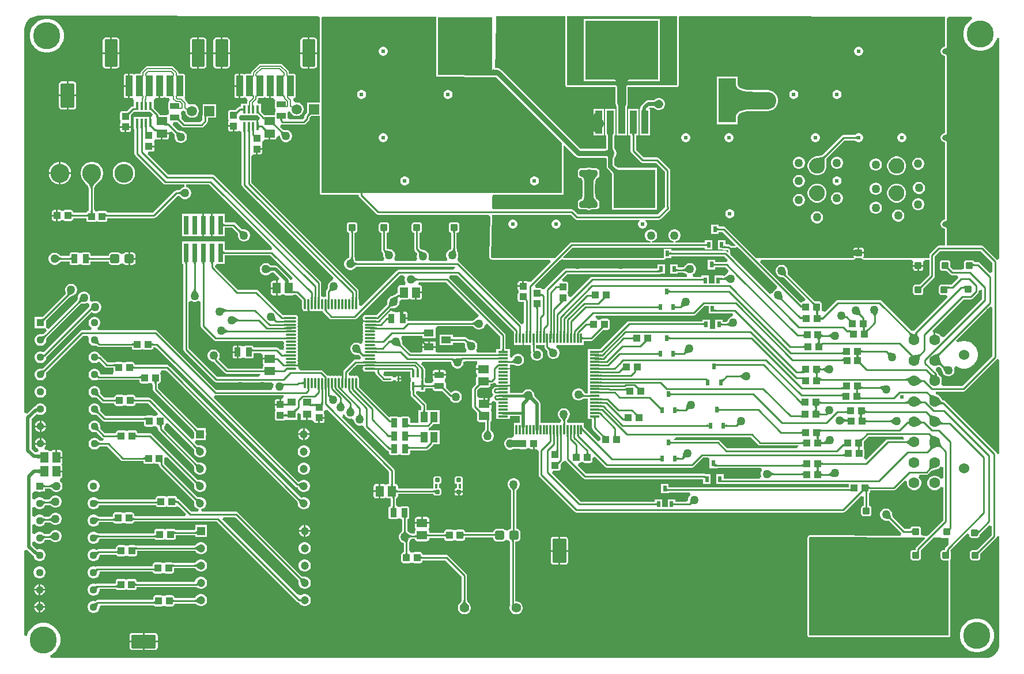
<source format=gbr>
G04*
G04 #@! TF.GenerationSoftware,Altium Limited,Altium Designer,22.4.2 (48)*
G04*
G04 Layer_Physical_Order=1*
G04 Layer_Color=255*
%FSLAX25Y25*%
%MOIN*%
G70*
G04*
G04 #@! TF.SameCoordinates,D9C1796D-00DA-4533-86C4-8477C41658A7*
G04*
G04*
G04 #@! TF.FilePolarity,Positive*
G04*
G01*
G75*
%ADD17C,0.01000*%
%ADD22R,0.09843X0.25591*%
G04:AMPARAMS|DCode=23|XSize=103.94mil|YSize=37.4mil|CornerRadius=9.35mil|HoleSize=0mil|Usage=FLASHONLY|Rotation=0.000|XOffset=0mil|YOffset=0mil|HoleType=Round|Shape=RoundedRectangle|*
%AMROUNDEDRECTD23*
21,1,0.10394,0.01870,0,0,0.0*
21,1,0.08524,0.03740,0,0,0.0*
1,1,0.01870,0.04262,-0.00935*
1,1,0.01870,-0.04262,-0.00935*
1,1,0.01870,-0.04262,0.00935*
1,1,0.01870,0.04262,0.00935*
%
%ADD23ROUNDEDRECTD23*%
G04:AMPARAMS|DCode=24|XSize=74.8mil|YSize=157.48mil|CornerRadius=5.61mil|HoleSize=0mil|Usage=FLASHONLY|Rotation=0.000|XOffset=0mil|YOffset=0mil|HoleType=Round|Shape=RoundedRectangle|*
%AMROUNDEDRECTD24*
21,1,0.07480,0.14626,0,0,0.0*
21,1,0.06358,0.15748,0,0,0.0*
1,1,0.01122,0.03179,-0.07313*
1,1,0.01122,-0.03179,-0.07313*
1,1,0.01122,-0.03179,0.07313*
1,1,0.01122,0.03179,0.07313*
%
%ADD24ROUNDEDRECTD24*%
G04:AMPARAMS|DCode=25|XSize=39.37mil|YSize=122.05mil|CornerRadius=2.95mil|HoleSize=0mil|Usage=FLASHONLY|Rotation=0.000|XOffset=0mil|YOffset=0mil|HoleType=Round|Shape=RoundedRectangle|*
%AMROUNDEDRECTD25*
21,1,0.03937,0.11614,0,0,0.0*
21,1,0.03347,0.12205,0,0,0.0*
1,1,0.00591,0.01673,-0.05807*
1,1,0.00591,-0.01673,-0.05807*
1,1,0.00591,-0.01673,0.05807*
1,1,0.00591,0.01673,0.05807*
%
%ADD25ROUNDEDRECTD25*%
%ADD26R,0.01772X0.04724*%
G04:AMPARAMS|DCode=27|XSize=43.31mil|YSize=39.37mil|CornerRadius=2.95mil|HoleSize=0mil|Usage=FLASHONLY|Rotation=180.000|XOffset=0mil|YOffset=0mil|HoleType=Round|Shape=RoundedRectangle|*
%AMROUNDEDRECTD27*
21,1,0.04331,0.03347,0,0,180.0*
21,1,0.03740,0.03937,0,0,180.0*
1,1,0.00591,-0.01870,0.01673*
1,1,0.00591,0.01870,0.01673*
1,1,0.00591,0.01870,-0.01673*
1,1,0.00591,-0.01870,-0.01673*
%
%ADD27ROUNDEDRECTD27*%
G04:AMPARAMS|DCode=28|XSize=49.21mil|YSize=62.99mil|CornerRadius=4.92mil|HoleSize=0mil|Usage=FLASHONLY|Rotation=90.000|XOffset=0mil|YOffset=0mil|HoleType=Round|Shape=RoundedRectangle|*
%AMROUNDEDRECTD28*
21,1,0.04921,0.05315,0,0,90.0*
21,1,0.03937,0.06299,0,0,90.0*
1,1,0.00984,0.02657,0.01968*
1,1,0.00984,0.02657,-0.01968*
1,1,0.00984,-0.02657,-0.01968*
1,1,0.00984,-0.02657,0.01968*
%
%ADD28ROUNDEDRECTD28*%
G04:AMPARAMS|DCode=29|XSize=55.12mil|YSize=35.43mil|CornerRadius=2.66mil|HoleSize=0mil|Usage=FLASHONLY|Rotation=180.000|XOffset=0mil|YOffset=0mil|HoleType=Round|Shape=RoundedRectangle|*
%AMROUNDEDRECTD29*
21,1,0.05512,0.03012,0,0,180.0*
21,1,0.04980,0.03543,0,0,180.0*
1,1,0.00532,-0.02490,0.01506*
1,1,0.00532,0.02490,0.01506*
1,1,0.00532,0.02490,-0.01506*
1,1,0.00532,-0.02490,-0.01506*
%
%ADD29ROUNDEDRECTD29*%
%ADD30R,0.31496X0.33465*%
G04:AMPARAMS|DCode=31|XSize=43.31mil|YSize=39.37mil|CornerRadius=3.94mil|HoleSize=0mil|Usage=FLASHONLY|Rotation=90.000|XOffset=0mil|YOffset=0mil|HoleType=Round|Shape=RoundedRectangle|*
%AMROUNDEDRECTD31*
21,1,0.04331,0.03150,0,0,90.0*
21,1,0.03543,0.03937,0,0,90.0*
1,1,0.00787,0.01575,0.01772*
1,1,0.00787,0.01575,-0.01772*
1,1,0.00787,-0.01575,-0.01772*
1,1,0.00787,-0.01575,0.01772*
%
%ADD31ROUNDEDRECTD31*%
G04:AMPARAMS|DCode=32|XSize=51.18mil|YSize=51.18mil|CornerRadius=5.12mil|HoleSize=0mil|Usage=FLASHONLY|Rotation=0.000|XOffset=0mil|YOffset=0mil|HoleType=Round|Shape=RoundedRectangle|*
%AMROUNDEDRECTD32*
21,1,0.05118,0.04095,0,0,0.0*
21,1,0.04095,0.05118,0,0,0.0*
1,1,0.01024,0.02047,-0.02047*
1,1,0.01024,-0.02047,-0.02047*
1,1,0.01024,-0.02047,0.02047*
1,1,0.01024,0.02047,0.02047*
%
%ADD32ROUNDEDRECTD32*%
G04:AMPARAMS|DCode=33|XSize=55.12mil|YSize=35.43mil|CornerRadius=2.66mil|HoleSize=0mil|Usage=FLASHONLY|Rotation=90.000|XOffset=0mil|YOffset=0mil|HoleType=Round|Shape=RoundedRectangle|*
%AMROUNDEDRECTD33*
21,1,0.05512,0.03012,0,0,90.0*
21,1,0.04980,0.03543,0,0,90.0*
1,1,0.00532,0.01506,0.02490*
1,1,0.00532,0.01506,-0.02490*
1,1,0.00532,-0.01506,-0.02490*
1,1,0.00532,-0.01506,0.02490*
%
%ADD33ROUNDEDRECTD33*%
G04:AMPARAMS|DCode=34|XSize=43.31mil|YSize=39.37mil|CornerRadius=2.95mil|HoleSize=0mil|Usage=FLASHONLY|Rotation=90.000|XOffset=0mil|YOffset=0mil|HoleType=Round|Shape=RoundedRectangle|*
%AMROUNDEDRECTD34*
21,1,0.04331,0.03347,0,0,90.0*
21,1,0.03740,0.03937,0,0,90.0*
1,1,0.00591,0.01673,0.01870*
1,1,0.00591,0.01673,-0.01870*
1,1,0.00591,-0.01673,-0.01870*
1,1,0.00591,-0.01673,0.01870*
%
%ADD34ROUNDEDRECTD34*%
G04:AMPARAMS|DCode=35|XSize=141.73mil|YSize=78.74mil|CornerRadius=5.91mil|HoleSize=0mil|Usage=FLASHONLY|Rotation=90.000|XOffset=0mil|YOffset=0mil|HoleType=Round|Shape=RoundedRectangle|*
%AMROUNDEDRECTD35*
21,1,0.14173,0.06693,0,0,90.0*
21,1,0.12992,0.07874,0,0,90.0*
1,1,0.01181,0.03347,0.06496*
1,1,0.01181,0.03347,-0.06496*
1,1,0.01181,-0.03347,-0.06496*
1,1,0.01181,-0.03347,0.06496*
%
%ADD35ROUNDEDRECTD35*%
G04:AMPARAMS|DCode=36|XSize=141.73mil|YSize=78.74mil|CornerRadius=5.91mil|HoleSize=0mil|Usage=FLASHONLY|Rotation=180.000|XOffset=0mil|YOffset=0mil|HoleType=Round|Shape=RoundedRectangle|*
%AMROUNDEDRECTD36*
21,1,0.14173,0.06693,0,0,180.0*
21,1,0.12992,0.07874,0,0,180.0*
1,1,0.01181,-0.06496,0.03347*
1,1,0.01181,0.06496,0.03347*
1,1,0.01181,0.06496,-0.03347*
1,1,0.01181,-0.06496,-0.03347*
%
%ADD36ROUNDEDRECTD36*%
G04:AMPARAMS|DCode=37|XSize=49.21mil|YSize=62.99mil|CornerRadius=4.92mil|HoleSize=0mil|Usage=FLASHONLY|Rotation=180.000|XOffset=0mil|YOffset=0mil|HoleType=Round|Shape=RoundedRectangle|*
%AMROUNDEDRECTD37*
21,1,0.04921,0.05315,0,0,180.0*
21,1,0.03937,0.06299,0,0,180.0*
1,1,0.00984,-0.01968,0.02657*
1,1,0.00984,0.01968,0.02657*
1,1,0.00984,0.01968,-0.02657*
1,1,0.00984,-0.01968,-0.02657*
%
%ADD37ROUNDEDRECTD37*%
%ADD38R,0.15709X0.08346*%
G04:AMPARAMS|DCode=39|XSize=39.37mil|YSize=39.37mil|CornerRadius=3.94mil|HoleSize=0mil|Usage=FLASHONLY|Rotation=180.000|XOffset=0mil|YOffset=0mil|HoleType=Round|Shape=RoundedRectangle|*
%AMROUNDEDRECTD39*
21,1,0.03937,0.03150,0,0,180.0*
21,1,0.03150,0.03937,0,0,180.0*
1,1,0.00787,-0.01575,0.01575*
1,1,0.00787,0.01575,0.01575*
1,1,0.00787,0.01575,-0.01575*
1,1,0.00787,-0.01575,-0.01575*
%
%ADD39ROUNDEDRECTD39*%
G04:AMPARAMS|DCode=40|XSize=39.37mil|YSize=39.37mil|CornerRadius=3.94mil|HoleSize=0mil|Usage=FLASHONLY|Rotation=90.000|XOffset=0mil|YOffset=0mil|HoleType=Round|Shape=RoundedRectangle|*
%AMROUNDEDRECTD40*
21,1,0.03937,0.03150,0,0,90.0*
21,1,0.03150,0.03937,0,0,90.0*
1,1,0.00787,0.01575,0.01575*
1,1,0.00787,0.01575,-0.01575*
1,1,0.00787,-0.01575,-0.01575*
1,1,0.00787,-0.01575,0.01575*
%
%ADD40ROUNDEDRECTD40*%
%ADD41R,0.05512X0.03937*%
G04:AMPARAMS|DCode=42|XSize=43.31mil|YSize=39.37mil|CornerRadius=3.94mil|HoleSize=0mil|Usage=FLASHONLY|Rotation=180.000|XOffset=0mil|YOffset=0mil|HoleType=Round|Shape=RoundedRectangle|*
%AMROUNDEDRECTD42*
21,1,0.04331,0.03150,0,0,180.0*
21,1,0.03543,0.03937,0,0,180.0*
1,1,0.00787,-0.01772,0.01575*
1,1,0.00787,0.01772,0.01575*
1,1,0.00787,0.01772,-0.01575*
1,1,0.00787,-0.01772,-0.01575*
%
%ADD42ROUNDEDRECTD42*%
%ADD43O,0.06299X0.01181*%
%ADD44O,0.01181X0.06299*%
G04:AMPARAMS|DCode=45|XSize=46.85mil|YSize=15.75mil|CornerRadius=1.97mil|HoleSize=0mil|Usage=FLASHONLY|Rotation=270.000|XOffset=0mil|YOffset=0mil|HoleType=Round|Shape=RoundedRectangle|*
%AMROUNDEDRECTD45*
21,1,0.04685,0.01181,0,0,270.0*
21,1,0.04291,0.01575,0,0,270.0*
1,1,0.00394,-0.00591,-0.02146*
1,1,0.00394,-0.00591,0.02146*
1,1,0.00394,0.00591,0.02146*
1,1,0.00394,0.00591,-0.02146*
%
%ADD45ROUNDEDRECTD45*%
G04:AMPARAMS|DCode=46|XSize=25.59mil|YSize=23.62mil|CornerRadius=1.77mil|HoleSize=0mil|Usage=FLASHONLY|Rotation=180.000|XOffset=0mil|YOffset=0mil|HoleType=Round|Shape=RoundedRectangle|*
%AMROUNDEDRECTD46*
21,1,0.02559,0.02008,0,0,180.0*
21,1,0.02205,0.02362,0,0,180.0*
1,1,0.00354,-0.01102,0.01004*
1,1,0.00354,0.01102,0.01004*
1,1,0.00354,0.01102,-0.01004*
1,1,0.00354,-0.01102,-0.01004*
%
%ADD46ROUNDEDRECTD46*%
G04:AMPARAMS|DCode=47|XSize=13.78mil|YSize=27.56mil|CornerRadius=1.03mil|HoleSize=0mil|Usage=FLASHONLY|Rotation=180.000|XOffset=0mil|YOffset=0mil|HoleType=Round|Shape=RoundedRectangle|*
%AMROUNDEDRECTD47*
21,1,0.01378,0.02549,0,0,180.0*
21,1,0.01171,0.02756,0,0,180.0*
1,1,0.00207,-0.00586,0.01275*
1,1,0.00207,0.00586,0.01275*
1,1,0.00207,0.00586,-0.01275*
1,1,0.00207,-0.00586,-0.01275*
%
%ADD47ROUNDEDRECTD47*%
%ADD48R,0.02362X0.03543*%
%ADD49R,0.02900X0.11000*%
G04:AMPARAMS|DCode=50|XSize=14.17mil|YSize=9.84mil|CornerRadius=0.74mil|HoleSize=0mil|Usage=FLASHONLY|Rotation=0.000|XOffset=0mil|YOffset=0mil|HoleType=Round|Shape=RoundedRectangle|*
%AMROUNDEDRECTD50*
21,1,0.01417,0.00837,0,0,0.0*
21,1,0.01270,0.00984,0,0,0.0*
1,1,0.00148,0.00635,-0.00418*
1,1,0.00148,-0.00635,-0.00418*
1,1,0.00148,-0.00635,0.00418*
1,1,0.00148,0.00635,0.00418*
%
%ADD50ROUNDEDRECTD50*%
%ADD51R,0.01181X0.05807*%
%ADD52R,0.05807X0.01181*%
%ADD53R,0.05118X0.04331*%
%ADD54R,0.04331X0.05906*%
%ADD102R,0.03937X0.13386*%
%ADD103R,0.42126X0.33858*%
%ADD104R,0.23976X0.22165*%
%ADD105C,0.04000*%
%ADD106C,0.05000*%
%ADD107C,0.07000*%
%ADD108C,0.10000*%
%ADD109C,0.02500*%
%ADD110C,0.03000*%
%ADD111C,0.02000*%
%ADD112C,0.00591*%
%ADD113C,0.00591*%
%ADD114C,0.01500*%
%ADD115R,0.05906X0.05906*%
%ADD116C,0.05906*%
%ADD117C,0.10925*%
%ADD118C,0.09000*%
%ADD119C,0.15630*%
%ADD120C,0.49213*%
%ADD121C,0.04449*%
%ADD122R,0.04449X0.04449*%
%ADD123C,0.06319*%
%ADD124C,0.06004*%
%ADD125C,0.04724*%
%ADD126R,0.04724X0.04724*%
%ADD127C,0.05512*%
%ADD128C,0.05000*%
%ADD129C,0.02400*%
G36*
X375766Y465412D02*
X375856Y465157D01*
X376006Y464932D01*
X376216Y464737D01*
X376486Y464572D01*
X376816Y464437D01*
X377206Y464332D01*
X377656Y464257D01*
X378166Y464212D01*
X378736Y464197D01*
Y461197D01*
X375736Y461209D01*
Y465697D01*
X375766Y465412D01*
D02*
G37*
G36*
X191508Y460944D02*
X191418Y460853D01*
X191121Y460516D01*
X191092Y460473D01*
X191074Y460437D01*
X191066Y460410D01*
X191068Y460391D01*
X190722Y461108D01*
X190733Y461097D01*
X190749Y461093D01*
X190771Y461098D01*
X190799Y461112D01*
X190833Y461133D01*
X190873Y461162D01*
X190970Y461246D01*
X191090Y461362D01*
X191508Y460944D01*
D02*
G37*
G36*
X173791D02*
X173701Y460853D01*
X173404Y460516D01*
X173376Y460473D01*
X173357Y460437D01*
X173350Y460410D01*
X173352Y460391D01*
X173006Y461108D01*
X173016Y461097D01*
X173032Y461093D01*
X173055Y461098D01*
X173082Y461112D01*
X173116Y461133D01*
X173156Y461162D01*
X173253Y461246D01*
X173374Y461362D01*
X173791Y460944D01*
D02*
G37*
G36*
X255414D02*
X255320Y460850D01*
X254980Y460466D01*
X254960Y460433D01*
X254949Y460407D01*
X254950Y460391D01*
X254628Y461084D01*
X254637Y461076D01*
X254652Y461075D01*
X254673Y461083D01*
X254701Y461099D01*
X254734Y461123D01*
X254774Y461155D01*
X254873Y461242D01*
X254996Y461362D01*
X255414Y460944D01*
D02*
G37*
G36*
X237697D02*
X237604Y460850D01*
X237263Y460466D01*
X237243Y460433D01*
X237233Y460407D01*
X237233Y460391D01*
X236911Y461084D01*
X236920Y461076D01*
X236935Y461075D01*
X236957Y461083D01*
X236984Y461099D01*
X237018Y461123D01*
X237057Y461155D01*
X237156Y461242D01*
X237279Y461362D01*
X237697Y460944D01*
D02*
G37*
G36*
X256974Y461298D02*
X257205Y461099D01*
X257232Y461083D01*
X257254Y461075D01*
X257269Y461076D01*
X257277Y461084D01*
X256955Y460391D01*
X256956Y460407D01*
X256946Y460433D01*
X256926Y460466D01*
X256895Y460509D01*
X256802Y460620D01*
X256585Y460850D01*
X256492Y460944D01*
X256909Y461362D01*
X256974Y461298D01*
D02*
G37*
G36*
X239258D02*
X239488Y461099D01*
X239516Y461083D01*
X239537Y461075D01*
X239552Y461076D01*
X239561Y461084D01*
X239239Y460391D01*
X239239Y460407D01*
X239229Y460433D01*
X239209Y460466D01*
X239178Y460509D01*
X239086Y460620D01*
X238868Y460850D01*
X238775Y460944D01*
X239193Y461362D01*
X239258Y461298D01*
D02*
G37*
G36*
X193069Y461298D02*
X193299Y461099D01*
X193327Y461083D01*
X193348Y461075D01*
X193363Y461076D01*
X193372Y461084D01*
X193050Y460391D01*
X193051Y460407D01*
X193041Y460432D01*
X193020Y460466D01*
X192990Y460509D01*
X192897Y460619D01*
X192680Y460850D01*
X192586Y460944D01*
X193004Y461362D01*
X193069Y461298D01*
D02*
G37*
G36*
X175352D02*
X175583Y461099D01*
X175610Y461083D01*
X175632Y461075D01*
X175647Y461076D01*
X175655Y461084D01*
X175333Y460391D01*
X175334Y460407D01*
X175324Y460432D01*
X175304Y460466D01*
X175273Y460509D01*
X175180Y460619D01*
X174963Y460850D01*
X174870Y460944D01*
X175287Y461362D01*
X175352Y461298D01*
D02*
G37*
G36*
X239561Y448916D02*
X239552Y448924D01*
X239537Y448925D01*
X239516Y448917D01*
X239488Y448901D01*
X239455Y448877D01*
X239415Y448845D01*
X239316Y448758D01*
X239193Y448638D01*
X238775Y449056D01*
X238868Y449150D01*
X239209Y449534D01*
X239229Y449567D01*
X239239Y449592D01*
X239239Y449609D01*
X239561Y448916D01*
D02*
G37*
G36*
X193372D02*
X193363Y448924D01*
X193348Y448925D01*
X193327Y448917D01*
X193299Y448901D01*
X193266Y448877D01*
X193226Y448846D01*
X193127Y448758D01*
X193004Y448638D01*
X192586Y449056D01*
X192680Y449150D01*
X193020Y449534D01*
X193041Y449568D01*
X193051Y449593D01*
X193050Y449609D01*
X193372Y448916D01*
D02*
G37*
G36*
X175655D02*
X175647Y448924D01*
X175632Y448925D01*
X175610Y448917D01*
X175583Y448901D01*
X175549Y448877D01*
X175509Y448846D01*
X175411Y448758D01*
X175287Y448638D01*
X174870Y449056D01*
X174963Y449150D01*
X175304Y449534D01*
X175324Y449568D01*
X175334Y449593D01*
X175333Y449609D01*
X175655Y448916D01*
D02*
G37*
G36*
X237233Y449592D02*
X237243Y449567D01*
X237263Y449534D01*
X237294Y449491D01*
X237387Y449380D01*
X237604Y449150D01*
X237697Y449056D01*
X237279Y448638D01*
X237214Y448702D01*
X236984Y448901D01*
X236957Y448917D01*
X236935Y448925D01*
X236920Y448924D01*
X236911Y448916D01*
X237233Y449609D01*
X237233Y449592D01*
D02*
G37*
G36*
X191044Y449593D02*
X191054Y449568D01*
X191074Y449534D01*
X191105Y449491D01*
X191198Y449381D01*
X191415Y449150D01*
X191508Y449056D01*
X191090Y448638D01*
X191026Y448702D01*
X190795Y448901D01*
X190768Y448917D01*
X190746Y448925D01*
X190731Y448924D01*
X190722Y448916D01*
X191044Y449609D01*
X191044Y449593D01*
D02*
G37*
G36*
X173327D02*
X173337Y449568D01*
X173358Y449534D01*
X173388Y449491D01*
X173481Y449381D01*
X173698Y449150D01*
X173791Y449056D01*
X173374Y448638D01*
X173309Y448702D01*
X173078Y448901D01*
X173051Y448917D01*
X173030Y448925D01*
X173015Y448924D01*
X173006Y448916D01*
X173328Y449609D01*
X173327Y449593D01*
D02*
G37*
G36*
X254928Y449870D02*
X254925Y449804D01*
X254940Y449728D01*
X254974Y449641D01*
X255027Y449544D01*
X255098Y449436D01*
X255188Y449317D01*
X255425Y449048D01*
X255571Y448898D01*
X255138Y448496D01*
X255010Y448621D01*
X254783Y448815D01*
X254685Y448884D01*
X254597Y448935D01*
X254520Y448968D01*
X254453Y448983D01*
X254396Y448979D01*
X254349Y448957D01*
X254312Y448916D01*
X254950Y449925D01*
X254928Y449870D01*
D02*
G37*
G36*
X247594Y447872D02*
X248768D01*
X248813Y447881D01*
X249103Y447674D01*
X250097Y446666D01*
X249817Y446248D01*
X249719Y445754D01*
Y442742D01*
X249817Y442248D01*
X250097Y441830D01*
X250154Y441641D01*
Y440359D01*
X250097Y440170D01*
X249817Y439752D01*
X249719Y439258D01*
Y438219D01*
X249468Y438014D01*
X244851D01*
X244850Y438014D01*
X243933D01*
X241969Y439977D01*
X241821Y440136D01*
X241724Y440257D01*
Y444783D01*
X240161D01*
X239587Y446169D01*
X239918Y446500D01*
X240204Y446929D01*
X240305Y447434D01*
Y447872D01*
X242862D01*
X243367Y447973D01*
X243796Y448259D01*
X244487D01*
X244916Y447973D01*
X245421Y447872D01*
X246594D01*
Y455000D01*
X247594D01*
Y447872D01*
D02*
G37*
G36*
X183689D02*
X184862D01*
X185367Y447973D01*
X185796Y448259D01*
X186487D01*
X186916Y447973D01*
X187421Y447872D01*
X188543D01*
X188915Y447446D01*
X188929Y446929D01*
X188670Y445715D01*
X188597Y445667D01*
X188318Y445248D01*
X188219Y444754D01*
Y441742D01*
X188318Y441248D01*
X188597Y440830D01*
X188655Y440640D01*
Y439360D01*
X188597Y439170D01*
X188578Y439142D01*
X187939Y438193D01*
X187157Y438014D01*
X183364D01*
X183263Y438518D01*
X182932Y439014D01*
X179969Y441977D01*
X179821Y442136D01*
X179724Y442257D01*
Y446783D01*
X179724D01*
X179745Y447017D01*
X180254Y447402D01*
X181327Y447910D01*
X181516Y447872D01*
X182689D01*
Y455000D01*
X183689D01*
Y447872D01*
D02*
G37*
G36*
X175046Y446248D02*
X175055Y446146D01*
X175070Y446056D01*
X175091Y445978D01*
X175117Y445912D01*
X175150Y445858D01*
X175188Y445815D01*
X175232Y445785D01*
X175283Y445766D01*
X175339Y445759D01*
X174406Y445772D01*
X174415Y445777D01*
X174423Y445795D01*
X174430Y445825D01*
X174436Y445866D01*
X174445Y445984D01*
X174452Y446250D01*
X174453Y446362D01*
X175043D01*
X175046Y446248D01*
D02*
G37*
G36*
X173548Y446250D02*
X173577Y445795D01*
X173585Y445777D01*
X173594Y445772D01*
X172661Y445759D01*
X172717Y445766D01*
X172768Y445785D01*
X172812Y445815D01*
X172850Y445858D01*
X172883Y445912D01*
X172909Y445978D01*
X172930Y446056D01*
X172945Y446146D01*
X172954Y446248D01*
X172957Y446362D01*
X173547D01*
X173548Y446250D01*
D02*
G37*
G36*
X237046Y444248D02*
X237055Y444146D01*
X237070Y444056D01*
X237090Y443978D01*
X237117Y443912D01*
X237150Y443858D01*
X237188Y443815D01*
X237232Y443785D01*
X237282Y443766D01*
X237339Y443759D01*
X236406Y443772D01*
X236415Y443777D01*
X236423Y443795D01*
X236430Y443825D01*
X236436Y443866D01*
X236445Y443984D01*
X236452Y444250D01*
X236453Y444362D01*
X237043D01*
X237046Y444248D01*
D02*
G37*
G36*
X235548Y444250D02*
X235577Y443795D01*
X235585Y443777D01*
X235594Y443772D01*
X234661Y443759D01*
X234717Y443766D01*
X234768Y443785D01*
X234812Y443815D01*
X234850Y443858D01*
X234883Y443912D01*
X234910Y443978D01*
X234930Y444056D01*
X234945Y444146D01*
X234954Y444248D01*
X234957Y444362D01*
X235547D01*
X235548Y444250D01*
D02*
G37*
G36*
X256240Y443572D02*
X256255Y443522D01*
X256284Y443477D01*
X256325Y443439D01*
X256379Y443406D01*
X256445Y443380D01*
X256525Y443359D01*
X256617Y443344D01*
X256722Y443336D01*
X256839Y443333D01*
Y442742D01*
X256735Y442740D01*
X256551Y442726D01*
X256472Y442713D01*
X256401Y442696D01*
X256338Y442676D01*
X256284Y442653D01*
X256239Y442625D01*
X256202Y442594D01*
X256173Y442559D01*
X256237Y443628D01*
X256240Y443572D01*
D02*
G37*
G36*
X259777Y443204D02*
X259819Y443170D01*
X259859Y443143D01*
X259895Y443124D01*
X259930Y443113D01*
X259961Y443109D01*
X259991Y443112D01*
X260017Y443123D01*
X260041Y443142D01*
X260063Y443167D01*
X259652Y442280D01*
X259657Y442316D01*
X259653Y442355D01*
X259641Y442399D01*
X259620Y442448D01*
X259591Y442500D01*
X259553Y442557D01*
X259506Y442619D01*
X259388Y442754D01*
X259316Y442829D01*
X259733Y443246D01*
X259777Y443204D01*
D02*
G37*
G36*
X441095Y495250D02*
D01*
X482500Y495208D01*
Y455750D01*
X482538Y455712D01*
X482347Y455250D01*
X454031D01*
X453849Y455214D01*
X453849Y455214D01*
X453665Y455182D01*
X453665Y455182D01*
X453654Y455175D01*
X453641Y455172D01*
X453641Y455172D01*
X453486Y455069D01*
X453329Y454970D01*
X453321Y454959D01*
X453310Y454951D01*
X453207Y454797D01*
X453099Y454645D01*
X453096Y454632D01*
X453089Y454621D01*
X453053Y454438D01*
X453012Y454257D01*
X453011Y454233D01*
D01*
X453011Y454232D01*
X453011Y454231D01*
X453011Y454230D01*
X453011Y454230D01*
X453012Y454228D01*
X453013Y454219D01*
X453011Y454206D01*
Y445067D01*
X452989Y444904D01*
X452993Y444837D01*
X452980Y444771D01*
Y444673D01*
X452955Y444580D01*
X452951Y444513D01*
X452929Y444449D01*
X452917Y444352D01*
X452879Y444263D01*
X452866Y444197D01*
X452837Y444136D01*
X452811Y444043D01*
X452763Y443958D01*
X452741Y443895D01*
X452704Y443839D01*
X452622Y443641D01*
X452584Y443584D01*
X452571Y443518D01*
X452541Y443458D01*
X452532Y443325D01*
X452506Y443194D01*
Y441693D01*
X448494D01*
Y443194D01*
X448468Y443325D01*
X448459Y443458D01*
X448429Y443518D01*
X448416Y443584D01*
X448378Y443641D01*
X448296Y443839D01*
X448259Y443895D01*
X448237Y443958D01*
X448189Y444043D01*
X448164Y444136D01*
X448134Y444197D01*
X448121Y444263D01*
X448083Y444352D01*
X448071Y444449D01*
X448049Y444513D01*
X448045Y444580D01*
X448020Y444673D01*
Y444771D01*
X448006Y444837D01*
X448011Y444904D01*
X447989Y445067D01*
Y454206D01*
X447987Y454219D01*
X447988Y454228D01*
X447989Y454230D01*
X447989Y454230D01*
X447989Y454230D01*
X447989Y454232D01*
X447989Y454233D01*
Y454233D01*
X447988Y454257D01*
X447947Y454438D01*
X447911Y454621D01*
X447904Y454632D01*
X447901Y454645D01*
X447793Y454797D01*
X447690Y454951D01*
X447679Y454959D01*
X447671Y454970D01*
X447514Y455069D01*
X447359Y455172D01*
X447359Y455172D01*
X447346Y455175D01*
X447335Y455182D01*
X447335Y455182D01*
X447152Y455214D01*
X446969Y455250D01*
X419000D01*
Y455350D01*
Y493772D01*
Y494750D01*
Y495250D01*
X420432D01*
X420491Y495271D01*
X441095Y495250D01*
D02*
G37*
G36*
X194740Y442572D02*
X194755Y442522D01*
X194784Y442477D01*
X194825Y442439D01*
X194879Y442407D01*
X194945Y442380D01*
X195025Y442359D01*
X195117Y442345D01*
X195222Y442336D01*
X195339Y442333D01*
Y441742D01*
X195235Y441740D01*
X195051Y441726D01*
X194972Y441713D01*
X194901Y441696D01*
X194838Y441676D01*
X194784Y441652D01*
X194739Y441625D01*
X194702Y441594D01*
X194673Y441559D01*
X194737Y442628D01*
X194740Y442572D01*
D02*
G37*
G36*
X169288Y441071D02*
X169278Y441069D01*
X169248Y441067D01*
X168798Y441060D01*
X168288Y441059D01*
Y442059D01*
X168478Y442064D01*
X168648Y442079D01*
X168798Y442104D01*
X168928Y442139D01*
X169038Y442184D01*
X169128Y442239D01*
X169198Y442304D01*
X169248Y442379D01*
X169278Y442464D01*
X169288Y442559D01*
Y441071D01*
D02*
G37*
G36*
X199074Y440895D02*
X199078Y440957D01*
X199072Y441013D01*
X199057Y441062D01*
X199032Y441104D01*
X198998Y441140D01*
X198954Y441169D01*
X198900Y441192D01*
X198837Y441209D01*
X198764Y441218D01*
X198682Y441222D01*
Y441812D01*
X198808Y441815D01*
X199031Y441837D01*
X199128Y441857D01*
X199216Y441882D01*
X199294Y441913D01*
X199363Y441949D01*
X199422Y441991D01*
X199472Y442038D01*
X199513Y442091D01*
X199074Y440895D01*
D02*
G37*
G36*
X231288Y440421D02*
X231278Y440516D01*
X231248Y440601D01*
X231198Y440676D01*
X231128Y440741D01*
X231038Y440796D01*
X230928Y440841D01*
X230798Y440876D01*
X230648Y440901D01*
X230478Y440916D01*
X230288Y440921D01*
Y441921D01*
X230478Y441926D01*
X230648Y441941D01*
X230798Y441966D01*
X230928Y442001D01*
X231038Y442046D01*
X231128Y442101D01*
X231198Y442166D01*
X231248Y442241D01*
X231278Y442326D01*
X231288Y442421D01*
Y440421D01*
D02*
G37*
G36*
X178645Y442409D02*
X178618Y442317D01*
X178619Y442212D01*
X178649Y442092D01*
X178706Y441958D01*
X178793Y441809D01*
X178907Y441646D01*
X179049Y441469D01*
X179420Y441071D01*
X178712Y440364D01*
X178506Y440563D01*
X178137Y440877D01*
X177974Y440991D01*
X177825Y441077D01*
X177691Y441135D01*
X177571Y441164D01*
X177466Y441165D01*
X177375Y441138D01*
X177298Y441083D01*
X178700Y442485D01*
X178645Y442409D01*
D02*
G37*
G36*
X228866Y439962D02*
X228667Y439756D01*
X228353Y439387D01*
X228239Y439224D01*
X228153Y439075D01*
X228095Y438941D01*
X228066Y438821D01*
X228064Y438716D01*
X228092Y438624D01*
X228147Y438548D01*
X226745Y439950D01*
X226821Y439895D01*
X226912Y439868D01*
X227018Y439869D01*
X227138Y439898D01*
X227272Y439956D01*
X227421Y440042D01*
X227584Y440156D01*
X227761Y440299D01*
X228159Y440669D01*
X228866Y439962D01*
D02*
G37*
G36*
X166366Y439462D02*
X166167Y439256D01*
X165853Y438887D01*
X165739Y438724D01*
X165653Y438575D01*
X165595Y438441D01*
X165566Y438321D01*
X165565Y438216D01*
X165592Y438125D01*
X165647Y438048D01*
X164245Y439450D01*
X164321Y439395D01*
X164412Y439368D01*
X164518Y439369D01*
X164638Y439398D01*
X164772Y439456D01*
X164921Y439542D01*
X165084Y439656D01*
X165261Y439799D01*
X165659Y440169D01*
X166366Y439462D01*
D02*
G37*
G36*
X270973Y438559D02*
X270896Y438616D01*
X270804Y438644D01*
X270698D01*
X270578Y438616D01*
X270443Y438559D01*
X270295Y438474D01*
X270132Y438361D01*
X269955Y438220D01*
X269559Y437852D01*
X268852Y438559D01*
X269050Y438764D01*
X269361Y439132D01*
X269474Y439295D01*
X269559Y439443D01*
X269616Y439577D01*
X269644Y439698D01*
Y439804D01*
X269616Y439896D01*
X269559Y439973D01*
X270973Y438559D01*
D02*
G37*
G36*
X240645Y440409D02*
X240618Y440317D01*
X240619Y440212D01*
X240649Y440092D01*
X240706Y439958D01*
X240792Y439809D01*
X240907Y439646D01*
X241049Y439469D01*
X241420Y439071D01*
X240712Y438364D01*
X240506Y438563D01*
X240137Y438877D01*
X239974Y438991D01*
X239826Y439077D01*
X239691Y439135D01*
X239571Y439164D01*
X239466Y439165D01*
X239375Y439138D01*
X239298Y439083D01*
X240700Y440485D01*
X240645Y440409D01*
D02*
G37*
G36*
X274516Y495417D02*
X274661Y495376D01*
X275885Y494833D01*
X275925Y494813D01*
Y445453D01*
X268547D01*
Y440012D01*
X268540Y439973D01*
X268547Y439935D01*
Y439748D01*
X268337Y439499D01*
X267412Y438575D01*
X267081Y438079D01*
X266964Y437494D01*
Y436627D01*
X266022Y435685D01*
X258699D01*
X257281Y436246D01*
Y439258D01*
X257241Y439457D01*
X257807Y440415D01*
X258783Y440100D01*
X258817Y439974D01*
X259337Y439073D01*
X260073Y438337D01*
X260974Y437817D01*
X261980Y437547D01*
X263020D01*
X264026Y437817D01*
X264927Y438337D01*
X265663Y439073D01*
X266183Y439974D01*
X266453Y440980D01*
Y442020D01*
X266183Y443026D01*
X265663Y443927D01*
X264927Y444663D01*
X264026Y445183D01*
X263020Y445453D01*
X261980D01*
X261710Y445381D01*
X260516Y446248D01*
X260618Y447613D01*
X261239Y448077D01*
X261512Y448259D01*
X261799Y448688D01*
X261899Y449193D01*
Y460807D01*
X261799Y461312D01*
X261512Y461741D01*
X261084Y462027D01*
X260579Y462128D01*
X258021D01*
Y462915D01*
X257921Y463420D01*
X257635Y463849D01*
X254053Y467430D01*
X253625Y467716D01*
X253120Y467817D01*
X241419D01*
X240913Y467716D01*
X240485Y467430D01*
X236554Y463499D01*
X236268Y463071D01*
X236167Y462566D01*
Y462128D01*
X233610D01*
X233105Y462027D01*
X232676Y461741D01*
X231985D01*
X231556Y462027D01*
X231051Y462128D01*
X229878D01*
Y455000D01*
Y447872D01*
X231051D01*
X231556Y447973D01*
X231985Y448259D01*
X232676D01*
X233105Y447973D01*
X233366Y447921D01*
X233731Y447472D01*
X234065Y446372D01*
X234032Y446323D01*
X233931Y445818D01*
Y444783D01*
X230276D01*
Y442951D01*
X229618D01*
X229033Y442834D01*
X228537Y442503D01*
X227253Y441219D01*
X227093Y441071D01*
X226998Y440994D01*
X224130D01*
X223624Y440893D01*
X223196Y440607D01*
X222910Y440179D01*
X222809Y439673D01*
Y437214D01*
X222809Y436327D01*
X222809Y436326D01*
X222910Y435821D01*
X222910Y435821D01*
X222929Y435789D01*
X223114Y434850D01*
X222929Y433912D01*
X222910Y433880D01*
X222910Y433879D01*
X222809Y433374D01*
X222809Y433374D01*
X222809Y432486D01*
Y432201D01*
X226000D01*
Y431701D01*
X226500D01*
Y428707D01*
X227870D01*
X228376Y428807D01*
X228804Y429094D01*
X230273Y428597D01*
X230276Y428217D01*
X230632D01*
Y397839D01*
X230749Y397253D01*
X231080Y396757D01*
X283837Y344000D01*
X283680Y343209D01*
X283284Y342432D01*
X282649Y342262D01*
X281851Y341801D01*
X281199Y341149D01*
X280738Y340351D01*
X280500Y339461D01*
Y339089D01*
X280481Y339006D01*
X280462Y338387D01*
X280438Y338156D01*
X280404Y337944D01*
X280362Y337761D01*
X280315Y337610D01*
X280265Y337488D01*
X280217Y337396D01*
X280182Y337345D01*
X279934Y337097D01*
X279603Y336601D01*
X279486Y336016D01*
Y333376D01*
X279047Y333015D01*
X278427Y332892D01*
X278063Y332649D01*
X277699Y332892D01*
X277079Y333015D01*
X276640Y333376D01*
Y340890D01*
X276523Y341475D01*
X276192Y341971D01*
X215081Y403081D01*
X214585Y403413D01*
X214000Y403529D01*
X188134D01*
X176157Y415506D01*
X176778Y417006D01*
X178870D01*
X179376Y417107D01*
X179804Y417393D01*
X180090Y417821D01*
X180191Y418327D01*
Y419500D01*
X177000D01*
Y420500D01*
X180191D01*
Y421673D01*
X180090Y422179D01*
X180073Y422205D01*
X180025Y422287D01*
X180480Y423845D01*
X181126Y424061D01*
X181602Y424034D01*
X181843Y423986D01*
X184000D01*
Y427476D01*
X184500D01*
Y427976D01*
X188679D01*
Y428037D01*
X190179Y428658D01*
X191682Y427155D01*
X191717Y427104D01*
X191765Y427012D01*
X191815Y426890D01*
X191862Y426739D01*
X191904Y426556D01*
X191936Y426357D01*
X191978Y425820D01*
X191981Y425515D01*
X192000Y425422D01*
Y425039D01*
X192238Y424149D01*
X192699Y423351D01*
X193351Y422699D01*
X194149Y422238D01*
X195039Y422000D01*
X195961D01*
X196851Y422238D01*
X197649Y422699D01*
X198301Y423351D01*
X198761Y424149D01*
X199000Y425039D01*
Y425961D01*
X198761Y426851D01*
X198301Y427649D01*
X197649Y428301D01*
X196851Y428761D01*
X195961Y429000D01*
X195589D01*
X195506Y429019D01*
X194887Y429038D01*
X194656Y429062D01*
X194444Y429096D01*
X194262Y429138D01*
X194110Y429185D01*
X193988Y429235D01*
X193896Y429283D01*
X193845Y429318D01*
X190708Y432455D01*
X191329Y433955D01*
X193585D01*
X193805Y433768D01*
X196155Y431419D01*
X196651Y431087D01*
X197236Y430971D01*
X207500D01*
X208085Y431087D01*
X208581Y431419D01*
X210629Y433466D01*
X210960Y433962D01*
X211077Y434547D01*
Y436547D01*
X215953D01*
Y444453D01*
X208047D01*
Y438195D01*
X208018Y438047D01*
Y435181D01*
X206867Y434029D01*
X197870D01*
X196006Y435893D01*
X195857Y436053D01*
X195781Y436148D01*
Y438258D01*
X195683Y438752D01*
X195547Y438954D01*
X195962Y440463D01*
X196811Y440778D01*
X198070Y439896D01*
X198317Y438974D01*
X198837Y438073D01*
X199573Y437337D01*
X200474Y436817D01*
X201480Y436547D01*
X202520D01*
X203526Y436817D01*
X204427Y437337D01*
X205163Y438073D01*
X205683Y438974D01*
X205953Y439980D01*
Y441020D01*
X205683Y442026D01*
X205163Y442927D01*
X204427Y443663D01*
X203526Y444183D01*
X202520Y444453D01*
X201480D01*
X200636Y444227D01*
X200276Y444325D01*
X199136Y445143D01*
Y445173D01*
X199036Y445678D01*
X198749Y446106D01*
X198083Y446773D01*
X197607Y448259D01*
X197893Y448688D01*
X197994Y449193D01*
Y460807D01*
X197893Y461312D01*
X197607Y461741D01*
X197179Y462027D01*
X196673Y462128D01*
X194116D01*
Y462566D01*
X194015Y463071D01*
X193729Y463499D01*
X191299Y465930D01*
X191299Y465930D01*
X190870Y466216D01*
X190365Y466317D01*
X176013D01*
X175508Y466216D01*
X175079Y465930D01*
X175079Y465930D01*
X172649Y463499D01*
X172362Y463071D01*
X172262Y462566D01*
Y462128D01*
X169705D01*
X169199Y462027D01*
X168771Y461741D01*
X168079D01*
X167651Y462027D01*
X167146Y462128D01*
X165972D01*
Y455000D01*
Y447872D01*
X167146D01*
X167410Y447925D01*
X168217Y446804D01*
X168276Y446684D01*
Y443088D01*
X167756D01*
X167171Y442972D01*
X166674Y442640D01*
X164753Y440719D01*
X164593Y440571D01*
X164498Y440494D01*
X161630D01*
X161125Y440393D01*
X160696Y440107D01*
X160410Y439679D01*
X160309Y439173D01*
Y436714D01*
X160309Y435827D01*
X160309Y435826D01*
X160410Y435321D01*
X160410Y435321D01*
X160429Y435289D01*
X160614Y434350D01*
X160429Y433412D01*
X160410Y433380D01*
X160410Y433379D01*
X160309Y432874D01*
X160309Y432874D01*
X160309Y431986D01*
Y431701D01*
X163500D01*
X166691D01*
Y431986D01*
X166691Y432874D01*
X166691Y432874D01*
X166590Y433379D01*
X166590Y433380D01*
X166571Y433412D01*
X166386Y434350D01*
X166571Y435289D01*
X166590Y435321D01*
X166590Y435321D01*
X166691Y435826D01*
X166691Y435827D01*
X166691Y436714D01*
Y438298D01*
X166878Y438518D01*
X168389Y440030D01*
X169776D01*
X169923Y440059D01*
X177525D01*
X177769Y439852D01*
X179180Y438441D01*
X178558Y436941D01*
X178339D01*
Y433579D01*
X177339D01*
Y436941D01*
X168276D01*
Y431716D01*
X168276Y431267D01*
X168268Y431228D01*
X168276Y430217D01*
X168276D01*
X168632Y429860D01*
Y415839D01*
X168748Y415253D01*
X169080Y414757D01*
X185419Y398419D01*
X185915Y398087D01*
X186500Y397971D01*
X197468D01*
X197539Y396500D01*
X196649Y396262D01*
X195851Y395801D01*
X195588Y395537D01*
X195516Y395493D01*
X195064Y395068D01*
X194885Y394922D01*
X194710Y394796D01*
X194552Y394697D01*
X194411Y394623D01*
X194290Y394572D01*
X194191Y394541D01*
X194131Y394529D01*
X193000D01*
X192415Y394413D01*
X191919Y394081D01*
X179367Y381529D01*
X152962D01*
X152893Y381875D01*
X152607Y382304D01*
X152179Y382590D01*
X151673Y382691D01*
X149214D01*
X148327Y382691D01*
X148326Y382691D01*
X147821Y382590D01*
X147821Y382590D01*
X147789Y382572D01*
X146850Y382386D01*
X146264Y382502D01*
X145751Y382834D01*
X145230Y383823D01*
Y395811D01*
X145241Y395918D01*
X145301Y396136D01*
X145422Y396417D01*
X145612Y396755D01*
X145875Y397140D01*
X146196Y397549D01*
X147668Y399076D01*
X148094Y399461D01*
X148124Y399480D01*
X148194Y399551D01*
X148288Y399636D01*
X148315Y399672D01*
X149024Y400380D01*
X149731Y401439D01*
X150218Y402615D01*
X150467Y403863D01*
Y405136D01*
X150218Y406385D01*
X149731Y407561D01*
X149024Y408620D01*
X148124Y409520D01*
X147065Y410227D01*
X145889Y410714D01*
X144641Y410963D01*
X143368D01*
X142119Y410714D01*
X140943Y410227D01*
X139884Y409520D01*
X138984Y408620D01*
X138277Y407561D01*
X137790Y406385D01*
X137541Y405136D01*
Y403863D01*
X137790Y402615D01*
X138277Y401439D01*
X138984Y400380D01*
X139179Y400185D01*
X139201Y400147D01*
X140345Y398836D01*
X141213Y397718D01*
X141536Y397245D01*
X141794Y396819D01*
X141983Y396454D01*
X142104Y396157D01*
X142163Y395943D01*
X142171Y395861D01*
Y382691D01*
X142028D01*
X141522Y382590D01*
X141094Y382304D01*
X140807Y381875D01*
X140739Y381529D01*
X133145D01*
Y381772D01*
X133037Y382315D01*
X132729Y382776D01*
X132268Y383085D01*
X131724Y383193D01*
X128575D01*
X128031Y383085D01*
X128002Y383065D01*
X127515Y382776D01*
X126485D01*
X125998Y383065D01*
X125969Y383085D01*
X125425Y383193D01*
X124350D01*
Y380000D01*
Y376807D01*
X125425D01*
X125969Y376916D01*
X125998Y376935D01*
X126485Y377223D01*
X127515D01*
X128002Y376935D01*
X128031Y376916D01*
X128575Y376807D01*
X131724D01*
X132268Y376916D01*
X132729Y377223D01*
X133037Y377685D01*
X133145Y378228D01*
Y378471D01*
X140707D01*
Y377630D01*
X140807Y377125D01*
X141094Y376696D01*
X141522Y376410D01*
X142028Y376309D01*
X144486D01*
X145374Y376309D01*
X145375Y376309D01*
X145879Y376410D01*
X145879Y376410D01*
X145912Y376429D01*
X146850Y376614D01*
X147789Y376429D01*
X147821Y376410D01*
X147821Y376410D01*
X148326Y376309D01*
X148327Y376309D01*
X149214Y376309D01*
X151673D01*
X152179Y376410D01*
X152607Y376696D01*
X152893Y377125D01*
X152994Y377630D01*
Y378471D01*
X180000D01*
X180585Y378587D01*
X181081Y378919D01*
X193633Y391471D01*
X194131D01*
X194191Y391459D01*
X194290Y391428D01*
X194411Y391377D01*
X194552Y391303D01*
X194710Y391204D01*
X194874Y391086D01*
X195283Y390735D01*
X195501Y390522D01*
X195580Y390470D01*
X195851Y390199D01*
X196649Y389738D01*
X197539Y389500D01*
X198461D01*
X199351Y389738D01*
X200149Y390199D01*
X200801Y390851D01*
X201261Y391649D01*
X201500Y392539D01*
Y393461D01*
X201261Y394351D01*
X200801Y395149D01*
X200149Y395801D01*
X199351Y396262D01*
X198461Y396500D01*
X198532Y397971D01*
X211866D01*
X248347Y361490D01*
X248179Y360783D01*
X247686Y360029D01*
X220950D01*
Y365000D01*
X216050D01*
Y365000D01*
X215950D01*
Y365000D01*
X211050D01*
Y365000D01*
X210950D01*
Y365000D01*
X206050D01*
Y365000D01*
X205950D01*
Y365000D01*
X201050D01*
Y365000D01*
X200950D01*
Y365000D01*
X196050D01*
Y352000D01*
X196971D01*
Y302500D01*
X197087Y301915D01*
X197419Y301419D01*
X214919Y283919D01*
X215415Y283587D01*
X216000Y283471D01*
X248153D01*
X248584Y283027D01*
X249137Y281971D01*
X249000Y281461D01*
Y280539D01*
X249003Y280529D01*
X247967Y279029D01*
X216018D01*
X181966Y313081D01*
X181470Y313413D01*
X180885Y313529D01*
X147568D01*
X147166Y315029D01*
X147591Y315275D01*
X148225Y315909D01*
X148673Y316686D01*
X148906Y317552D01*
Y318448D01*
X148673Y319315D01*
X148225Y320091D01*
X147591Y320725D01*
X146815Y321173D01*
X145948Y321406D01*
X145052D01*
X144185Y321173D01*
X143409Y320725D01*
X142775Y320091D01*
X142327Y319315D01*
X142095Y318448D01*
Y317552D01*
X142327Y316686D01*
X142775Y315909D01*
X143409Y315275D01*
X143834Y315029D01*
X143432Y313529D01*
X138240D01*
X137655Y313413D01*
X137159Y313081D01*
X115576Y291499D01*
X115540Y291473D01*
X115463Y291431D01*
X115365Y291389D01*
X115244Y291348D01*
X115097Y291312D01*
X115061Y291306D01*
X114688Y291406D01*
X113792D01*
X112926Y291173D01*
X112149Y290725D01*
X111515Y290091D01*
X111067Y289315D01*
X110835Y288448D01*
Y287552D01*
X111067Y286685D01*
X111515Y285909D01*
X112149Y285275D01*
X112926Y284827D01*
X113792Y284594D01*
X114688D01*
X115554Y284827D01*
X116331Y285275D01*
X116965Y285909D01*
X117413Y286685D01*
X117646Y287552D01*
Y288448D01*
X117546Y288821D01*
X117552Y288858D01*
X117588Y289004D01*
X117629Y289125D01*
X117671Y289223D01*
X117713Y289300D01*
X117739Y289336D01*
X138874Y310471D01*
X141262D01*
X141723Y309970D01*
X142234Y308971D01*
X142095Y308448D01*
Y307552D01*
X142327Y306685D01*
X142775Y305909D01*
X143409Y305275D01*
X144185Y304827D01*
X145052Y304594D01*
X145948D01*
X146571Y304761D01*
X146698Y304736D01*
X146806Y304704D01*
X146893Y304669D01*
X146961Y304633D01*
X146995Y304609D01*
X147186Y304419D01*
X147682Y304087D01*
X148267Y303971D01*
X167207D01*
Y303630D01*
X167307Y303124D01*
X167594Y302696D01*
X168022Y302410D01*
X168528Y302309D01*
X170986D01*
X171874Y302309D01*
X171874Y302309D01*
X172379Y302410D01*
X172380Y302410D01*
X172412Y302429D01*
X173350Y302614D01*
X174289Y302429D01*
X174321Y302410D01*
X174321Y302410D01*
X174826Y302309D01*
X174827Y302309D01*
X175714Y302309D01*
X178173D01*
X178679Y302410D01*
X179107Y302696D01*
X179393Y303124D01*
X179494Y303630D01*
Y303663D01*
X180994Y303843D01*
X261706Y223131D01*
X262202Y222800D01*
X262787Y222683D01*
X262913D01*
X262953Y222675D01*
X263007Y222657D01*
X263065Y222627D01*
X263131Y222583D01*
X263192Y222530D01*
X263298Y222132D01*
X263765Y221324D01*
X264424Y220665D01*
X265232Y220198D01*
X266133Y219957D01*
X267067D01*
X267968Y220198D01*
X268776Y220665D01*
X269435Y221324D01*
X269902Y222132D01*
X270143Y223033D01*
Y223967D01*
X269902Y224868D01*
X269435Y225676D01*
X268776Y226335D01*
X267968Y226802D01*
X267067Y227043D01*
X266133D01*
X265232Y226802D01*
X264424Y226335D01*
X264156Y226067D01*
X263941Y225970D01*
X263538Y225819D01*
X263395Y225777D01*
X263388Y225775D01*
X214557Y274606D01*
X215296Y275988D01*
X215385Y275971D01*
X254729D01*
X254894Y275864D01*
X254973Y275062D01*
X253679Y273645D01*
X253500D01*
Y270650D01*
X253000D01*
Y270150D01*
X249807D01*
Y269075D01*
X249916Y268531D01*
X249980Y268434D01*
X250223Y268021D01*
Y266979D01*
X249980Y266566D01*
X249916Y266469D01*
X249807Y265925D01*
Y262776D01*
X249916Y262232D01*
X250223Y261771D01*
X250685Y261463D01*
X251228Y261355D01*
X254772D01*
X255315Y261463D01*
X255315Y261463D01*
X255913Y261791D01*
X263031D01*
Y265347D01*
X263469Y265709D01*
X264969Y265003D01*
Y261791D01*
X268028D01*
Y264957D01*
X269028D01*
Y261791D01*
X270997D01*
X271711Y261510D01*
X272415Y260732D01*
X272724Y260271D01*
X273185Y259963D01*
X273728Y259855D01*
X275000D01*
Y262850D01*
X275500D01*
Y263350D01*
X278693D01*
Y264425D01*
X278585Y264969D01*
X278565Y264998D01*
X278276Y265485D01*
Y266515D01*
X278565Y267002D01*
X278585Y267031D01*
X278601Y267115D01*
X280067Y267770D01*
X316018Y231819D01*
Y224655D01*
X315579D01*
X314997Y224539D01*
X314503Y224210D01*
X313544D01*
X313051Y224539D01*
X312469Y224655D01*
X311000D01*
Y220476D01*
Y216298D01*
X312469D01*
X313051Y216413D01*
X313544Y216743D01*
X314503D01*
X314997Y216413D01*
X315579Y216298D01*
X316971D01*
Y211781D01*
X316862D01*
X316368Y211683D01*
X315950Y211403D01*
X315670Y210984D01*
X315572Y210490D01*
Y205510D01*
X315670Y205016D01*
X315950Y204597D01*
X316368Y204317D01*
X316862Y204219D01*
X319874D01*
X320368Y204317D01*
X320787Y204597D01*
X320975Y204655D01*
X322151D01*
X323471Y203963D01*
Y197870D01*
X323459Y197810D01*
X323428Y197710D01*
X323377Y197589D01*
X323303Y197448D01*
X323204Y197290D01*
X323086Y197126D01*
X322735Y196717D01*
X322522Y196499D01*
X322470Y196420D01*
X322199Y196149D01*
X321739Y195351D01*
X321500Y194461D01*
Y193539D01*
X321739Y192649D01*
X322199Y191851D01*
X322851Y191199D01*
X323649Y190738D01*
X323734Y190716D01*
X323941Y190629D01*
X324100Y190546D01*
X324224Y190467D01*
X324315Y190394D01*
X324377Y190330D01*
X324418Y190276D01*
X324444Y190228D01*
X324462Y190181D01*
X324471Y190137D01*
Y185191D01*
X324327D01*
X323821Y185090D01*
X323393Y184804D01*
X323107Y184376D01*
X323006Y183870D01*
Y180130D01*
X323107Y179624D01*
X323393Y179196D01*
X323821Y178910D01*
X324327Y178809D01*
X326786D01*
X327673Y178809D01*
X327674Y178809D01*
X328179Y178910D01*
X328179Y178910D01*
X328211Y178928D01*
X329150Y179114D01*
X330088Y178928D01*
X330120Y178910D01*
X330121Y178910D01*
X330626Y178809D01*
X330626Y178809D01*
X331514Y178809D01*
X333972D01*
X334478Y178910D01*
X334906Y179196D01*
X335192Y179624D01*
X335293Y180130D01*
Y180471D01*
X348532D01*
X357971Y171032D01*
Y157285D01*
X357955Y157210D01*
X357918Y157094D01*
X357856Y156953D01*
X357766Y156789D01*
X357646Y156604D01*
X357503Y156410D01*
X357093Y155936D01*
X356844Y155683D01*
X356791Y155603D01*
X356494Y155306D01*
X356000Y154450D01*
X355744Y153495D01*
Y152506D01*
X356000Y151550D01*
X356494Y150694D01*
X357194Y149995D01*
X358050Y149500D01*
X359005Y149244D01*
X359995D01*
X360950Y149500D01*
X361806Y149995D01*
X362506Y150694D01*
X363000Y151550D01*
X363256Y152506D01*
Y153495D01*
X363000Y154450D01*
X362506Y155306D01*
X362215Y155596D01*
X362170Y155669D01*
X361679Y156188D01*
X361504Y156400D01*
X361354Y156604D01*
X361234Y156789D01*
X361144Y156954D01*
X361082Y157094D01*
X361045Y157210D01*
X361029Y157285D01*
Y171665D01*
X360913Y172251D01*
X360581Y172747D01*
X350247Y183081D01*
X349751Y183413D01*
X349165Y183529D01*
X335293D01*
Y183870D01*
X335192Y184376D01*
X334906Y184804D01*
X334478Y185090D01*
X333972Y185191D01*
X331514D01*
X330626Y185191D01*
X330626Y185191D01*
X330121Y185090D01*
X330120Y185090D01*
X330088Y185072D01*
X329150Y184886D01*
X328564Y185002D01*
X328050Y185334D01*
X327529Y186323D01*
Y190324D01*
X327576Y190631D01*
X327614Y190797D01*
X328118Y192318D01*
X328122Y192326D01*
X328239Y192476D01*
X328371Y192623D01*
X328494Y192740D01*
X328606Y192829D01*
X328705Y192892D01*
X328790Y192934D01*
X328865Y192960D01*
X328918Y192971D01*
X330829D01*
X330937Y192426D01*
X331267Y191932D01*
X331760Y191602D01*
X332343Y191487D01*
X337657D01*
X338240Y191602D01*
X338733Y191932D01*
X339063Y192426D01*
X339179Y193008D01*
Y193447D01*
X347707D01*
Y193130D01*
X347808Y192624D01*
X348094Y192196D01*
X348522Y191910D01*
X349028Y191809D01*
X351486D01*
X352374Y191809D01*
X352375Y191809D01*
X352879Y191910D01*
X352880Y191910D01*
X352912Y191929D01*
X353850Y192114D01*
X354789Y191929D01*
X354821Y191910D01*
X354821Y191910D01*
X355326Y191809D01*
X355327Y191809D01*
X356214Y191809D01*
X358673D01*
X359179Y191910D01*
X359607Y192196D01*
X359893Y192624D01*
X359994Y193130D01*
Y193667D01*
X376277D01*
Y192953D01*
X376395Y192363D01*
X376729Y191863D01*
X377229Y191529D01*
X377819Y191411D01*
X381913D01*
X382503Y191529D01*
X383003Y191863D01*
X383180Y192127D01*
X384000Y192258D01*
X384820Y192127D01*
X384997Y191863D01*
X385497Y191529D01*
X385971Y191434D01*
Y155142D01*
X386060Y154691D01*
X385921Y154450D01*
X385665Y153495D01*
Y152506D01*
X385921Y151550D01*
X386416Y150694D01*
X387115Y149995D01*
X387971Y149500D01*
X388927Y149244D01*
X389916D01*
X390871Y149500D01*
X391727Y149995D01*
X392427Y150694D01*
X392921Y151550D01*
X393177Y152506D01*
Y153495D01*
X392921Y154450D01*
X392427Y155306D01*
X391727Y156006D01*
X390871Y156500D01*
X389916Y156756D01*
X389029D01*
Y191411D01*
X390181D01*
X390771Y191529D01*
X391271Y191863D01*
X391605Y192363D01*
X391722Y192953D01*
Y197047D01*
X391605Y197637D01*
X391271Y198137D01*
X390771Y198471D01*
X390181Y198589D01*
X389529D01*
Y220631D01*
X389541Y220690D01*
X389572Y220790D01*
X389623Y220911D01*
X389697Y221052D01*
X389796Y221210D01*
X389914Y221374D01*
X390265Y221783D01*
X390478Y222001D01*
X390530Y222080D01*
X390801Y222351D01*
X391262Y223149D01*
X391500Y224039D01*
Y224961D01*
X391262Y225851D01*
X390801Y226649D01*
X390149Y227301D01*
X389351Y227762D01*
X388461Y228000D01*
X387539D01*
X386649Y227762D01*
X385851Y227301D01*
X385199Y226649D01*
X384738Y225851D01*
X384500Y224961D01*
Y224039D01*
X384738Y223149D01*
X385199Y222351D01*
X385462Y222088D01*
X385507Y222016D01*
X385932Y221565D01*
X386078Y221385D01*
X386204Y221210D01*
X386303Y221052D01*
X386377Y220911D01*
X386428Y220790D01*
X386459Y220690D01*
X386471Y220631D01*
Y198589D01*
X386087D01*
X385497Y198471D01*
X384997Y198137D01*
X384820Y197873D01*
X384000Y197742D01*
X383180Y197873D01*
X383003Y198137D01*
X382503Y198471D01*
X381913Y198589D01*
X377819D01*
X377229Y198471D01*
X376729Y198137D01*
X376395Y197637D01*
X376277Y197047D01*
Y196726D01*
X359994D01*
Y196870D01*
X359893Y197376D01*
X359607Y197804D01*
X359179Y198090D01*
X358673Y198191D01*
X356214D01*
X355327Y198191D01*
X355326Y198191D01*
X354821Y198090D01*
X354821Y198090D01*
X354789Y198072D01*
X353850Y197886D01*
X352912Y198072D01*
X352880Y198090D01*
X352879Y198090D01*
X352375Y198191D01*
X352374Y198191D01*
X351486Y198191D01*
X349028D01*
X348522Y198090D01*
X348094Y197804D01*
X347808Y197376D01*
X347707Y196870D01*
Y196506D01*
X339179D01*
Y196945D01*
X339063Y197527D01*
X338733Y198021D01*
Y198979D01*
X339063Y199473D01*
X339179Y200055D01*
Y201524D01*
X335000D01*
X330821D01*
Y200055D01*
X330937Y199473D01*
X331267Y198979D01*
Y198021D01*
X330937Y197527D01*
X330821Y196945D01*
Y196029D01*
X328716D01*
X328658Y196039D01*
X328553Y196068D01*
X328193Y196205D01*
X328019Y196289D01*
X327269Y196722D01*
X327068Y196935D01*
X326922Y197115D01*
X326796Y197290D01*
X326697Y197448D01*
X326623Y197589D01*
X326572Y197710D01*
X326541Y197810D01*
X326529Y197870D01*
Y204251D01*
X326864Y204317D01*
X327283Y204597D01*
X327562Y205016D01*
X327661Y205510D01*
Y210490D01*
X327562Y210984D01*
X327283Y211403D01*
X326864Y211683D01*
X326370Y211781D01*
X323358D01*
X322864Y211683D01*
X322446Y211403D01*
X322257Y211346D01*
X321362D01*
X320029Y212454D01*
Y216400D01*
X320098Y216413D01*
X320591Y216743D01*
X320921Y217237D01*
X321037Y217819D01*
Y218947D01*
X341537D01*
X341588Y218690D01*
X341848Y218301D01*
X342237Y218041D01*
X342697Y217949D01*
X344902D01*
X345361Y218041D01*
X345750Y218301D01*
X346010Y218690D01*
X346102Y219150D01*
Y221158D01*
X346010Y221617D01*
X345750Y222006D01*
X345361Y222266D01*
X344919Y222354D01*
Y224646D01*
X345361Y224734D01*
X345750Y224994D01*
X346010Y225383D01*
X346102Y225842D01*
Y227850D01*
X346010Y228310D01*
X345750Y228699D01*
X345361Y228959D01*
X344902Y229051D01*
X342697D01*
X342237Y228959D01*
X341848Y228699D01*
X341588Y228310D01*
X341497Y227850D01*
Y225842D01*
X341588Y225383D01*
X341645Y225297D01*
X341584Y225205D01*
X341498Y224775D01*
Y222225D01*
X341318Y222006D01*
X321037D01*
Y223134D01*
X320921Y223716D01*
X320591Y224210D01*
X320098Y224539D01*
X319516Y224655D01*
X319077D01*
Y232453D01*
X318960Y233038D01*
X318629Y233534D01*
X288845Y263318D01*
X289432Y264852D01*
X290030Y264885D01*
X290295Y264551D01*
X290699Y263851D01*
X291351Y263199D01*
X292149Y262738D01*
X293039Y262500D01*
X293961D01*
X294023Y262517D01*
X295458Y261567D01*
X295529Y261430D01*
X295739Y260649D01*
X296199Y259851D01*
X296851Y259199D01*
X297649Y258738D01*
X298539Y258500D01*
X299461D01*
X299971Y258637D01*
X300770Y258333D01*
X300923Y258239D01*
X301544Y257696D01*
X301587Y257481D01*
X301919Y256985D01*
X314985Y243919D01*
X315481Y243587D01*
X315955Y243493D01*
Y242510D01*
X316054Y242016D01*
X316334Y241597D01*
X316752Y241318D01*
X317246Y241219D01*
X320258D01*
X320752Y241318D01*
X321170Y241597D01*
X321359Y241654D01*
X322641D01*
X322830Y241597D01*
X323248Y241318D01*
X323742Y241219D01*
X326754D01*
X327248Y241318D01*
X327666Y241597D01*
X327946Y242016D01*
X328045Y242510D01*
Y244112D01*
X337642D01*
X338227Y244229D01*
X338723Y244560D01*
X341369Y247206D01*
X341660Y247642D01*
X345118D01*
Y255547D01*
X338914D01*
X338766Y257047D01*
X338966Y257087D01*
X339462Y257419D01*
X341369Y259325D01*
X341454Y259453D01*
X345118D01*
Y267358D01*
X337577D01*
Y270193D01*
X337460Y270778D01*
X337129Y271274D01*
X331542Y276861D01*
X331522Y277670D01*
X331956Y278187D01*
X332127Y278239D01*
X333606Y278212D01*
X334001Y277947D01*
X334468Y277854D01*
X335649D01*
X336117Y277947D01*
X336512Y278212D01*
X336777Y278608D01*
X336870Y279075D01*
Y279935D01*
X341210D01*
Y279795D01*
X341308Y279301D01*
X341587Y278882D01*
X342006Y278602D01*
X342500Y278504D01*
X346565D01*
X346787Y278316D01*
X350444Y274659D01*
X350940Y274327D01*
X351067Y274302D01*
X351229Y273697D01*
X351689Y272899D01*
X352341Y272248D01*
X353139Y271787D01*
X354029Y271549D01*
X354951D01*
X355841Y271787D01*
X356639Y272248D01*
X357291Y272899D01*
X357752Y273697D01*
X357990Y274588D01*
Y275509D01*
X357752Y276399D01*
X357291Y277198D01*
X356639Y277849D01*
X355841Y278310D01*
X354951Y278549D01*
X354029D01*
X353139Y278310D01*
X352341Y277849D01*
X351960Y277468D01*
X348995Y280433D01*
X348847Y280593D01*
X348771Y280687D01*
Y282806D01*
X348673Y283300D01*
X348393Y283719D01*
X348336Y283908D01*
Y285189D01*
X348393Y285378D01*
X348673Y285797D01*
X348771Y286291D01*
Y287297D01*
X341210D01*
Y286291D01*
X341308Y285797D01*
X341587Y285378D01*
X341645Y285189D01*
Y284329D01*
X340523Y282994D01*
X336870D01*
Y283366D01*
X336777Y283833D01*
X336669Y283995D01*
X336624Y284095D01*
X336605Y284114D01*
X336588Y284326D01*
Y285715D01*
X336596Y285841D01*
X336601Y285883D01*
X336624Y285905D01*
X336669Y286005D01*
X336777Y286167D01*
X336870Y286634D01*
Y290925D01*
X336777Y291392D01*
X336512Y291788D01*
X336301Y291929D01*
X336235Y292264D01*
X335903Y292760D01*
X334578Y294085D01*
X335152Y295471D01*
X351699D01*
X351720Y295437D01*
X351789Y295305D01*
X351851Y295168D01*
X351903Y295025D01*
X351947Y294875D01*
X351982Y294717D01*
X352000Y294605D01*
Y294539D01*
X352238Y293649D01*
X352699Y292851D01*
X353351Y292199D01*
X354149Y291739D01*
X355039Y291500D01*
X355961D01*
X356851Y291739D01*
X357649Y292199D01*
X358301Y292851D01*
X358762Y293649D01*
X359000Y294539D01*
Y295142D01*
X359012Y295216D01*
X360371Y295707D01*
X366725D01*
X366747Y295654D01*
X366975Y294207D01*
X366767Y294068D01*
X366437Y293574D01*
X366321Y292992D01*
Y291524D01*
X370500D01*
Y290524D01*
X366321D01*
Y289055D01*
X366437Y288473D01*
X366767Y287979D01*
Y287021D01*
X366437Y286527D01*
X366321Y285945D01*
Y282531D01*
X366142Y282321D01*
X364419Y280597D01*
X364087Y280101D01*
X363971Y279516D01*
Y269264D01*
X364087Y268678D01*
X364419Y268182D01*
X366666Y265935D01*
X366821Y265769D01*
Y261984D01*
X366937Y261402D01*
X367267Y260909D01*
X367760Y260579D01*
X368342Y260463D01*
X371471D01*
Y256369D01*
X371459Y256310D01*
X371428Y256210D01*
X371377Y256089D01*
X371303Y255948D01*
X371204Y255790D01*
X371086Y255626D01*
X370735Y255217D01*
X370522Y254999D01*
X370470Y254920D01*
X370199Y254649D01*
X369739Y253851D01*
X369500Y252961D01*
Y252039D01*
X369739Y251149D01*
X370199Y250351D01*
X370851Y249699D01*
X371649Y249238D01*
X372539Y249000D01*
X373461D01*
X374351Y249238D01*
X375149Y249699D01*
X375801Y250351D01*
X376261Y251149D01*
X376500Y252039D01*
Y252961D01*
X376261Y253851D01*
X375801Y254649D01*
X375537Y254912D01*
X375493Y254984D01*
X375068Y255435D01*
X374922Y255615D01*
X374796Y255790D01*
X374697Y255948D01*
X374623Y256089D01*
X374572Y256210D01*
X374541Y256310D01*
X374529Y256369D01*
Y260731D01*
X374533Y260775D01*
X374733Y260909D01*
X375063Y261402D01*
X375179Y261984D01*
Y265921D01*
X375063Y266504D01*
X374733Y266997D01*
X374733Y267956D01*
X374864Y268151D01*
X375063Y268449D01*
X375179Y269032D01*
Y270500D01*
X371000D01*
Y271000D01*
X370500D01*
Y274490D01*
X368342D01*
X367126Y275474D01*
X367029Y275642D01*
Y278882D01*
X368184Y280036D01*
X368393Y280234D01*
X368564Y280377D01*
X368710Y280486D01*
X373158D01*
X373740Y280602D01*
X374233Y280932D01*
X374563Y281426D01*
X374679Y282008D01*
Y282534D01*
X375064D01*
X375649Y282651D01*
X376145Y282982D01*
X376396Y283233D01*
X377896Y282611D01*
Y281049D01*
X377520D01*
X376934Y280933D01*
X376438Y280601D01*
X375919Y280081D01*
X375587Y279585D01*
X375471Y279000D01*
Y278000D01*
X375587Y277415D01*
X375919Y276919D01*
X376337Y276500D01*
X376083Y276246D01*
X375751Y275749D01*
X375635Y275164D01*
X374289Y274402D01*
X374135Y274395D01*
X373657Y274490D01*
X371500D01*
Y271500D01*
X375179D01*
Y272037D01*
X376624Y272636D01*
X376803Y272534D01*
X376804Y272533D01*
X377301Y272201D01*
X377439Y272174D01*
X377896Y271915D01*
Y270055D01*
Y266118D01*
Y262181D01*
X385703D01*
Y263956D01*
X391524D01*
Y259848D01*
X388035D01*
Y252569D01*
X387953Y252412D01*
X386797Y251410D01*
X386461Y251500D01*
X385539D01*
X384649Y251261D01*
X383851Y250801D01*
X383199Y250149D01*
X382738Y249351D01*
X382500Y248461D01*
Y247539D01*
X382738Y246649D01*
X383199Y245851D01*
X383851Y245199D01*
X384649Y244739D01*
X385539Y244500D01*
X386461D01*
X387351Y244739D01*
X387759Y244974D01*
X388554D01*
X389488Y244969D01*
X391110Y244917D01*
X391280Y244903D01*
X391340Y244894D01*
X391776Y244807D01*
X394925D01*
X395469Y244916D01*
X395498Y244935D01*
X395985Y245223D01*
X397015D01*
X397502Y244935D01*
X397531Y244916D01*
X398075Y244807D01*
X399150D01*
Y248000D01*
X400150D01*
Y244807D01*
X401102D01*
X401330Y244739D01*
X401554Y244594D01*
X402382Y243803D01*
X402471Y243642D01*
Y230000D01*
X402587Y229415D01*
X402919Y228919D01*
X423218Y208619D01*
X423714Y208288D01*
X424299Y208171D01*
X578697D01*
X579282Y208288D01*
X579778Y208619D01*
X588971Y217812D01*
X590471Y217190D01*
Y211996D01*
X590425D01*
X589881Y211888D01*
X589420Y211580D01*
X589112Y211119D01*
X589004Y210575D01*
Y207425D01*
X589112Y206881D01*
X589420Y206420D01*
X589881Y206112D01*
X590425Y206004D01*
X593575D01*
X594119Y206112D01*
X594580Y206420D01*
X594888Y206881D01*
X594996Y207425D01*
Y210575D01*
X594888Y211119D01*
X594580Y211580D01*
X594119Y211888D01*
X593575Y211996D01*
X593529D01*
Y219444D01*
X593906Y219696D01*
X594193Y220125D01*
X594293Y220630D01*
Y220971D01*
X607777D01*
X608362Y221087D01*
X608858Y221419D01*
X614245Y226806D01*
X615590Y226029D01*
X615530Y225804D01*
Y224708D01*
X615813Y223651D01*
X616361Y222702D01*
X617135Y221928D01*
X618083Y221380D01*
X619141Y221096D01*
X620237D01*
X621294Y221380D01*
X622243Y221928D01*
X623017Y222702D01*
X623565Y223651D01*
X623848Y224708D01*
Y225804D01*
X623565Y226862D01*
X623017Y227810D01*
X622357Y228471D01*
X622411Y228972D01*
X622842Y229971D01*
X626726D01*
X627311Y230087D01*
X627807Y230419D01*
X629577Y232189D01*
X629656Y232240D01*
X629804Y232318D01*
X630005Y232405D01*
X630230Y232486D01*
X631747Y232865D01*
X631982Y232908D01*
X632048D01*
X632184Y232944D01*
X632211Y232949D01*
X632230Y232956D01*
X633106Y233191D01*
X634054Y233739D01*
X634828Y234513D01*
X634971Y234759D01*
X636471Y234357D01*
Y227966D01*
X634971Y227564D01*
X634828Y227810D01*
X634054Y228584D01*
X633106Y229132D01*
X632048Y229415D01*
X630952D01*
X629894Y229132D01*
X628946Y228584D01*
X628172Y227810D01*
X627624Y226862D01*
X627341Y225804D01*
Y224708D01*
X627624Y223651D01*
X628172Y222702D01*
X628946Y221928D01*
X629894Y221380D01*
X630952Y221096D01*
X632048D01*
X633106Y221380D01*
X634054Y221928D01*
X634828Y222702D01*
X634971Y222948D01*
X636471Y222546D01*
Y203633D01*
X627834Y194997D01*
X626644Y194379D01*
X626493Y194304D01*
X626329Y194414D01*
X626166Y194525D01*
X626164Y194525D01*
X626163Y194526D01*
X625969Y194565D01*
X625776Y194605D01*
X624863Y194611D01*
X623496Y195425D01*
Y198575D01*
X623388Y199119D01*
X623080Y199580D01*
X622619Y199888D01*
X622075Y199996D01*
X618925D01*
X618381Y199888D01*
X617920Y199580D01*
X617612Y199119D01*
X617504Y198575D01*
Y198529D01*
X614134D01*
X607318Y205345D01*
X607283Y205396D01*
X607234Y205488D01*
X607185Y205610D01*
X607138Y205762D01*
X607096Y205944D01*
X607064Y206143D01*
X607022Y206680D01*
X607019Y206985D01*
X607000Y207078D01*
Y207461D01*
X606762Y208351D01*
X606301Y209149D01*
X605649Y209801D01*
X604851Y210262D01*
X603961Y210500D01*
X603039D01*
X602149Y210262D01*
X601351Y209801D01*
X600699Y209149D01*
X600239Y208351D01*
X600000Y207461D01*
Y206539D01*
X600239Y205649D01*
X600699Y204851D01*
X601351Y204199D01*
X602149Y203738D01*
X603039Y203500D01*
X603411D01*
X603494Y203481D01*
X604113Y203462D01*
X604344Y203438D01*
X604556Y203404D01*
X604739Y203362D01*
X604890Y203315D01*
X605012Y203266D01*
X605104Y203217D01*
X605155Y203182D01*
X612148Y196189D01*
X611872Y195129D01*
X611571Y194693D01*
X559361Y195017D01*
X559359Y195017D01*
X559358Y195017D01*
X559164Y194979D01*
X558970Y194942D01*
X558969Y194941D01*
X558967Y194941D01*
X558803Y194832D01*
X558638Y194723D01*
X558637Y194722D01*
X558636Y194721D01*
X558281Y194369D01*
X558280Y194367D01*
X558279Y194366D01*
X558169Y194202D01*
X558059Y194038D01*
X558059Y194037D01*
X558058Y194035D01*
X558020Y193842D01*
X557980Y193649D01*
X557981Y193647D01*
X557980Y193645D01*
Y137000D01*
X558058Y136610D01*
X558279Y136279D01*
X558610Y136058D01*
X559000Y135980D01*
X639500D01*
X639890Y136058D01*
X640221Y136279D01*
X640442Y136610D01*
X640520Y137000D01*
Y180504D01*
X640454Y180836D01*
X640580Y180920D01*
X640888Y181381D01*
X640996Y181925D01*
Y185075D01*
X640888Y185619D01*
X640757Y185814D01*
X640756Y185817D01*
X640748Y185827D01*
X640624Y186013D01*
X640624Y186016D01*
X640614Y186082D01*
X640604Y186221D01*
Y186441D01*
X650118Y195956D01*
X651504Y195381D01*
Y194925D01*
X651612Y194381D01*
X651920Y193920D01*
X652381Y193612D01*
X652925Y193504D01*
X656075D01*
X656619Y193612D01*
X657080Y193920D01*
X657388Y194381D01*
X657496Y194925D01*
Y195179D01*
X657512Y195225D01*
X657542Y195289D01*
X657583Y195363D01*
X657638Y195446D01*
X657707Y195538D01*
X657743Y195580D01*
X662971Y200808D01*
X664471Y200186D01*
Y195133D01*
X656058Y186721D01*
X655899Y186573D01*
X655803Y186496D01*
X653425D01*
X652881Y186388D01*
X652420Y186080D01*
X652112Y185619D01*
X652004Y185075D01*
Y181925D01*
X652112Y181381D01*
X652420Y180920D01*
X652881Y180612D01*
X653425Y180504D01*
X656575D01*
X657119Y180612D01*
X657580Y180920D01*
X657888Y181381D01*
X657996Y181925D01*
Y184300D01*
X658183Y184520D01*
X667081Y193419D01*
X667413Y193915D01*
X667529Y194500D01*
X669029Y194499D01*
Y132000D01*
Y131474D01*
X668892Y130430D01*
X668619Y129414D01*
X668217Y128441D01*
X667690Y127530D01*
X667050Y126695D01*
X666305Y125951D01*
X665470Y125310D01*
X664559Y124784D01*
X663587Y124381D01*
X662570Y124108D01*
X661526Y123971D01*
X661000Y123971D01*
X120090Y123981D01*
X119792Y125481D01*
X120634Y125830D01*
X122237Y126901D01*
X123599Y128263D01*
X124670Y129866D01*
X125408Y131646D01*
X125784Y133536D01*
Y135464D01*
X125408Y137354D01*
X124670Y139134D01*
X123599Y140737D01*
X122237Y142099D01*
X120634Y143170D01*
X118854Y143907D01*
X116964Y144283D01*
X115036D01*
X113146Y143907D01*
X111366Y143170D01*
X109763Y142099D01*
X108401Y140737D01*
X107330Y139134D01*
X106593Y137354D01*
X106471Y136742D01*
X104971Y136890D01*
X104971Y186061D01*
X106471Y186645D01*
X109984Y183132D01*
X109984Y183132D01*
X110385Y182864D01*
X110567Y182185D01*
X111015Y181409D01*
X111649Y180775D01*
X112425Y180327D01*
X113292Y180095D01*
X114188D01*
X115055Y180327D01*
X115831Y180775D01*
X116465Y181409D01*
X116913Y182185D01*
X117146Y183052D01*
Y183948D01*
X116913Y184815D01*
X116465Y185591D01*
X115831Y186225D01*
X115055Y186673D01*
X114188Y186906D01*
X113292D01*
X112425Y186673D01*
X112289Y186595D01*
X109539Y189345D01*
Y190965D01*
X110926Y191382D01*
X111039Y191385D01*
X111649Y190775D01*
X112425Y190327D01*
X113292Y190094D01*
X114188D01*
X115055Y190327D01*
X115831Y190775D01*
X116465Y191409D01*
X116913Y192185D01*
X116956Y192344D01*
X116991Y192372D01*
X117063Y192416D01*
X117125Y192446D01*
X117182Y192464D01*
X117217Y192471D01*
X119284D01*
X119342Y192461D01*
X119447Y192432D01*
X119807Y192295D01*
X119981Y192211D01*
X120756Y191764D01*
X120846Y191704D01*
X120851Y191699D01*
X120873Y191686D01*
X121040Y191577D01*
X121119Y191545D01*
X121649Y191238D01*
X122539Y191000D01*
X123461D01*
X124351Y191238D01*
X125149Y191699D01*
X125801Y192351D01*
X126261Y193149D01*
X126500Y194039D01*
Y194961D01*
X126261Y195851D01*
X125801Y196649D01*
X125149Y197301D01*
X124351Y197761D01*
X123461Y198000D01*
X122539D01*
X121649Y197761D01*
X120851Y197301D01*
X120199Y196649D01*
X120095Y196469D01*
X120060Y196434D01*
X119901Y196202D01*
X119761Y196024D01*
X119629Y195877D01*
X119506Y195759D01*
X119395Y195671D01*
X119295Y195608D01*
X119210Y195566D01*
X119135Y195540D01*
X119082Y195529D01*
X116976D01*
X116932Y195536D01*
X116841Y195558D01*
X116527Y195668D01*
X116383Y195731D01*
X116257Y195799D01*
X115831Y196225D01*
X115055Y196673D01*
X114188Y196906D01*
X113292D01*
X112425Y196673D01*
X111649Y196225D01*
X111039Y195615D01*
X110926Y195618D01*
X109539Y196035D01*
Y200965D01*
X110926Y201382D01*
X111039Y201385D01*
X111649Y200775D01*
X112425Y200327D01*
X113292Y200095D01*
X114188D01*
X115055Y200327D01*
X115831Y200775D01*
X116465Y201409D01*
X116913Y202186D01*
X116956Y202344D01*
X116991Y202372D01*
X117063Y202416D01*
X117125Y202446D01*
X117182Y202464D01*
X117217Y202471D01*
X119284D01*
X119342Y202461D01*
X119447Y202432D01*
X119807Y202294D01*
X119981Y202211D01*
X120756Y201764D01*
X120846Y201705D01*
X120851Y201699D01*
X120873Y201687D01*
X121040Y201576D01*
X121119Y201545D01*
X121649Y201238D01*
X122539Y201000D01*
X123461D01*
X124351Y201238D01*
X125149Y201699D01*
X125801Y202351D01*
X126261Y203149D01*
X126500Y204039D01*
Y204961D01*
X126261Y205851D01*
X125801Y206649D01*
X125149Y207301D01*
X124351Y207762D01*
X123461Y208000D01*
X122539D01*
X121649Y207762D01*
X120851Y207301D01*
X120199Y206649D01*
X120095Y206469D01*
X120060Y206434D01*
X119901Y206202D01*
X119761Y206024D01*
X119629Y205876D01*
X119506Y205760D01*
X119395Y205671D01*
X119295Y205608D01*
X119210Y205566D01*
X119135Y205540D01*
X119082Y205529D01*
X116976D01*
X116932Y205536D01*
X116841Y205558D01*
X116527Y205668D01*
X116383Y205731D01*
X116257Y205799D01*
X115831Y206225D01*
X115055Y206673D01*
X114188Y206906D01*
X113292D01*
X112425Y206673D01*
X111649Y206225D01*
X111039Y205615D01*
X110926Y205618D01*
X109539Y206035D01*
Y210965D01*
X110926Y211382D01*
X111039Y211385D01*
X111649Y210775D01*
X112425Y210327D01*
X113292Y210094D01*
X114188D01*
X115055Y210327D01*
X115831Y210775D01*
X116465Y211409D01*
X116913Y212186D01*
X116956Y212345D01*
X116991Y212372D01*
X117063Y212416D01*
X117125Y212445D01*
X117182Y212464D01*
X117217Y212471D01*
X119284D01*
X119342Y212460D01*
X119447Y212432D01*
X119807Y212295D01*
X119981Y212211D01*
X120756Y211764D01*
X120846Y211704D01*
X120851Y211699D01*
X120873Y211686D01*
X121040Y211577D01*
X121119Y211545D01*
X121649Y211239D01*
X122539Y211000D01*
X123461D01*
X124351Y211239D01*
X125149Y211699D01*
X125801Y212351D01*
X126261Y213149D01*
X126500Y214039D01*
Y214961D01*
X126261Y215851D01*
X125801Y216649D01*
X125149Y217301D01*
X124351Y217761D01*
X123461Y218000D01*
X122539D01*
X121649Y217761D01*
X120851Y217301D01*
X120199Y216649D01*
X120095Y216469D01*
X120060Y216435D01*
X119901Y216202D01*
X119761Y216024D01*
X119629Y215877D01*
X119506Y215759D01*
X119395Y215671D01*
X119295Y215608D01*
X119210Y215566D01*
X119135Y215540D01*
X119082Y215529D01*
X116976D01*
X116932Y215536D01*
X116841Y215558D01*
X116527Y215668D01*
X116383Y215731D01*
X116257Y215799D01*
X115831Y216225D01*
X115055Y216673D01*
X114188Y216905D01*
X113292D01*
X112425Y216673D01*
X111649Y216225D01*
X111039Y215615D01*
X110926Y215618D01*
X109539Y216035D01*
Y219180D01*
X110516Y220276D01*
X111039Y220276D01*
X112616D01*
X113292Y220094D01*
X114188D01*
X114864Y220276D01*
X116964D01*
Y221971D01*
X119631D01*
X119691Y221959D01*
X119790Y221928D01*
X119911Y221877D01*
X120052Y221803D01*
X120210Y221704D01*
X120374Y221586D01*
X120783Y221235D01*
X121001Y221022D01*
X121080Y220970D01*
X121351Y220699D01*
X122149Y220238D01*
X123039Y220000D01*
X123961D01*
X124851Y220238D01*
X125649Y220699D01*
X126301Y221351D01*
X126761Y222149D01*
X127000Y223039D01*
Y223961D01*
X126761Y224851D01*
X126301Y225649D01*
X125649Y226301D01*
X125563Y226350D01*
X125544Y226746D01*
X125881Y227899D01*
X126074Y227937D01*
X126568Y228267D01*
X126898Y228760D01*
X127014Y229343D01*
Y231500D01*
X123524D01*
Y232500D01*
X127014D01*
Y234658D01*
X126898Y235240D01*
X126568Y235733D01*
Y236267D01*
X126898Y236760D01*
X127014Y237343D01*
Y239500D01*
X123524D01*
Y240000D01*
X123024D01*
Y244179D01*
X121555D01*
X120973Y244063D01*
X120479Y243733D01*
X119521D01*
X119027Y244063D01*
X118445Y244179D01*
X117014D01*
X116741Y244606D01*
X116479Y245679D01*
X116820Y246020D01*
X117245Y246755D01*
X117444Y247500D01*
X111036D01*
X111235Y246755D01*
X111660Y246020D01*
X112260Y245420D01*
X112795Y245111D01*
X113022Y244619D01*
X113062Y244473D01*
X113137Y243884D01*
X113019Y243655D01*
X112567Y243147D01*
X110779Y243105D01*
X109039Y244845D01*
Y262155D01*
X112155Y265271D01*
X112926Y264827D01*
X113792Y264595D01*
X114688D01*
X115554Y264827D01*
X116331Y265275D01*
X116965Y265909D01*
X117413Y266686D01*
X117646Y267552D01*
Y268448D01*
X117413Y269315D01*
X116965Y270091D01*
X116331Y270725D01*
X115554Y271173D01*
X114688Y271406D01*
X113792D01*
X112926Y271173D01*
X112149Y270725D01*
X111515Y270091D01*
X111150Y269459D01*
X110706Y269370D01*
X110045Y268928D01*
X106471Y265355D01*
X104971Y265976D01*
X104971Y487500D01*
Y488026D01*
X105108Y489070D01*
X105381Y490086D01*
X105783Y491059D01*
X106310Y491970D01*
X106950Y492805D01*
X107695Y493549D01*
X108530Y494190D01*
X109441Y494717D01*
X110414Y495119D01*
X111430Y495392D01*
X112474Y495529D01*
X113000D01*
X113381Y495579D01*
X274516Y495417D01*
D02*
G37*
G36*
X182355Y437733D02*
X182369Y437557D01*
X182391Y437403D01*
X182423Y437272D01*
X182463Y437164D01*
X182513Y437079D01*
X182572Y437017D01*
X182639Y436978D01*
X182716Y436963D01*
X182802Y436970D01*
X181390Y436679D01*
X181383Y436681D01*
X181376Y436711D01*
X181370Y436767D01*
X181360Y436963D01*
X181350Y437933D01*
X182350D01*
X182355Y437733D01*
D02*
G37*
G36*
X210452Y437549D02*
X210367Y437519D01*
X210292Y437469D01*
X210227Y437399D01*
X210172Y437309D01*
X210127Y437199D01*
X210092Y437069D01*
X210067Y436919D01*
X210052Y436749D01*
X210047Y436559D01*
X209047D01*
X209059Y437559D01*
X210547D01*
X210452Y437549D01*
D02*
G37*
G36*
X254405Y435989D02*
X254320Y435959D01*
X254245Y435908D01*
X254180Y435838D01*
X254125Y435746D01*
X254080Y435635D01*
X254045Y435503D01*
X254020Y435352D01*
X254005Y435180D01*
X254000Y434987D01*
X253000D01*
X252995Y435180D01*
X252980Y435352D01*
X252955Y435503D01*
X252920Y435635D01*
X252875Y435746D01*
X252820Y435838D01*
X252755Y435908D01*
X252680Y435959D01*
X252595Y435989D01*
X252500Y435999D01*
X254500D01*
X254405Y435989D01*
D02*
G37*
G36*
X194682Y436325D02*
X194654Y436234D01*
X194656Y436128D01*
X194685Y436008D01*
X194743Y435874D01*
X194829Y435725D01*
X194943Y435563D01*
X195086Y435385D01*
X195456Y434987D01*
X194749Y434280D01*
X194543Y434479D01*
X194174Y434793D01*
X194011Y434907D01*
X193862Y434993D01*
X193728Y435051D01*
X193608Y435080D01*
X193502Y435082D01*
X193411Y435055D01*
X193335Y434999D01*
X194737Y436401D01*
X194682Y436325D01*
D02*
G37*
G36*
X275925Y393000D02*
X276003Y392610D01*
X276224Y392279D01*
X276554Y392058D01*
X276945Y391980D01*
X298325D01*
Y391646D01*
X298441Y391060D01*
X298773Y390564D01*
X308419Y380919D01*
X308915Y380587D01*
X309500Y380471D01*
X373396D01*
X374446Y379399D01*
X373940Y355879D01*
X373941Y355874D01*
X373940Y355868D01*
X373975Y355678D01*
X374009Y355487D01*
X374012Y355483D01*
X374013Y355477D01*
X374119Y355315D01*
X374223Y355152D01*
X374228Y355149D01*
X374231Y355144D01*
X374580Y354787D01*
X374585Y354784D01*
X374588Y354779D01*
X374749Y354671D01*
X374909Y354562D01*
X374914Y354561D01*
X374919Y354558D01*
X375109Y354520D01*
X375298Y354480D01*
X375304Y354481D01*
X375309Y354480D01*
X408858Y354480D01*
X409432Y353095D01*
X397992Y341655D01*
X397810Y341605D01*
X396276Y341729D01*
X395815Y342037D01*
X395272Y342145D01*
X394000D01*
Y339150D01*
X393500D01*
Y338650D01*
X390307D01*
Y337575D01*
X390416Y337031D01*
X390480Y336934D01*
X390723Y336521D01*
Y335479D01*
X390480Y335066D01*
X390416Y334969D01*
X390307Y334425D01*
Y331276D01*
X390416Y330732D01*
X390723Y330271D01*
X391185Y329963D01*
X391728Y329855D01*
X394002D01*
Y317702D01*
X393215Y317278D01*
X392502Y317161D01*
X356581Y353081D01*
X356085Y353413D01*
X356001Y353430D01*
X355442Y354564D01*
X355431Y354598D01*
X355404Y355029D01*
X355762Y355649D01*
X356000Y356539D01*
Y357461D01*
X355762Y358351D01*
X355731Y358403D01*
X355363Y359375D01*
X355185Y359933D01*
X355071Y360393D01*
X355041Y360557D01*
X355029Y360657D01*
Y370004D01*
X355075D01*
X355619Y370112D01*
X356080Y370420D01*
X356388Y370881D01*
X356496Y371425D01*
Y374575D01*
X356388Y375119D01*
X356080Y375580D01*
X355619Y375888D01*
X355075Y375996D01*
X351925D01*
X351381Y375888D01*
X350920Y375580D01*
X350612Y375119D01*
X350504Y374575D01*
Y371425D01*
X350612Y370881D01*
X350920Y370420D01*
X351381Y370112D01*
X351925Y370004D01*
X351971D01*
Y360863D01*
X351962Y360820D01*
X351944Y360772D01*
X351918Y360724D01*
X351877Y360670D01*
X351815Y360606D01*
X351724Y360533D01*
X351600Y360454D01*
X351441Y360371D01*
X351234Y360284D01*
X351149Y360262D01*
X350351Y359801D01*
X349699Y359149D01*
X349238Y358351D01*
X349000Y357461D01*
Y356539D01*
X349238Y355649D01*
X349596Y355029D01*
X349388Y354336D01*
X348900Y353529D01*
X339507D01*
X338692Y355029D01*
X338761Y355149D01*
X339000Y356039D01*
Y356961D01*
X338761Y357851D01*
X338301Y358649D01*
X337649Y359301D01*
X336851Y359762D01*
X336075Y359969D01*
X336062Y359974D01*
X336047Y359977D01*
X335961Y360000D01*
X335913D01*
X335718Y360033D01*
X335425Y360093D01*
X334893Y360230D01*
X334695Y360296D01*
X334519Y360365D01*
X334378Y360431D01*
X334272Y360491D01*
X334223Y360526D01*
X333529Y361219D01*
Y370004D01*
X333575D01*
X334119Y370112D01*
X334580Y370420D01*
X334888Y370881D01*
X334996Y371425D01*
Y374575D01*
X334888Y375119D01*
X334580Y375580D01*
X334119Y375888D01*
X333575Y375996D01*
X330425D01*
X329881Y375888D01*
X329420Y375580D01*
X329112Y375119D01*
X329004Y374575D01*
Y371425D01*
X329112Y370881D01*
X329420Y370420D01*
X329881Y370112D01*
X330425Y370004D01*
X330471D01*
Y360586D01*
X330587Y360000D01*
X330919Y359504D01*
X331942Y358481D01*
X331972Y358435D01*
X332009Y358360D01*
X332044Y358264D01*
X332072Y358142D01*
X332092Y357993D01*
X332101Y357815D01*
X332096Y357609D01*
X332074Y357376D01*
X332031Y357091D01*
X332031Y357078D01*
X332000Y356961D01*
Y356039D01*
X332239Y355149D01*
X332308Y355029D01*
X331493Y353529D01*
X319601D01*
X319112Y354336D01*
X318904Y355029D01*
X319262Y355649D01*
X319500Y356539D01*
Y357461D01*
X319262Y358351D01*
X318801Y359149D01*
X318149Y359801D01*
X317351Y360262D01*
X316461Y360500D01*
X316089D01*
X316006Y360519D01*
X315387Y360538D01*
X315156Y360562D01*
X314944Y360596D01*
X314761Y360638D01*
X314610Y360685D01*
X314529Y360718D01*
Y370004D01*
X314575D01*
X315119Y370112D01*
X315580Y370420D01*
X315888Y370881D01*
X315996Y371425D01*
Y374575D01*
X315888Y375119D01*
X315580Y375580D01*
X315119Y375888D01*
X314575Y375996D01*
X311425D01*
X310881Y375888D01*
X310420Y375580D01*
X310112Y375119D01*
X310004Y374575D01*
Y371425D01*
X310112Y370881D01*
X310420Y370420D01*
X310881Y370112D01*
X311425Y370004D01*
X311471D01*
Y360000D01*
X311587Y359415D01*
X311919Y358919D01*
X312182Y358655D01*
X312217Y358604D01*
X312265Y358512D01*
X312315Y358390D01*
X312362Y358239D01*
X312404Y358056D01*
X312436Y357857D01*
X312478Y357320D01*
X312481Y357015D01*
X312500Y356922D01*
Y356539D01*
X312738Y355649D01*
X313096Y355029D01*
X312888Y354336D01*
X312400Y353529D01*
X297370D01*
X297309Y353541D01*
X297210Y353572D01*
X297089Y353623D01*
X296948Y353697D01*
X296790Y353796D01*
X296626Y353914D01*
X296495Y354027D01*
X296363Y354375D01*
X296185Y354933D01*
X296071Y355393D01*
X296041Y355557D01*
X296029Y355657D01*
Y370004D01*
X296075D01*
X296619Y370112D01*
X297080Y370420D01*
X297388Y370881D01*
X297496Y371425D01*
Y374575D01*
X297388Y375119D01*
X297080Y375580D01*
X296619Y375888D01*
X296075Y375996D01*
X292925D01*
X292381Y375888D01*
X291920Y375580D01*
X291612Y375119D01*
X291504Y374575D01*
Y371425D01*
X291612Y370881D01*
X291920Y370420D01*
X292381Y370112D01*
X292925Y370004D01*
X292971D01*
Y355863D01*
X292962Y355820D01*
X292944Y355772D01*
X292918Y355724D01*
X292877Y355670D01*
X292815Y355606D01*
X292724Y355533D01*
X292600Y355454D01*
X292441Y355371D01*
X292234Y355284D01*
X292149Y355261D01*
X291351Y354801D01*
X290699Y354149D01*
X290238Y353351D01*
X290000Y352461D01*
Y351539D01*
X290238Y350649D01*
X290699Y349851D01*
X291351Y349199D01*
X292149Y348739D01*
X293039Y348500D01*
X293961D01*
X294851Y348739D01*
X295649Y349199D01*
X295912Y349463D01*
X295984Y349507D01*
X296435Y349932D01*
X296615Y350078D01*
X296790Y350204D01*
X296948Y350303D01*
X297089Y350377D01*
X297210Y350428D01*
X297309Y350459D01*
X297370Y350471D01*
X353867D01*
X354162Y350029D01*
X353361Y348529D01*
X321500D01*
X320915Y348413D01*
X320419Y348081D01*
X299886Y327548D01*
X298386Y328170D01*
Y331394D01*
X298326Y331692D01*
X298293Y332476D01*
Y336236D01*
X298177Y336822D01*
X297845Y337318D01*
X236250Y398913D01*
Y414387D01*
X236451Y414667D01*
X237630Y415506D01*
X237750Y415506D01*
X239000D01*
Y418500D01*
X239500D01*
Y419000D01*
X242691D01*
Y419286D01*
X242691Y420173D01*
X242691Y420174D01*
X242590Y420679D01*
X242590Y420679D01*
X242571Y420711D01*
X242386Y421650D01*
X242571Y422588D01*
X242590Y422620D01*
X242590Y422621D01*
X243573Y423645D01*
X244154Y423986D01*
X246311D01*
Y427476D01*
X247311D01*
Y423986D01*
X249468D01*
X250051Y424102D01*
X250544Y424432D01*
X250874Y424926D01*
X250990Y425508D01*
X252490Y426259D01*
X252773Y426053D01*
X252802Y425732D01*
X252811Y425700D01*
Y425539D01*
X253049Y424649D01*
X253510Y423851D01*
X254162Y423199D01*
X254960Y422739D01*
X255850Y422500D01*
X256772D01*
X257662Y422739D01*
X258460Y423199D01*
X259112Y423851D01*
X259573Y424649D01*
X259811Y425539D01*
Y426461D01*
X259573Y427351D01*
X259112Y428149D01*
X258460Y428801D01*
X257662Y429261D01*
X256772Y429500D01*
X256066D01*
X256013Y429507D01*
X255914Y429500D01*
X255850D01*
X255828Y429494D01*
X255711Y429486D01*
X255459Y429482D01*
X255234Y429490D01*
X255038Y429511D01*
X254871Y429541D01*
X254733Y429579D01*
X254623Y429621D01*
X254539Y429664D01*
X254490Y429697D01*
X252862Y431324D01*
X253487Y432662D01*
X253581Y432727D01*
X254086Y432626D01*
X266656D01*
X267241Y432743D01*
X267737Y433074D01*
X269575Y434912D01*
X269907Y435408D01*
X270023Y435994D01*
Y436490D01*
X270973Y437540D01*
X271012Y437547D01*
X275925D01*
Y393000D01*
D02*
G37*
G36*
X187639Y433341D02*
X187656Y433330D01*
X187684Y433321D01*
X187724Y433313D01*
X187775Y433306D01*
X187914Y433296D01*
X188210Y433290D01*
Y432290D01*
X188077Y432290D01*
X187536Y432254D01*
X187514Y432245D01*
X187506Y432234D01*
X187635Y433353D01*
X187639Y433341D01*
D02*
G37*
G36*
X239769Y437852D02*
X241180Y436441D01*
X240558Y434941D01*
X240339D01*
Y431579D01*
X239339D01*
Y434941D01*
X230276D01*
Y434941D01*
X230091Y434949D01*
X229146Y436101D01*
X229191Y436326D01*
X229191Y436327D01*
Y436391D01*
X229331Y437186D01*
X230276Y438059D01*
X239525D01*
X239769Y437852D01*
D02*
G37*
G36*
X249891Y433403D02*
X249864Y433312D01*
X249865Y433207D01*
X249894Y433087D01*
X249952Y432952D01*
X250038Y432804D01*
X250152Y432641D01*
X250295Y432464D01*
X250665Y432066D01*
X249958Y431358D01*
X249752Y431558D01*
X249383Y431871D01*
X249220Y431986D01*
X249071Y432072D01*
X248937Y432129D01*
X248817Y432159D01*
X248712Y432160D01*
X248621Y432133D01*
X248544Y432078D01*
X249946Y433480D01*
X249891Y433403D01*
D02*
G37*
G36*
X240710Y432484D02*
X240741Y432399D01*
X240792Y432324D01*
X240862Y432259D01*
X240953Y432204D01*
X241065Y432159D01*
X241196Y432124D01*
X241348Y432099D01*
X241520Y432084D01*
X241712Y432079D01*
Y431079D01*
X241520Y431074D01*
X241348Y431059D01*
X241196Y431034D01*
X241065Y430999D01*
X240953Y430954D01*
X240862Y430899D01*
X240792Y430834D01*
X240741Y430759D01*
X240710Y430674D01*
X240700Y430579D01*
Y432579D01*
X240710Y432484D01*
D02*
G37*
G36*
X178645Y432566D02*
X178618Y432475D01*
X178619Y432370D01*
X178649Y432250D01*
X178706Y432115D01*
X178793Y431967D01*
X178907Y431804D01*
X179049Y431626D01*
X179420Y431228D01*
X178712Y430521D01*
X178506Y430721D01*
X178137Y431034D01*
X177974Y431148D01*
X177825Y431235D01*
X177691Y431292D01*
X177571Y431322D01*
X177466Y431323D01*
X177375Y431296D01*
X177298Y431241D01*
X178700Y432643D01*
X178645Y432566D01*
D02*
G37*
G36*
X176082Y431218D02*
X176019Y431188D01*
X175963Y431139D01*
X175914Y431069D01*
X175873Y430978D01*
X175839Y430868D01*
X175813Y430738D01*
X175794Y430588D01*
X175783Y430418D01*
X175779Y430229D01*
X174779D01*
X174776Y430418D01*
X174746Y430738D01*
X174720Y430868D01*
X174686Y430978D01*
X174645Y431069D01*
X174596Y431139D01*
X174540Y431188D01*
X174477Y431218D01*
X174406Y431228D01*
X176153D01*
X176082Y431218D01*
D02*
G37*
G36*
X173523D02*
X173460Y431188D01*
X173404Y431139D01*
X173355Y431069D01*
X173314Y430978D01*
X173280Y430868D01*
X173254Y430738D01*
X173235Y430588D01*
X173224Y430418D01*
X173221Y430229D01*
X172221D01*
X172217Y430418D01*
X172187Y430738D01*
X172161Y430868D01*
X172127Y430978D01*
X172086Y431069D01*
X172037Y431139D01*
X171981Y431188D01*
X171918Y431218D01*
X171847Y431228D01*
X173594D01*
X173523Y431218D01*
D02*
G37*
G36*
X170964D02*
X170901Y431188D01*
X170845Y431139D01*
X170796Y431069D01*
X170755Y430978D01*
X170721Y430868D01*
X170695Y430738D01*
X170676Y430588D01*
X170665Y430418D01*
X170661Y430229D01*
X169661D01*
X169658Y430418D01*
X169628Y430738D01*
X169602Y430868D01*
X169568Y430978D01*
X169527Y431069D01*
X169478Y431139D01*
X169422Y431188D01*
X169359Y431218D01*
X169288Y431228D01*
X171035D01*
X170964Y431218D01*
D02*
G37*
G36*
X243829Y430688D02*
X244477Y430144D01*
X244657Y430027D01*
X244819Y429942D01*
X244962Y429889D01*
X245087Y429868D01*
X245194Y429879D01*
X245283Y429922D01*
X243676Y428725D01*
X243741Y428792D01*
X243775Y428876D01*
X243779Y428977D01*
X243752Y429094D01*
X243695Y429227D01*
X243608Y429377D01*
X243491Y429543D01*
X243343Y429725D01*
X242957Y430139D01*
X243577Y430934D01*
X243829Y430688D01*
D02*
G37*
G36*
X181655Y429897D02*
X181365Y428588D01*
X181370Y428654D01*
X181355Y428714D01*
X181320Y428766D01*
X181264Y428811D01*
X181188Y428850D01*
X181092Y428881D01*
X180976Y428906D01*
X180839Y428923D01*
X180681Y428933D01*
X180504Y428937D01*
Y429937D01*
X181655Y429897D01*
D02*
G37*
G36*
X238082Y429218D02*
X238019Y429188D01*
X237963Y429139D01*
X237914Y429069D01*
X237873Y428978D01*
X237839Y428868D01*
X237813Y428738D01*
X237794Y428588D01*
X237783Y428418D01*
X237779Y428229D01*
X236779D01*
X236776Y428418D01*
X236746Y428738D01*
X236720Y428868D01*
X236686Y428978D01*
X236645Y429069D01*
X236596Y429139D01*
X236540Y429188D01*
X236477Y429218D01*
X236406Y429228D01*
X238153D01*
X238082Y429218D01*
D02*
G37*
G36*
X235523D02*
X235460Y429188D01*
X235404Y429139D01*
X235355Y429069D01*
X235314Y428978D01*
X235280Y428868D01*
X235254Y428738D01*
X235235Y428588D01*
X235224Y428418D01*
X235221Y428229D01*
X234221D01*
X234217Y428418D01*
X234187Y428738D01*
X234161Y428868D01*
X234127Y428978D01*
X234086Y429069D01*
X234037Y429139D01*
X233981Y429188D01*
X233918Y429218D01*
X233847Y429228D01*
X235594D01*
X235523Y429218D01*
D02*
G37*
G36*
X232964D02*
X232901Y429188D01*
X232845Y429139D01*
X232796Y429069D01*
X232755Y428978D01*
X232721Y428868D01*
X232695Y428738D01*
X232676Y428588D01*
X232665Y428418D01*
X232661Y428229D01*
X231661D01*
X231658Y428418D01*
X231628Y428738D01*
X231602Y428868D01*
X231568Y428978D01*
X231527Y429069D01*
X231478Y429139D01*
X231422Y429188D01*
X231359Y429218D01*
X231288Y429228D01*
X233035D01*
X232964Y429218D01*
D02*
G37*
G36*
X175840Y429059D02*
X175855Y428879D01*
X175880Y428721D01*
X175915Y428586D01*
X175960Y428474D01*
X176015Y428384D01*
X176080Y428317D01*
X176155Y428272D01*
X176240Y428249D01*
X176335Y428249D01*
X174863Y428083D01*
X174858Y428087D01*
X174853Y428117D01*
X174849Y428171D01*
X174837Y428642D01*
X174835Y429261D01*
X175835D01*
X175840Y429059D01*
D02*
G37*
G36*
X458098Y427321D02*
X458013Y427291D01*
X457938Y427240D01*
X457873Y427169D01*
X457818Y427078D01*
X457773Y426967D01*
X457738Y426835D01*
X457713Y426683D01*
X457698Y426511D01*
X457693Y426319D01*
X456693D01*
X456688Y426511D01*
X456673Y426683D01*
X456648Y426835D01*
X456613Y426967D01*
X456568Y427078D01*
X456513Y427169D01*
X456448Y427240D01*
X456373Y427291D01*
X456288Y427321D01*
X456193Y427331D01*
X458193D01*
X458098Y427321D01*
D02*
G37*
G36*
X253853Y428896D02*
X254021Y428783D01*
X254209Y428687D01*
X254417Y428608D01*
X254645Y428546D01*
X254893Y428501D01*
X255160Y428473D01*
X255448Y428462D01*
X255755Y428467D01*
X256083Y428490D01*
X253817Y425822D01*
X253786Y426171D01*
X253695Y426800D01*
X253634Y427079D01*
X253563Y427334D01*
X253482Y427567D01*
X253390Y427775D01*
X253289Y427960D01*
X253178Y428122D01*
X253057Y428260D01*
X253705Y429026D01*
X253853Y428896D01*
D02*
G37*
G36*
X193204Y428520D02*
X193370Y428408D01*
X193557Y428309D01*
X193766Y428224D01*
X193996Y428153D01*
X194249Y428095D01*
X194523Y428051D01*
X194818Y428020D01*
X195475Y428000D01*
X193000Y425525D01*
X192997Y425864D01*
X192949Y426477D01*
X192905Y426751D01*
X192847Y427004D01*
X192776Y427234D01*
X192691Y427443D01*
X192592Y427630D01*
X192480Y427796D01*
X192354Y427939D01*
X193061Y428646D01*
X193204Y428520D01*
D02*
G37*
G36*
X445648Y427294D02*
X445544Y427219D01*
X445452Y427094D01*
X445373Y426919D01*
X445306Y426694D01*
X445251Y426419D01*
X445208Y426094D01*
X445160Y425294D01*
X445154Y424819D01*
X442654D01*
X442646Y425294D01*
X442581Y426094D01*
X442525Y426419D01*
X442453Y426694D01*
X442365Y426919D01*
X442260Y427094D01*
X442140Y427219D01*
X442003Y427294D01*
X441851Y427319D01*
X445764D01*
X445648Y427294D01*
D02*
G37*
G36*
X445159Y419449D02*
X445201Y418967D01*
X445238Y418753D01*
X445285Y418557D01*
X445343Y418379D01*
X445411Y418220D01*
X445490Y418079D01*
X445580Y417956D01*
X445680Y417852D01*
X442215Y417718D01*
Y414250D01*
X442153Y414297D01*
X442068Y414340D01*
X441957Y414377D01*
X441823Y414410D01*
X441664Y414437D01*
X441272Y414477D01*
X440782Y414498D01*
X440500Y414500D01*
Y417500D01*
X440782Y417502D01*
X441664Y417562D01*
X441823Y417590D01*
X441957Y417623D01*
X442068Y417660D01*
X442153Y417702D01*
X442202Y417740D01*
X442272Y417825D01*
X442352Y417952D01*
X442423Y418096D01*
X442484Y418258D01*
X442536Y418438D01*
X442578Y418636D01*
X442611Y418852D01*
X442649Y419337D01*
X442654Y419606D01*
X445154Y419718D01*
X445159Y419449D01*
D02*
G37*
G36*
X445655Y414108D02*
X445570Y413983D01*
X445495Y413840D01*
X445430Y413679D01*
X445375Y413500D01*
X445330Y413303D01*
X445295Y413088D01*
X445270Y412855D01*
X445250Y412335D01*
X442750D01*
X442745Y412604D01*
X442705Y413088D01*
X442670Y413303D01*
X442625Y413500D01*
X442570Y413679D01*
X442505Y413840D01*
X442430Y413983D01*
X442345Y414108D01*
X442250Y414215D01*
X445750D01*
X445655Y414108D01*
D02*
G37*
G36*
X446419Y407842D02*
X447340Y407062D01*
X447747Y406778D01*
X448118Y406565D01*
X448454Y406422D01*
X448754Y406350D01*
X449019Y406349D01*
X449248Y406418D01*
X449441Y406559D01*
X445918Y403035D01*
X446058Y403229D01*
X446127Y403457D01*
X446126Y403722D01*
X446054Y404022D01*
X445912Y404358D01*
X445698Y404729D01*
X445414Y405136D01*
X445060Y405579D01*
X444138Y406571D01*
X445906Y408338D01*
X446419Y407842D01*
D02*
G37*
G36*
X147605Y400393D02*
X146958Y399809D01*
X145426Y398219D01*
X145052Y397743D01*
X144746Y397293D01*
X144507Y396870D01*
X144337Y396475D01*
X144235Y396106D01*
X144201Y395763D01*
X143201Y395819D01*
X143168Y396132D01*
X143072Y396486D01*
X142910Y396882D01*
X142684Y397319D01*
X142393Y397798D01*
X142038Y398318D01*
X141133Y399484D01*
X139970Y400817D01*
X147605Y400393D01*
D02*
G37*
G36*
X343252Y494991D02*
Y460197D01*
X359486D01*
X359732Y460148D01*
X377728D01*
X416000Y421875D01*
Y393000D01*
X276945D01*
Y494814D01*
X277299Y495167D01*
X343252Y494991D01*
D02*
G37*
G36*
X196215Y391250D02*
X195973Y391488D01*
X195505Y391887D01*
X195280Y392050D01*
X195061Y392188D01*
X194847Y392300D01*
X194640Y392388D01*
X194438Y392450D01*
X194241Y392488D01*
X194051Y392500D01*
Y393500D01*
X194241Y393513D01*
X194438Y393550D01*
X194640Y393613D01*
X194847Y393700D01*
X195061Y393812D01*
X195280Y393950D01*
X195505Y394112D01*
X195736Y394300D01*
X196215Y394750D01*
Y391250D01*
D02*
G37*
G36*
X144206Y382467D02*
X144221Y382295D01*
X144246Y382143D01*
X144281Y382011D01*
X144326Y381900D01*
X144381Y381809D01*
X144446Y381738D01*
X144521Y381687D01*
X144606Y381657D01*
X144701Y381647D01*
X142701D01*
X142796Y381657D01*
X142881Y381687D01*
X142956Y381738D01*
X143021Y381809D01*
X143076Y381900D01*
X143121Y382011D01*
X143156Y382143D01*
X143181Y382295D01*
X143196Y382467D01*
X143201Y382659D01*
X144201D01*
X144206Y382467D01*
D02*
G37*
G36*
X151960Y380905D02*
X151990Y380820D01*
X152041Y380745D01*
X152112Y380680D01*
X152203Y380625D01*
X152314Y380580D01*
X152446Y380545D01*
X152598Y380520D01*
X152770Y380505D01*
X152962Y380500D01*
Y379500D01*
X152770Y379495D01*
X152598Y379480D01*
X152446Y379455D01*
X152314Y379420D01*
X152203Y379375D01*
X152112Y379320D01*
X152041Y379255D01*
X151990Y379180D01*
X151960Y379095D01*
X151950Y379000D01*
Y381000D01*
X151960Y380905D01*
D02*
G37*
G36*
X141751Y379000D02*
X141741Y379095D01*
X141710Y379180D01*
X141660Y379255D01*
X141589Y379320D01*
X141498Y379375D01*
X141386Y379420D01*
X141255Y379455D01*
X141103Y379480D01*
X140931Y379495D01*
X140739Y379500D01*
Y380500D01*
X140931Y380505D01*
X141103Y380520D01*
X141255Y380545D01*
X141386Y380580D01*
X141498Y380625D01*
X141589Y380680D01*
X141660Y380745D01*
X141710Y380820D01*
X141741Y380905D01*
X141751Y381000D01*
Y379000D01*
D02*
G37*
G36*
X132112Y380905D02*
X132142Y380820D01*
X132193Y380745D01*
X132264Y380680D01*
X132355Y380625D01*
X132466Y380580D01*
X132597Y380545D01*
X132749Y380520D01*
X132921Y380505D01*
X133114Y380500D01*
Y379500D01*
X132921Y379495D01*
X132749Y379480D01*
X132597Y379455D01*
X132466Y379420D01*
X132355Y379375D01*
X132264Y379320D01*
X132193Y379255D01*
X132142Y379180D01*
X132112Y379095D01*
X132102Y379000D01*
Y381000D01*
X132112Y380905D01*
D02*
G37*
G36*
X417961Y495273D02*
X417980Y495250D01*
Y494750D01*
Y455250D01*
X418058Y454860D01*
X418279Y454529D01*
X418610Y454308D01*
X419000Y454230D01*
X446969D01*
X446970Y454206D01*
Y445000D01*
X447000Y444771D01*
Y444539D01*
X447060Y444316D01*
X447090Y444086D01*
X447179Y443873D01*
X447238Y443649D01*
X447354Y443449D01*
X447443Y443235D01*
X447474Y443194D01*
Y434000D01*
X447532Y433564D01*
Y426307D01*
X453469D01*
Y433564D01*
X453526Y434000D01*
Y443194D01*
X453557Y443235D01*
X453646Y443449D01*
X453761Y443649D01*
X453821Y443873D01*
X453910Y444086D01*
X453940Y444316D01*
X454000Y444539D01*
Y444771D01*
X454030Y445000D01*
Y454206D01*
X454031Y454230D01*
X482347D01*
X482737Y454308D01*
X483068Y454529D01*
X483289Y454860D01*
X483289Y454860D01*
X483480Y455322D01*
X483480Y455322D01*
X483558Y455712D01*
X483520Y455903D01*
Y494854D01*
X483873Y495207D01*
X637500Y495053D01*
Y477568D01*
X637162D01*
X636509Y477393D01*
X635923Y477055D01*
X635445Y476577D01*
X635107Y475991D01*
X634932Y475338D01*
Y474662D01*
X635107Y474009D01*
X635445Y473423D01*
X635923Y472945D01*
X636509Y472607D01*
X637162Y472432D01*
X637500D01*
Y427568D01*
X637162D01*
X636509Y427393D01*
X635923Y427055D01*
X635445Y426577D01*
X635107Y425991D01*
X634932Y425338D01*
Y424662D01*
X635107Y424009D01*
X635445Y423423D01*
X635923Y422945D01*
X636509Y422607D01*
X637162Y422432D01*
X637500D01*
Y377569D01*
X637162D01*
X636509Y377394D01*
X635923Y377055D01*
X635445Y376577D01*
X635107Y375991D01*
X634932Y375338D01*
Y374662D01*
X635107Y374009D01*
X635445Y373423D01*
X635923Y372945D01*
X636509Y372606D01*
X637162Y372431D01*
X637500D01*
Y362529D01*
X634000D01*
X633415Y362413D01*
X632919Y362081D01*
X628919Y358081D01*
X628587Y357585D01*
X628471Y357000D01*
Y355500D01*
X590350Y355500D01*
X590223Y355698D01*
X590133Y356000D01*
X590388Y356381D01*
X590496Y356925D01*
Y358000D01*
X587500D01*
X585776D01*
Y356566D01*
X585627Y356648D01*
X585439Y356722D01*
X585212Y356787D01*
X584946Y356844D01*
X584641Y356891D01*
X584508Y356904D01*
X584612Y356381D01*
X584867Y356000D01*
X584777Y355698D01*
X584650Y355500D01*
X528163Y355500D01*
X510554Y373109D01*
X510058Y373441D01*
X509472Y373557D01*
X506681D01*
Y374799D01*
X502319D01*
Y369256D01*
X506681D01*
Y370498D01*
X508839D01*
X516337Y363000D01*
X516130Y362500D01*
X515539D01*
X515131Y362391D01*
X515038Y362385D01*
X514777Y362317D01*
X514571Y362278D01*
X514392Y362258D01*
X514240Y362254D01*
X514116Y362264D01*
X514017Y362283D01*
X513940Y362308D01*
X513877Y362338D01*
X513835Y362365D01*
X513418Y362782D01*
X512922Y363114D01*
X512337Y363230D01*
X510421D01*
Y365744D01*
X506059D01*
Y360201D01*
X508774D01*
X508921Y360171D01*
X511703D01*
X511868Y360006D01*
X511890Y359976D01*
X512050Y359687D01*
X512118Y359537D01*
X512269Y359101D01*
X511835Y358828D01*
X511554Y359109D01*
X511058Y359441D01*
X510472Y359557D01*
X479181D01*
Y360799D01*
X474819D01*
Y355500D01*
X416816Y355500D01*
X416625Y355962D01*
X422106Y361443D01*
X498579D01*
Y360201D01*
X502941D01*
Y365744D01*
X498579D01*
Y364502D01*
X481465D01*
X481461Y365000D01*
X482351Y365238D01*
X483149Y365699D01*
X483801Y366351D01*
X484262Y367149D01*
X484500Y368039D01*
Y368961D01*
X484262Y369851D01*
X483801Y370649D01*
X483149Y371301D01*
X482351Y371761D01*
X481461Y372000D01*
X480539D01*
X479649Y371761D01*
X478851Y371301D01*
X478199Y370649D01*
X477739Y369851D01*
X477500Y368961D01*
Y368039D01*
X477739Y367149D01*
X478199Y366351D01*
X478851Y365699D01*
X479649Y365238D01*
X480539Y365000D01*
X480535Y364502D01*
X467965D01*
X467961Y365000D01*
X468851Y365238D01*
X469649Y365699D01*
X470301Y366351D01*
X470761Y367149D01*
X471000Y368039D01*
Y368961D01*
X470761Y369851D01*
X470301Y370649D01*
X469649Y371301D01*
X468851Y371761D01*
X467961Y372000D01*
X467039D01*
X466149Y371761D01*
X465351Y371301D01*
X464699Y370649D01*
X464239Y369851D01*
X464000Y368961D01*
Y368039D01*
X464239Y367149D01*
X464699Y366351D01*
X465351Y365699D01*
X466149Y365238D01*
X467039Y365000D01*
X467035Y364502D01*
X421472D01*
X420887Y364385D01*
X420391Y364054D01*
X411837Y355500D01*
X375309Y355500D01*
X374959Y355857D01*
X375489Y380471D01*
X420866D01*
X423419Y377919D01*
X423915Y377587D01*
X424500Y377471D01*
X460659D01*
X460754Y377321D01*
X460838Y376971D01*
X460445Y376577D01*
X460107Y375991D01*
X459932Y375338D01*
Y374662D01*
X460107Y374009D01*
X460445Y373423D01*
X460923Y372945D01*
X461509Y372606D01*
X462162Y372431D01*
X462838D01*
X463491Y372606D01*
X464077Y372945D01*
X464555Y373423D01*
X464893Y374009D01*
X465068Y374662D01*
Y375338D01*
X464893Y375991D01*
X464555Y376577D01*
X464162Y376971D01*
X464246Y377321D01*
X464341Y377471D01*
X472000D01*
X472585Y377587D01*
X473081Y377919D01*
X478167Y383004D01*
X478499Y383501D01*
X478615Y384086D01*
Y384914D01*
X478529Y385346D01*
Y406000D01*
X478413Y406585D01*
X478081Y407081D01*
X472081Y413081D01*
X471585Y413413D01*
X471000Y413529D01*
X463133D01*
X458722Y417941D01*
Y426307D01*
X460161D01*
Y441693D01*
X454224D01*
Y426307D01*
X455663D01*
Y417307D01*
X455780Y416722D01*
X456111Y416226D01*
X461419Y410919D01*
X461915Y410587D01*
X462500Y410471D01*
X470366D01*
X475471Y405367D01*
Y385000D01*
X475531Y384694D01*
X471367Y380529D01*
X425134D01*
X422581Y383081D01*
X422085Y383413D01*
X421500Y383529D01*
X376043D01*
X375565Y384029D01*
X375688Y389761D01*
X375736Y391980D01*
X416000D01*
X416390Y392058D01*
X416721Y392279D01*
X416942Y392610D01*
X417020Y393000D01*
Y420203D01*
X417482Y420394D01*
X423678Y414198D01*
X424505Y413645D01*
X425480Y413451D01*
X441287D01*
X441525Y413427D01*
X441575Y413418D01*
X441578Y413411D01*
X441608Y413337D01*
X441639Y413236D01*
X441669Y413107D01*
X441692Y412963D01*
X441706Y412798D01*
Y408476D01*
X441881Y407598D01*
X442378Y406854D01*
X443858Y405374D01*
X444287Y404912D01*
X444598Y404525D01*
X444837Y404182D01*
X444894Y404083D01*
Y383417D01*
X470870D01*
Y407583D01*
X448393D01*
X448294Y407640D01*
X447963Y407871D01*
X447223Y408498D01*
X446294Y409427D01*
Y412842D01*
X446306Y412951D01*
X446331Y413107D01*
X446361Y413236D01*
X446392Y413337D01*
X446421Y413411D01*
X446446Y413457D01*
X446461Y413480D01*
X446513Y413538D01*
X446548Y413598D01*
X446801Y413851D01*
X447261Y414649D01*
X447500Y415539D01*
Y416461D01*
X447261Y417351D01*
X446801Y418149D01*
X446457Y418492D01*
X446417Y418556D01*
X446364Y418611D01*
X446350Y418630D01*
X446327Y418671D01*
X446298Y418739D01*
X446267Y418835D01*
X446237Y418959D01*
X446213Y419098D01*
X446198Y419273D01*
Y425564D01*
X446224Y425996D01*
X446258Y426253D01*
X446269Y426307D01*
X446776D01*
Y427281D01*
X446783Y427319D01*
X446776Y427357D01*
Y441693D01*
X440839D01*
Y427357D01*
X440831Y427319D01*
X440839Y427281D01*
Y426307D01*
X441500D01*
X441528Y426202D01*
X441569Y425966D01*
X441609Y425458D01*
Y419122D01*
X441598Y418969D01*
X441575Y418820D01*
X441546Y418686D01*
X441515Y418580D01*
X441513Y418574D01*
X441142Y418549D01*
X426536D01*
X380586Y464499D01*
X379759Y465052D01*
X378783Y465246D01*
X378048D01*
X377785Y465269D01*
X377423Y465329D01*
X377314Y465359D01*
X377529Y475338D01*
X377958Y495313D01*
X417961Y495273D01*
D02*
G37*
G36*
X505667Y372933D02*
X505698Y372848D01*
X505748Y372773D01*
X505819Y372708D01*
X505910Y372653D01*
X506021Y372608D01*
X506153Y372573D01*
X506305Y372548D01*
X506477Y372533D01*
X506669Y372528D01*
Y371528D01*
X506477Y371523D01*
X506305Y371508D01*
X506153Y371483D01*
X506021Y371448D01*
X505910Y371403D01*
X505819Y371348D01*
X505748Y371283D01*
X505698Y371208D01*
X505667Y371123D01*
X505657Y371028D01*
Y373028D01*
X505667Y372933D01*
D02*
G37*
G36*
X354405Y371038D02*
X354320Y371007D01*
X354245Y370957D01*
X354180Y370886D01*
X354125Y370795D01*
X354080Y370684D01*
X354045Y370552D01*
X354020Y370400D01*
X354005Y370228D01*
X354000Y370036D01*
X353000D01*
X352995Y370228D01*
X352980Y370400D01*
X352955Y370552D01*
X352920Y370684D01*
X352875Y370795D01*
X352820Y370886D01*
X352755Y370957D01*
X352680Y371007D01*
X352595Y371038D01*
X352500Y371048D01*
X354500D01*
X354405Y371038D01*
D02*
G37*
G36*
X313905D02*
X313820Y371007D01*
X313745Y370957D01*
X313680Y370886D01*
X313625Y370795D01*
X313580Y370684D01*
X313545Y370552D01*
X313520Y370400D01*
X313505Y370228D01*
X313500Y370036D01*
X312500D01*
X312495Y370228D01*
X312480Y370400D01*
X312455Y370552D01*
X312420Y370684D01*
X312375Y370795D01*
X312320Y370886D01*
X312255Y370957D01*
X312180Y371007D01*
X312095Y371038D01*
X312000Y371048D01*
X314000D01*
X313905Y371038D01*
D02*
G37*
G36*
X295405D02*
X295320Y371007D01*
X295245Y370957D01*
X295180Y370886D01*
X295125Y370795D01*
X295080Y370684D01*
X295045Y370552D01*
X295020Y370400D01*
X295005Y370228D01*
X295000Y370036D01*
X294000D01*
X293995Y370228D01*
X293980Y370400D01*
X293955Y370552D01*
X293920Y370684D01*
X293875Y370795D01*
X293820Y370886D01*
X293755Y370957D01*
X293680Y371007D01*
X293595Y371038D01*
X293500Y371048D01*
X295500D01*
X295405Y371038D01*
D02*
G37*
G36*
X499603Y361972D02*
X499593Y362067D01*
X499562Y362152D01*
X499512Y362227D01*
X499441Y362292D01*
X499350Y362347D01*
X499238Y362392D01*
X499107Y362427D01*
X498955Y362452D01*
X498783Y362467D01*
X498591Y362472D01*
Y363472D01*
X498783Y363477D01*
X498955Y363492D01*
X499107Y363517D01*
X499238Y363552D01*
X499350Y363597D01*
X499441Y363652D01*
X499512Y363717D01*
X499562Y363792D01*
X499593Y363877D01*
X499603Y363972D01*
Y361972D01*
D02*
G37*
G36*
X516852Y361779D02*
X518104Y361188D01*
X518216Y361122D01*
X540396Y338941D01*
X540405Y338855D01*
X539890Y337326D01*
X539649Y337262D01*
X538851Y336801D01*
X538199Y336149D01*
X537739Y335351D01*
X537674Y335110D01*
X536145Y334595D01*
X536059Y334604D01*
X513650Y357013D01*
X513439Y357412D01*
X513100Y358510D01*
X513135Y358588D01*
X513187Y358656D01*
X513216Y358768D01*
X513263Y358873D01*
X513266Y358958D01*
X513287Y359041D01*
X513271Y359155D01*
X513275Y359270D01*
X513244Y359350D01*
X513232Y359435D01*
X513081Y359871D01*
X513057Y359911D01*
X513047Y359957D01*
X513021Y360013D01*
D01*
X512962Y360145D01*
X512754Y360521D01*
X512650Y360666D01*
X512546Y360784D01*
X513049Y361696D01*
X513204Y361560D01*
X513375Y361447D01*
X513561Y361358D01*
X513763Y361293D01*
X513980Y361252D01*
X514023Y361248D01*
X514026Y361250D01*
X514037Y361247D01*
X514162Y361238D01*
X514213Y361244D01*
X514264Y361235D01*
X514416Y361239D01*
X514460Y361248D01*
X514505Y361245D01*
X514684Y361264D01*
X514722Y361277D01*
X514762Y361276D01*
X514968Y361315D01*
X515000Y361329D01*
X515035Y361331D01*
X515295Y361399D01*
X515297Y361399D01*
X515395Y361406D01*
X515673Y361480D01*
X516130D01*
X516520Y361558D01*
X516851Y361779D01*
X516852Y361779D01*
D02*
G37*
G36*
X509408Y362606D02*
X509439Y362521D01*
X509490Y362446D01*
X509561Y362381D01*
X509652Y362326D01*
X509764Y362281D01*
X509895Y362246D01*
X510046Y362221D01*
X510218Y362206D01*
X510409Y362201D01*
Y361201D01*
X509409Y361213D01*
X509397Y362701D01*
X509408Y362606D01*
D02*
G37*
G36*
X354000Y360791D02*
X354008Y360610D01*
X354033Y360406D01*
X354073Y360179D01*
X354204Y359655D01*
X354399Y359040D01*
X354815Y357944D01*
X351610Y359336D01*
X351874Y359448D01*
X352111Y359570D01*
X352319Y359704D01*
X352500Y359848D01*
X352653Y360004D01*
X352778Y360171D01*
X352875Y360349D01*
X352944Y360538D01*
X352986Y360738D01*
X353000Y360949D01*
X354000Y360791D01*
D02*
G37*
G36*
X219936Y359405D02*
X219967Y359320D01*
X220017Y359245D01*
X220088Y359180D01*
X220179Y359125D01*
X220290Y359080D01*
X220422Y359045D01*
X220574Y359020D01*
X220746Y359005D01*
X220938Y359000D01*
Y358000D01*
X220746Y357995D01*
X220574Y357980D01*
X220422Y357955D01*
X220290Y357920D01*
X220179Y357875D01*
X220088Y357820D01*
X220017Y357755D01*
X219967Y357680D01*
X219936Y357595D01*
X219926Y357500D01*
Y359500D01*
X219936Y359405D01*
D02*
G37*
G36*
X478167Y358933D02*
X478198Y358848D01*
X478248Y358773D01*
X478319Y358708D01*
X478410Y358653D01*
X478521Y358608D01*
X478653Y358573D01*
X478805Y358548D01*
X478977Y358533D01*
X479169Y358528D01*
Y357528D01*
X478977Y357523D01*
X478805Y357508D01*
X478653Y357483D01*
X478521Y357448D01*
X478410Y357403D01*
X478319Y357348D01*
X478248Y357283D01*
X478198Y357208D01*
X478167Y357123D01*
X478157Y357028D01*
Y359028D01*
X478167Y358933D01*
D02*
G37*
G36*
X313704Y360020D02*
X313870Y359908D01*
X314057Y359809D01*
X314266Y359724D01*
X314496Y359653D01*
X314749Y359595D01*
X315023Y359551D01*
X315318Y359520D01*
X315975Y359500D01*
X313500Y357025D01*
X313497Y357364D01*
X313449Y357977D01*
X313405Y358251D01*
X313347Y358504D01*
X313276Y358734D01*
X313191Y358943D01*
X313092Y359130D01*
X312980Y359296D01*
X312854Y359439D01*
X313561Y360146D01*
X313704Y360020D01*
D02*
G37*
G36*
X333571Y359737D02*
X333727Y359628D01*
X333909Y359525D01*
X334115Y359428D01*
X334348Y359337D01*
X334605Y359251D01*
X335197Y359099D01*
X335530Y359031D01*
X335890Y358969D01*
X333039Y356939D01*
X333086Y357253D01*
X333114Y357548D01*
X333121Y357826D01*
X333109Y358086D01*
X333076Y358328D01*
X333023Y358551D01*
X332950Y358757D01*
X332858Y358945D01*
X332745Y359115D01*
X332612Y359267D01*
X333440Y359852D01*
X333571Y359737D01*
D02*
G37*
G36*
X511905Y354432D02*
X511166Y353050D01*
X511129Y353057D01*
X504681D01*
Y354299D01*
X500319D01*
Y348756D01*
X504681D01*
Y349998D01*
X510496D01*
X512173Y348321D01*
X512164Y347702D01*
X511808Y346565D01*
X511351Y346301D01*
X511088Y346038D01*
X511016Y345993D01*
X510565Y345568D01*
X510385Y345422D01*
X510210Y345296D01*
X510052Y345197D01*
X509911Y345123D01*
X508421Y345244D01*
X507416Y345252D01*
X507377Y345244D01*
X504059D01*
Y340730D01*
X500941D01*
Y345244D01*
X496579D01*
Y344411D01*
X491898D01*
X491879Y344456D01*
X491650Y345911D01*
X492149Y346199D01*
X492801Y346851D01*
X493261Y347649D01*
X493500Y348539D01*
Y349461D01*
X493261Y350351D01*
X492801Y351149D01*
X492149Y351801D01*
X491351Y352261D01*
X490461Y352500D01*
X489539D01*
X488649Y352261D01*
X487851Y351801D01*
X487199Y351149D01*
X487029Y350853D01*
X486971Y350791D01*
X486827Y350559D01*
X486701Y350383D01*
X486582Y350240D01*
X486471Y350127D01*
X486370Y350044D01*
X486282Y349985D01*
X486204Y349946D01*
X486136Y349922D01*
X486085Y349911D01*
X482921D01*
Y351744D01*
X478559D01*
Y346201D01*
X482921D01*
Y346852D01*
X486337D01*
X486392Y346843D01*
X486516Y346811D01*
X486674Y346759D01*
X486836Y346696D01*
X487885Y346163D01*
X488183Y345986D01*
X488280Y345952D01*
X488350Y345911D01*
X488121Y344456D01*
X488102Y344411D01*
X433382D01*
X432797Y344295D01*
X432300Y343963D01*
X421078Y332741D01*
X419693Y333315D01*
Y333928D01*
X419585Y334472D01*
X419520Y334568D01*
X419277Y334982D01*
Y336023D01*
X419520Y336437D01*
X419585Y336534D01*
X419693Y337077D01*
Y340227D01*
X419585Y340771D01*
X419277Y341232D01*
X418815Y341540D01*
X418272Y341648D01*
X416432D01*
X415811Y343148D01*
X418834Y346171D01*
X472579D01*
X472726Y346201D01*
X475441D01*
Y351744D01*
X471079D01*
Y349230D01*
X418201D01*
X417616Y349114D01*
X417119Y348782D01*
X406293Y337955D01*
X406042Y337581D01*
X405503Y337465D01*
X404437Y337488D01*
X404277Y337729D01*
X403815Y338037D01*
X403272Y338145D01*
X400930D01*
X400308Y339645D01*
X414752Y354089D01*
X416095Y354779D01*
X416095Y354779D01*
X416426Y354558D01*
X416816Y354480D01*
X474819Y354480D01*
X475209Y354558D01*
X475540Y354779D01*
X475761Y355110D01*
X475790Y355256D01*
X479181D01*
Y356498D01*
X509839D01*
X511905Y354432D01*
D02*
G37*
G36*
X652773Y495037D02*
X653153Y494160D01*
X653167Y493537D01*
X651763Y492599D01*
X650401Y491237D01*
X649330Y489634D01*
X648593Y487854D01*
X648216Y485964D01*
Y484036D01*
X648593Y482146D01*
X649330Y480366D01*
X650401Y478763D01*
X651763Y477401D01*
X653366Y476330D01*
X655146Y475593D01*
X657036Y475216D01*
X658964D01*
X660854Y475593D01*
X662634Y476330D01*
X664237Y477401D01*
X665599Y478763D01*
X666670Y480366D01*
X667408Y482146D01*
X667529Y482758D01*
X669029Y482610D01*
X669029Y354857D01*
X667754Y354387D01*
X667529Y354376D01*
X659824Y362081D01*
X659328Y362413D01*
X658743Y362529D01*
X638520D01*
Y372431D01*
X638442Y372822D01*
X638221Y373152D01*
X637890Y373374D01*
X637500Y373451D01*
X637296D01*
X636902Y373557D01*
X636549Y373761D01*
X636261Y374049D01*
X636057Y374402D01*
X635951Y374796D01*
Y375204D01*
X636057Y375598D01*
X636261Y375951D01*
X636549Y376239D01*
X636902Y376443D01*
X637296Y376549D01*
X637500D01*
X637890Y376626D01*
X638221Y376848D01*
X638442Y377178D01*
X638520Y377569D01*
Y422432D01*
X638442Y422822D01*
X638221Y423152D01*
X637890Y423374D01*
X637500Y423451D01*
X637296D01*
X636902Y423557D01*
X636549Y423761D01*
X636261Y424049D01*
X636057Y424402D01*
X635951Y424796D01*
Y425204D01*
X636057Y425598D01*
X636261Y425951D01*
X636549Y426239D01*
X636902Y426443D01*
X637296Y426549D01*
X637500D01*
X637890Y426626D01*
X638221Y426848D01*
X638442Y427178D01*
X638520Y427568D01*
Y472432D01*
X638442Y472822D01*
X638221Y473152D01*
X637890Y473374D01*
X637500Y473451D01*
X637296D01*
X636902Y473557D01*
X636549Y473761D01*
X636261Y474049D01*
X636057Y474402D01*
X635951Y474796D01*
Y475204D01*
X636057Y475598D01*
X636261Y475951D01*
X636549Y476239D01*
X636902Y476443D01*
X637296Y476549D01*
X637500D01*
X637890Y476626D01*
X638221Y476848D01*
X638442Y477178D01*
X638520Y477568D01*
Y493991D01*
X639581Y495051D01*
X652773Y495037D01*
D02*
G37*
G36*
X214405Y353014D02*
X214320Y352983D01*
X214245Y352933D01*
X214180Y352862D01*
X214125Y352771D01*
X214080Y352660D01*
X214045Y352528D01*
X214020Y352376D01*
X214005Y352204D01*
X214000Y352012D01*
X213000D01*
X212995Y352204D01*
X212980Y352376D01*
X212955Y352528D01*
X212920Y352660D01*
X212875Y352771D01*
X212820Y352862D01*
X212755Y352933D01*
X212680Y352983D01*
X212595Y353014D01*
X212500Y353024D01*
X214500D01*
X214405Y353014D01*
D02*
G37*
G36*
X209405D02*
X209320Y352983D01*
X209245Y352933D01*
X209180Y352862D01*
X209125Y352771D01*
X209080Y352660D01*
X209045Y352528D01*
X209020Y352376D01*
X209005Y352204D01*
X209000Y352012D01*
X208000D01*
X207995Y352204D01*
X207980Y352376D01*
X207955Y352528D01*
X207920Y352660D01*
X207875Y352771D01*
X207820Y352862D01*
X207755Y352933D01*
X207680Y352983D01*
X207595Y353014D01*
X207500Y353024D01*
X209500D01*
X209405Y353014D01*
D02*
G37*
G36*
X204405D02*
X204320Y352983D01*
X204245Y352933D01*
X204180Y352862D01*
X204125Y352771D01*
X204080Y352660D01*
X204045Y352528D01*
X204020Y352376D01*
X204005Y352204D01*
X204000Y352012D01*
X203000D01*
X202995Y352204D01*
X202980Y352376D01*
X202955Y352528D01*
X202920Y352660D01*
X202875Y352771D01*
X202820Y352862D01*
X202755Y352933D01*
X202680Y352983D01*
X202595Y353014D01*
X202500Y353024D01*
X204500D01*
X204405Y353014D01*
D02*
G37*
G36*
X199405D02*
X199320Y352983D01*
X199245Y352933D01*
X199180Y352862D01*
X199125Y352771D01*
X199080Y352660D01*
X199045Y352528D01*
X199020Y352376D01*
X199005Y352204D01*
X199000Y352012D01*
X198000D01*
X197995Y352204D01*
X197980Y352376D01*
X197955Y352528D01*
X197920Y352660D01*
X197875Y352771D01*
X197820Y352862D01*
X197755Y352933D01*
X197680Y352983D01*
X197595Y353014D01*
X197500Y353024D01*
X199500D01*
X199405Y353014D01*
D02*
G37*
G36*
X503667Y352433D02*
X503698Y352348D01*
X503748Y352273D01*
X503819Y352208D01*
X503910Y352153D01*
X504021Y352108D01*
X504153Y352073D01*
X504305Y352048D01*
X504477Y352033D01*
X504669Y352028D01*
Y351028D01*
X504477Y351023D01*
X504305Y351008D01*
X504153Y350983D01*
X504021Y350948D01*
X503910Y350903D01*
X503819Y350848D01*
X503748Y350783D01*
X503698Y350708D01*
X503667Y350623D01*
X503657Y350528D01*
Y352528D01*
X503667Y352433D01*
D02*
G37*
G36*
X653462Y352405D02*
X653492Y352320D01*
X653543Y352245D01*
X653614Y352180D01*
X653705Y352125D01*
X653816Y352080D01*
X653948Y352045D01*
X654100Y352020D01*
X654272Y352005D01*
X654464Y352000D01*
Y351000D01*
X654272Y350995D01*
X654100Y350980D01*
X653948Y350955D01*
X653816Y350920D01*
X653705Y350875D01*
X653614Y350820D01*
X653543Y350755D01*
X653492Y350680D01*
X653462Y350595D01*
X653452Y350500D01*
Y352500D01*
X653462Y352405D01*
D02*
G37*
G36*
X295000Y355791D02*
X295008Y355610D01*
X295033Y355406D01*
X295073Y355179D01*
X295204Y354656D01*
X295399Y354040D01*
X295634Y353421D01*
X295995Y353113D01*
X296220Y352950D01*
X296439Y352813D01*
X296653Y352700D01*
X296860Y352612D01*
X297062Y352550D01*
X297259Y352513D01*
X297449Y352500D01*
Y351500D01*
X297259Y351487D01*
X297062Y351450D01*
X296860Y351388D01*
X296653Y351300D01*
X296439Y351187D01*
X296220Y351050D01*
X295995Y350887D01*
X295764Y350700D01*
X295285Y350250D01*
Y353174D01*
X292610Y354336D01*
X292874Y354448D01*
X293111Y354570D01*
X293319Y354704D01*
X293500Y354849D01*
X293653Y355004D01*
X293778Y355171D01*
X293875Y355349D01*
X293944Y355538D01*
X293986Y355738D01*
X294000Y355949D01*
X295000Y355791D01*
D02*
G37*
G36*
X639397Y350374D02*
X639369Y350283D01*
X639371Y350177D01*
X639400Y350057D01*
X639458Y349923D01*
X639544Y349774D01*
X639658Y349611D01*
X639801Y349434D01*
X640171Y349036D01*
X639464Y348329D01*
X639258Y348528D01*
X638889Y348842D01*
X638726Y348956D01*
X638577Y349042D01*
X638443Y349100D01*
X638323Y349129D01*
X638218Y349131D01*
X638127Y349103D01*
X638050Y349048D01*
X639452Y350450D01*
X639397Y350374D01*
D02*
G37*
G36*
X481907Y349287D02*
X481938Y349202D01*
X481988Y349127D01*
X482059Y349062D01*
X482150Y349007D01*
X482262Y348962D01*
X482393Y348927D01*
X482545Y348902D01*
X482717Y348887D01*
X482909Y348882D01*
Y347882D01*
X482717Y347877D01*
X482545Y347862D01*
X482393Y347837D01*
X482262Y347802D01*
X482150Y347757D01*
X482059Y347702D01*
X481988Y347637D01*
X481938Y347562D01*
X481907Y347477D01*
X481897Y347382D01*
Y349382D01*
X481907Y349287D01*
D02*
G37*
G36*
X472091Y347213D02*
X472081Y347211D01*
X472051Y347208D01*
X471601Y347202D01*
X471091Y347201D01*
Y348201D01*
X471282Y348206D01*
X471454Y348221D01*
X471605Y348246D01*
X471736Y348281D01*
X471848Y348326D01*
X471939Y348381D01*
X472010Y348446D01*
X472061Y348521D01*
X472092Y348606D01*
X472103Y348701D01*
X472091Y347213D01*
D02*
G37*
G36*
X246512Y350534D02*
X246675Y350406D01*
X246849Y350293D01*
X247033Y350196D01*
X247228Y350114D01*
X247434Y350046D01*
X247651Y349993D01*
X247878Y349956D01*
X248116Y349934D01*
X248365Y349926D01*
Y347926D01*
X248116Y347919D01*
X247878Y347896D01*
X247651Y347859D01*
X247434Y347806D01*
X247228Y347739D01*
X247033Y347656D01*
X246849Y347558D01*
X246675Y347446D01*
X246512Y347319D01*
X246359Y347176D01*
Y350676D01*
X246512Y350534D01*
D02*
G37*
G36*
X488703Y346863D02*
X488376Y347057D01*
X487254Y347627D01*
X487019Y347719D01*
X486803Y347790D01*
X486605Y347841D01*
X486425Y347872D01*
X486264Y347882D01*
X486003Y348882D01*
X486208Y348896D01*
X486409Y348937D01*
X486604Y349005D01*
X486795Y349101D01*
X486981Y349225D01*
X487162Y349376D01*
X487338Y349554D01*
X487509Y349760D01*
X487676Y349993D01*
X487837Y350254D01*
X488703Y346863D01*
D02*
G37*
G36*
X545430Y347301D02*
X545408Y347002D01*
X545406Y346722D01*
X545423Y346460D01*
X545459Y346216D01*
X545514Y345991D01*
X545588Y345784D01*
X545682Y345597D01*
X545795Y345427D01*
X545927Y345276D01*
X545116Y344673D01*
X544983Y344790D01*
X544825Y344900D01*
X544643Y345002D01*
X544435Y345098D01*
X544203Y345186D01*
X543946Y345268D01*
X543357Y345409D01*
X543025Y345469D01*
X542668Y345522D01*
X545471Y347619D01*
X545430Y347301D01*
D02*
G37*
G36*
X260336Y344001D02*
X259670Y342546D01*
X258700Y342617D01*
X258613Y343051D01*
X258171Y343712D01*
X251516Y350368D01*
X250854Y350810D01*
X250074Y350965D01*
X248037D01*
X248009Y350968D01*
X247854Y350993D01*
X247714Y351027D01*
X247586Y351069D01*
X247471Y351118D01*
X247365Y351174D01*
X247267Y351237D01*
X247175Y351309D01*
X247056Y351421D01*
X246985Y351464D01*
X246723Y351727D01*
X245925Y352187D01*
X245035Y352426D01*
X244113D01*
X243223Y352187D01*
X242425Y351727D01*
X241773Y351075D01*
X241313Y350277D01*
X241074Y349387D01*
Y348465D01*
X241313Y347575D01*
X241773Y346777D01*
X242425Y346125D01*
X243223Y345665D01*
X244113Y345426D01*
X245035D01*
X245925Y345665D01*
X246723Y346125D01*
X246985Y346388D01*
X247056Y346431D01*
X247175Y346543D01*
X247267Y346615D01*
X247365Y346678D01*
X247471Y346734D01*
X247586Y346783D01*
X247714Y346825D01*
X247854Y346859D01*
X248009Y346884D01*
X248037Y346887D01*
X249229D01*
X252437Y343679D01*
X251816Y342179D01*
X251476D01*
Y338000D01*
Y333821D01*
X252945D01*
X253527Y333937D01*
X254021Y334267D01*
X254979D01*
X255473Y333937D01*
X256055Y333821D01*
X259992D01*
X260574Y333937D01*
X260813Y334097D01*
X260824Y334100D01*
X260848Y334120D01*
X261068Y334267D01*
X262441Y334026D01*
X265431Y331036D01*
X265498Y330960D01*
X265594Y330839D01*
X265615Y330810D01*
Y326276D01*
X265738Y325655D01*
X266090Y325129D01*
X266616Y324777D01*
X267236Y324654D01*
X267857Y324777D01*
X268220Y325020D01*
X268584Y324777D01*
X268705Y324753D01*
Y324983D01*
D01*
X268660Y326050D01*
X268813D01*
X268858Y326276D01*
Y328835D01*
X269551D01*
Y326276D01*
X269596Y326050D01*
X269750D01*
X269741Y326027D01*
X269734Y325986D01*
X269727Y325925D01*
X269712Y325633D01*
X269705Y324983D01*
Y324753D01*
X269825Y324777D01*
X270189Y325020D01*
X270553Y324777D01*
X271173Y324654D01*
X271794Y324777D01*
X272158Y325020D01*
X272521Y324777D01*
X273142Y324654D01*
X273762Y324777D01*
X274126Y325020D01*
X274490Y324777D01*
X275110Y324654D01*
X275731Y324777D01*
X276095Y325020D01*
X276458Y324777D01*
X277079Y324654D01*
X277558Y324749D01*
X277634Y324367D01*
X277966Y323871D01*
X281466Y320371D01*
X281962Y320040D01*
X282547Y319923D01*
X295953D01*
X296538Y320040D01*
X297034Y320371D01*
X322133Y345471D01*
X324153D01*
X324584Y345026D01*
X325137Y343971D01*
X325000Y343461D01*
Y342539D01*
X325238Y341649D01*
X325510Y341179D01*
X325121Y340137D01*
X324750Y339679D01*
X322508D01*
X321926Y339563D01*
X321432Y339233D01*
X321102Y338740D01*
X320987Y338158D01*
Y335108D01*
X320516Y335015D01*
X320020Y334683D01*
X319478Y334141D01*
X319449Y334120D01*
X319159Y333959D01*
X319006Y333888D01*
X317873Y333484D01*
X317529Y333383D01*
X317529Y333383D01*
X317529Y333383D01*
X317452Y333343D01*
X317149Y333261D01*
X316351Y332801D01*
X315699Y332149D01*
X315238Y331351D01*
X315000Y330461D01*
Y330088D01*
X314981Y330006D01*
X314962Y329387D01*
X314938Y329156D01*
X314904Y328944D01*
X314862Y328762D01*
X314815Y328610D01*
X314766Y328488D01*
X314717Y328396D01*
X314682Y328345D01*
X308630Y322293D01*
X308011D01*
X307830Y322302D01*
X307827Y322303D01*
X307824Y322303D01*
X307797Y322306D01*
X307795Y322306D01*
X307394Y322386D01*
X302276D01*
X301655Y322262D01*
X301129Y321911D01*
X300777Y321384D01*
X300654Y320764D01*
X300777Y320143D01*
X301020Y319779D01*
X300777Y319416D01*
X300753Y319295D01*
X301610D01*
X301655Y319265D01*
X302276Y319142D01*
X304835D01*
Y318449D01*
X302276D01*
X301655Y318325D01*
X301610Y318295D01*
X300753D01*
X300777Y318175D01*
X301020Y317811D01*
X300777Y317447D01*
X300654Y316827D01*
X300777Y316206D01*
X301020Y315843D01*
X300777Y315479D01*
X300654Y314858D01*
X300777Y314238D01*
X301020Y313874D01*
X300777Y313510D01*
X300654Y312890D01*
X300777Y312269D01*
X301020Y311906D01*
X300777Y311542D01*
X300654Y310921D01*
X300777Y310301D01*
X301020Y309937D01*
X300777Y309573D01*
X300654Y308953D01*
X300777Y308332D01*
X301020Y307968D01*
X300777Y307605D01*
X300654Y306984D01*
X300699Y306758D01*
X299659Y305767D01*
X299500Y305682D01*
X299259Y305691D01*
X299149Y305801D01*
X298351Y306261D01*
X297461Y306500D01*
X296539D01*
X295649Y306261D01*
X294851Y305801D01*
X294199Y305149D01*
X293739Y304351D01*
X293500Y303461D01*
Y302539D01*
X293739Y301649D01*
X294199Y300851D01*
X294851Y300199D01*
X295649Y299739D01*
X296539Y299500D01*
X296912D01*
X296994Y299481D01*
X297613Y299462D01*
X297844Y299438D01*
X298056Y299404D01*
X298238Y299362D01*
X298390Y299315D01*
X298512Y299266D01*
X298604Y299217D01*
X298655Y299182D01*
X299635Y298203D01*
X299518Y297490D01*
X299093Y296703D01*
X296673D01*
X296088Y296586D01*
X295592Y296255D01*
X289899Y290562D01*
X289567Y290066D01*
X289451Y289480D01*
Y287807D01*
X288890Y287346D01*
X288269Y287223D01*
X287906Y286980D01*
X287542Y287223D01*
X286921Y287346D01*
X286301Y287223D01*
X285937Y286980D01*
X285573Y287223D01*
X284953Y287346D01*
X284332Y287223D01*
X283968Y286980D01*
X283605Y287223D01*
X282984Y287346D01*
X282364Y287223D01*
X282000Y286980D01*
X281636Y287223D01*
X281016Y287346D01*
X280395Y287223D01*
X280129Y287495D01*
X277562Y290062D01*
X277562Y290062D01*
X277562Y290062D01*
X277364Y290194D01*
X277066Y290393D01*
X277066Y290393D01*
X277066Y290393D01*
X276481Y290510D01*
X276480Y290510D01*
X276480Y290510D01*
X264731D01*
X263713Y291044D01*
X263223Y292584D01*
X263247Y292705D01*
X263018D01*
D01*
X261950Y292660D01*
Y292813D01*
X261724Y292858D01*
X259165D01*
Y293551D01*
X261724D01*
X261950Y293596D01*
Y293750D01*
X261973Y293741D01*
X262014Y293734D01*
X262074Y293727D01*
X262367Y293712D01*
X263018Y293705D01*
X263247D01*
X263223Y293825D01*
X262980Y294189D01*
X263223Y294553D01*
X263346Y295173D01*
X263223Y295794D01*
X262980Y296158D01*
X263223Y296521D01*
X263346Y297142D01*
X263223Y297762D01*
X262980Y298126D01*
X263223Y298490D01*
X263346Y299110D01*
X263223Y299731D01*
X262980Y300095D01*
X263223Y300458D01*
X263346Y301079D01*
X263223Y301699D01*
X262980Y302063D01*
X263223Y302427D01*
X263346Y303047D01*
X263223Y303668D01*
X262980Y304031D01*
X263223Y304395D01*
X263346Y305016D01*
X263223Y305636D01*
X262980Y306000D01*
X263223Y306364D01*
X263346Y306984D01*
X263223Y307605D01*
X262980Y307968D01*
X263223Y308332D01*
X263346Y308953D01*
X263223Y309573D01*
X262980Y309937D01*
X263223Y310301D01*
X263346Y310921D01*
X263223Y311542D01*
X262980Y311906D01*
X263223Y312269D01*
X263346Y312890D01*
X263223Y313510D01*
X262980Y313874D01*
X263223Y314238D01*
X263346Y314858D01*
X263223Y315479D01*
X262980Y315843D01*
X263223Y316206D01*
X263346Y316827D01*
X263223Y317447D01*
X262980Y317811D01*
X263223Y318175D01*
X263346Y318795D01*
X263223Y319416D01*
X262980Y319779D01*
X263223Y320143D01*
X263346Y320764D01*
X263223Y321384D01*
X262871Y321911D01*
X262345Y322262D01*
X261724Y322386D01*
X256606D01*
X256308Y322326D01*
X255524Y322293D01*
X254370D01*
X240081Y336581D01*
X239585Y336913D01*
X239000Y337029D01*
X228633D01*
X215163Y350500D01*
X215245Y351150D01*
X216050Y352000D01*
X220950D01*
Y356971D01*
X247366D01*
X260336Y344001D01*
D02*
G37*
G36*
X507419Y344188D02*
X507449Y344148D01*
X507499Y344114D01*
X507569Y344083D01*
X507659Y344058D01*
X507769Y344037D01*
X507899Y344021D01*
X508219Y344002D01*
X508409Y344000D01*
Y343000D01*
X508218Y342995D01*
X508046Y342980D01*
X507895Y342955D01*
X507763Y342920D01*
X507652Y342875D01*
X507561Y342820D01*
X507490Y342755D01*
X507439Y342680D01*
X507408Y342595D01*
X507397Y342500D01*
X507409Y344232D01*
X507419Y344188D01*
D02*
G37*
G36*
X497603Y341882D02*
X497593Y341977D01*
X497562Y342062D01*
X497512Y342137D01*
X497441Y342202D01*
X497350Y342257D01*
X497238Y342302D01*
X497107Y342337D01*
X496955Y342362D01*
X496783Y342377D01*
X496591Y342382D01*
Y343382D01*
X496783Y343387D01*
X496955Y343402D01*
X497107Y343427D01*
X497238Y343462D01*
X497350Y343507D01*
X497441Y343562D01*
X497512Y343627D01*
X497562Y343702D01*
X497593Y343787D01*
X497603Y343882D01*
Y341882D01*
D02*
G37*
G36*
X511715Y341750D02*
X511473Y341987D01*
X511005Y342388D01*
X510780Y342550D01*
X510561Y342688D01*
X510347Y342800D01*
X510140Y342887D01*
X509937Y342950D01*
X509741Y342987D01*
X509551Y343000D01*
Y344000D01*
X509741Y344012D01*
X509937Y344050D01*
X510140Y344112D01*
X510347Y344200D01*
X510561Y344313D01*
X510780Y344450D01*
X511005Y344613D01*
X511236Y344800D01*
X511715Y345250D01*
Y341750D01*
D02*
G37*
G36*
X330527Y344513D02*
X330995Y344112D01*
X331220Y343950D01*
X331439Y343812D01*
X331653Y343700D01*
X331860Y343613D01*
X332063Y343550D01*
X332259Y343513D01*
X332450Y343500D01*
Y342500D01*
X332259Y342488D01*
X332063Y342450D01*
X331860Y342388D01*
X331653Y342300D01*
X331439Y342188D01*
X331220Y342050D01*
X330995Y341887D01*
X330764Y341700D01*
X330285Y341250D01*
Y344750D01*
X330527Y344513D01*
D02*
G37*
G36*
X257731Y342053D02*
X257774Y341313D01*
X257790Y341234D01*
X257808Y341178D01*
X257829Y341145D01*
X257853Y341135D01*
X255709Y341004D01*
X255713Y341019D01*
X255716Y341059D01*
X255724Y341327D01*
X255730Y342270D01*
X257730D01*
X257731Y342053D01*
D02*
G37*
G36*
X624671Y338964D02*
X624472Y338758D01*
X624158Y338389D01*
X624044Y338226D01*
X623958Y338077D01*
X623900Y337943D01*
X623871Y337823D01*
X623870Y337718D01*
X623897Y337627D01*
X623952Y337550D01*
X622550Y338952D01*
X622626Y338897D01*
X622718Y338870D01*
X622823Y338871D01*
X622943Y338900D01*
X623077Y338958D01*
X623226Y339044D01*
X623389Y339158D01*
X623566Y339301D01*
X623964Y339671D01*
X624671Y338964D01*
D02*
G37*
G36*
X414351Y337652D02*
X414341Y337747D01*
X414311Y337832D01*
X414260Y337907D01*
X414189Y337972D01*
X414098Y338027D01*
X413987Y338072D01*
X413855Y338107D01*
X413703Y338132D01*
X413531Y338147D01*
X413339Y338152D01*
Y339152D01*
X413531Y339157D01*
X413703Y339172D01*
X413855Y339197D01*
X413987Y339232D01*
X414098Y339277D01*
X414189Y339332D01*
X414260Y339397D01*
X414311Y339472D01*
X414341Y339557D01*
X414351Y339652D01*
Y337652D01*
D02*
G37*
G36*
X649048Y337500D02*
X649043Y337595D01*
X649016Y337680D01*
X648969Y337755D01*
X648899Y337820D01*
X648809Y337875D01*
X648697Y337920D01*
X648564Y337955D01*
X648409Y337980D01*
X648233Y337995D01*
X648036Y338000D01*
Y339000D01*
X648206Y339003D01*
X648506Y339032D01*
X648637Y339056D01*
X648755Y339088D01*
X648860Y339126D01*
X648951Y339172D01*
X649031Y339224D01*
X649097Y339283D01*
X649150Y339350D01*
X649048Y337500D01*
D02*
G37*
G36*
X638748Y338925D02*
X638792Y338916D01*
X638853Y338908D01*
X639032Y338896D01*
X639801Y338883D01*
X639964Y337883D01*
X639758Y337878D01*
X639576Y337863D01*
X639417Y337838D01*
X639281Y337803D01*
X639168Y337758D01*
X639079Y337703D01*
X639012Y337638D01*
X638969Y337563D01*
X638949Y337478D01*
X638952Y337383D01*
X638724Y338934D01*
X638748Y338925D01*
D02*
G37*
G36*
X283975Y336500D02*
X283636Y336497D01*
X283023Y336449D01*
X282749Y336405D01*
X282496Y336347D01*
X282266Y336276D01*
X282057Y336191D01*
X281870Y336092D01*
X281704Y335980D01*
X281561Y335854D01*
X280854Y336561D01*
X280980Y336704D01*
X281092Y336870D01*
X281191Y337057D01*
X281276Y337266D01*
X281347Y337496D01*
X281405Y337749D01*
X281449Y338023D01*
X281480Y338318D01*
X281500Y338975D01*
X283975Y336500D01*
D02*
G37*
G36*
X204012Y337259D02*
X204050Y337063D01*
X204113Y336860D01*
X204200Y336653D01*
X204312Y336439D01*
X204450Y336220D01*
X204612Y335995D01*
X204800Y335764D01*
X205250Y335285D01*
X201750D01*
X201988Y335527D01*
X202387Y335995D01*
X202550Y336220D01*
X202688Y336439D01*
X202800Y336653D01*
X202888Y336860D01*
X202950Y337063D01*
X202988Y337259D01*
X203000Y337450D01*
X204000D01*
X204012Y337259D01*
D02*
G37*
G36*
X477667Y336933D02*
X477698Y336848D01*
X477748Y336773D01*
X477819Y336708D01*
X477910Y336653D01*
X478021Y336608D01*
X478153Y336573D01*
X478305Y336548D01*
X478477Y336533D01*
X478669Y336528D01*
Y335528D01*
X478477Y335523D01*
X478305Y335508D01*
X478153Y335483D01*
X478021Y335448D01*
X477910Y335403D01*
X477819Y335348D01*
X477748Y335283D01*
X477698Y335208D01*
X477667Y335123D01*
X477657Y335028D01*
Y337028D01*
X477667Y336933D01*
D02*
G37*
G36*
X260473Y336739D02*
X260499Y336654D01*
X260546Y336579D01*
X260614Y336514D01*
X260705Y336459D01*
X260817Y336414D01*
X260950Y336379D01*
X261106Y336354D01*
X261283Y336339D01*
X261482Y336334D01*
X261480Y335334D01*
X261304Y335330D01*
X260992Y335303D01*
X260858Y335280D01*
X260736Y335249D01*
X260629Y335212D01*
X260536Y335168D01*
X260456Y335118D01*
X260390Y335061D01*
X260338Y334996D01*
X260470Y336834D01*
X260473Y336739D01*
D02*
G37*
G36*
X664971Y352609D02*
Y347314D01*
X663471Y346692D01*
X657582Y352581D01*
X657085Y352913D01*
X656500Y353029D01*
X654405D01*
X654388Y353119D01*
X654080Y353580D01*
X653619Y353888D01*
X653075Y353996D01*
X649925D01*
X649381Y353888D01*
X648920Y353580D01*
X648612Y353119D01*
X648504Y352575D01*
Y349425D01*
X647181Y348529D01*
X642134D01*
X640721Y349942D01*
X640573Y350101D01*
X640496Y350197D01*
Y352575D01*
X640388Y353119D01*
X640080Y353580D01*
X639619Y353888D01*
X639075Y353996D01*
X635925D01*
X635381Y353888D01*
X634920Y353580D01*
X634612Y353119D01*
X634504Y352575D01*
Y349425D01*
X634612Y348881D01*
X634920Y348420D01*
X635381Y348112D01*
X635925Y348004D01*
X638300D01*
X638520Y347817D01*
X640418Y345919D01*
X640915Y345587D01*
X641500Y345471D01*
X644686D01*
X645308Y343971D01*
X641249Y339912D01*
X639226D01*
X639075Y339915D01*
X638976Y339921D01*
X638973Y339923D01*
X638940Y339925D01*
X638919Y339927D01*
X638919D01*
X638575Y339996D01*
X635425D01*
X634881Y339888D01*
X634420Y339580D01*
X634112Y339119D01*
X634004Y338575D01*
Y335425D01*
X634112Y334881D01*
X634420Y334420D01*
X634881Y334112D01*
X635425Y334004D01*
X638220D01*
X638746Y333152D01*
X638871Y332534D01*
X619625Y313288D01*
X617996Y313302D01*
X617974Y313311D01*
X600703Y330581D01*
X600207Y330913D01*
X599622Y331029D01*
X575500D01*
X574915Y330913D01*
X574419Y330581D01*
X568115Y324278D01*
X566455Y324615D01*
X566251Y324918D01*
X566293Y325130D01*
Y328870D01*
X566193Y329376D01*
X565906Y329804D01*
X565478Y330090D01*
X564972Y330191D01*
X562501D01*
X562281Y330378D01*
X546597Y346061D01*
X546566Y346108D01*
X546528Y346186D01*
X546491Y346286D01*
X546460Y346412D01*
X546438Y346567D01*
X546426Y346750D01*
X546428Y346961D01*
X546445Y347200D01*
X546478Y347457D01*
X546500Y347539D01*
Y348461D01*
X546262Y349351D01*
X545801Y350149D01*
X545149Y350801D01*
X544351Y351261D01*
X543461Y351500D01*
X542539D01*
X541649Y351261D01*
X540851Y350801D01*
X540199Y350149D01*
X539739Y349351D01*
X539500Y348461D01*
Y347539D01*
X539739Y346649D01*
X540199Y345851D01*
X540851Y345199D01*
X541649Y344739D01*
X542539Y344500D01*
X542610D01*
X542859Y344463D01*
X543147Y344411D01*
X543673Y344285D01*
X543868Y344223D01*
X544040Y344157D01*
X544179Y344093D01*
X544283Y344035D01*
X544333Y344000D01*
X556757Y331576D01*
X556183Y330191D01*
X555327D01*
X554821Y330090D01*
X554393Y329804D01*
X553907Y329756D01*
X530568Y353095D01*
X531142Y354480D01*
X584650Y354480D01*
X584756Y354502D01*
X584865Y354503D01*
X584950Y354540D01*
X585040Y354558D01*
X585130Y354619D01*
X585230Y354662D01*
X585294Y354728D01*
X585371Y354779D01*
X585431Y354870D01*
X585507Y354948D01*
X585634Y355146D01*
X585687Y355280D01*
X585754Y355407D01*
X585791Y355531D01*
X585925Y355504D01*
X589075D01*
X589209Y355531D01*
X589246Y355407D01*
X589313Y355280D01*
X589366Y355146D01*
X589493Y354948D01*
X589569Y354870D01*
X589629Y354779D01*
X589706Y354728D01*
X589770Y354662D01*
X589870Y354619D01*
X589960Y354558D01*
X590050Y354540D01*
X590135Y354503D01*
X590243Y354502D01*
X590350Y354480D01*
X618274Y354480D01*
X619048Y353224D01*
X619085Y352980D01*
X619004Y352575D01*
Y351500D01*
X622000D01*
Y351000D01*
D01*
Y351500D01*
X624996D01*
Y352575D01*
X624915Y352980D01*
X624952Y353224D01*
X625726Y354480D01*
X628471D01*
Y345634D01*
X623058Y340221D01*
X622898Y340072D01*
X622803Y339996D01*
X620425D01*
X619881Y339888D01*
X619420Y339580D01*
X619112Y339119D01*
X619004Y338575D01*
Y335425D01*
X619112Y334881D01*
X619420Y334420D01*
X619881Y334112D01*
X620425Y334004D01*
X623575D01*
X624119Y334112D01*
X624580Y334420D01*
X624888Y334881D01*
X624996Y335425D01*
Y337800D01*
X625183Y338020D01*
X631081Y343919D01*
X631413Y344415D01*
X631529Y345000D01*
Y356366D01*
X634633Y359471D01*
X658109D01*
X664971Y352609D01*
D02*
G37*
G36*
X403653Y334745D02*
X403674Y334701D01*
X403710Y334663D01*
X403763Y334630D01*
X403831Y334603D01*
X403916Y334580D01*
X404017Y334562D01*
X404133Y334549D01*
X404414Y334539D01*
Y333539D01*
X404278Y333537D01*
X404039Y333518D01*
X403936Y333501D01*
X403844Y333479D01*
X403762Y333453D01*
X403692Y333422D01*
X403633Y333386D01*
X403584Y333345D01*
X403547Y333300D01*
X403649Y334793D01*
X403653Y334745D01*
D02*
G37*
G36*
X322061Y332687D02*
X322051Y332766D01*
X322021Y332836D01*
X321972Y332898D01*
X321904Y332952D01*
X321818Y332998D01*
X321712Y333035D01*
X321588Y333064D01*
X321445Y333085D01*
X321283Y333097D01*
X321102Y333102D01*
Y334102D01*
X321279Y334106D01*
X321438Y334118D01*
X321578Y334139D01*
X321699Y334168D01*
X321802Y334206D01*
X321885Y334252D01*
X321950Y334306D01*
X321995Y334368D01*
X322022Y334439D01*
X322030Y334518D01*
X322061Y332687D01*
D02*
G37*
G36*
X433398Y332514D02*
X433388Y332609D01*
X433358Y332694D01*
X433307Y332769D01*
X433237Y332834D01*
X433145Y332889D01*
X433034Y332934D01*
X432902Y332969D01*
X432751Y332994D01*
X432579Y333009D01*
X432386Y333014D01*
Y334014D01*
X432579Y334019D01*
X432751Y334034D01*
X432902Y334059D01*
X433034Y334094D01*
X433145Y334139D01*
X433237Y334194D01*
X433307Y334259D01*
X433358Y334334D01*
X433388Y334419D01*
X433398Y334514D01*
Y332514D01*
D02*
G37*
G36*
X441100Y331851D02*
X441023Y331907D01*
X440932Y331934D01*
X440827Y331932D01*
X440707Y331903D01*
X440573Y331845D01*
X440424Y331759D01*
X440261Y331645D01*
X440084Y331502D01*
X439686Y331132D01*
X438978Y331839D01*
X439178Y332045D01*
X439491Y332414D01*
X439606Y332577D01*
X439692Y332726D01*
X439749Y332860D01*
X439779Y332980D01*
X439780Y333086D01*
X439753Y333177D01*
X439698Y333253D01*
X441100Y331851D01*
D02*
G37*
G36*
X297309Y331619D02*
X296219D01*
X296227Y331642D01*
X296235Y331684D01*
X296242Y331744D01*
X296257Y332036D01*
X296264Y332687D01*
X297264D01*
X297309Y331619D01*
D02*
G37*
G36*
X295340D02*
X294250D01*
X294259Y331642D01*
X294266Y331684D01*
X294273Y331744D01*
X294288Y332036D01*
X294295Y332687D01*
X295295D01*
X295340Y331619D01*
D02*
G37*
G36*
X281561D02*
X280471D01*
X280479Y331642D01*
X280487Y331684D01*
X280494Y331744D01*
X280509Y332036D01*
X280516Y332687D01*
X281516D01*
X281561Y331619D01*
D02*
G37*
G36*
X275655D02*
X274565D01*
X274574Y331642D01*
X274581Y331684D01*
X274588Y331744D01*
X274603Y332036D01*
X274610Y332687D01*
X275610D01*
X275655Y331619D01*
D02*
G37*
G36*
X273687D02*
X272597D01*
X272605Y331642D01*
X272613Y331684D01*
X272620Y331744D01*
X272635Y332036D01*
X272642Y332687D01*
X273642D01*
X273687Y331619D01*
D02*
G37*
G36*
X271718D02*
X270628D01*
X270637Y331642D01*
X270644Y331684D01*
X270651Y331744D01*
X270666Y332036D01*
X270673Y332687D01*
X271673D01*
X271718Y331619D01*
D02*
G37*
G36*
X367837Y322500D02*
X367680Y321709D01*
X367284Y320932D01*
X366649Y320761D01*
X365851Y320301D01*
X365588Y320038D01*
X365516Y319993D01*
X365065Y319568D01*
X364885Y319422D01*
X364710Y319296D01*
X364552Y319197D01*
X364411Y319123D01*
X364290Y319072D01*
X364191Y319041D01*
X364130Y319029D01*
X327000D01*
X326544Y319403D01*
Y320000D01*
X323748D01*
Y320500D01*
X323248D01*
Y323218D01*
X322059Y323173D01*
X322120Y323221D01*
X322174Y323279D01*
X322221Y323348D01*
X322263Y323427D01*
X322298Y323517D01*
X322326Y323617D01*
X322349Y323728D01*
X322365Y323849D01*
X322374Y323980D01*
X322377Y324123D01*
X323248D01*
Y324281D01*
X322242D01*
X321748Y324183D01*
X321330Y323903D01*
X321141Y323846D01*
X319859D01*
X319670Y323903D01*
X319252Y324183D01*
X318758Y324281D01*
X318084D01*
X317456Y324816D01*
X317328Y325065D01*
X317162Y325781D01*
X317539Y326293D01*
X317741Y326444D01*
X318180Y326478D01*
X318485Y326481D01*
X318578Y326500D01*
X318961D01*
X319851Y326739D01*
X320649Y327199D01*
X321301Y327851D01*
X321761Y328649D01*
X322000Y329539D01*
Y329893D01*
X322264Y330634D01*
X323306Y331320D01*
X323312Y331321D01*
X326445D01*
X327027Y331437D01*
X327521Y331767D01*
X328479Y331767D01*
X328675Y331636D01*
X328973Y331437D01*
X329555Y331321D01*
X331024D01*
Y335500D01*
X331524D01*
Y336000D01*
X335014D01*
Y338158D01*
X334898Y338740D01*
X334568Y339233D01*
X334074Y339563D01*
X333492Y339679D01*
X333313D01*
X333283Y339708D01*
X332751Y340726D01*
X333241Y341471D01*
X348867D01*
X367837Y322500D01*
D02*
G37*
G36*
X321176Y332969D02*
X321039Y332813D01*
X320927Y332642D01*
X320838Y332456D01*
X320774Y332254D01*
X320733Y332038D01*
X320717Y331807D01*
X320724Y331560D01*
X320756Y331299D01*
X320811Y331023D01*
X320891Y330731D01*
X317817Y332405D01*
X318189Y332514D01*
X319391Y332943D01*
X319620Y333049D01*
X319995Y333257D01*
X320139Y333360D01*
X320255Y333462D01*
X321176Y332969D01*
D02*
G37*
G36*
X543431Y333304D02*
X543409Y333005D01*
X543407Y332724D01*
X543424Y332462D01*
X543461Y332218D01*
X543516Y331993D01*
X543590Y331786D01*
X543684Y331598D01*
X543797Y331429D01*
X543929Y331278D01*
X543119Y330674D01*
X542986Y330791D01*
X542828Y330901D01*
X542645Y331004D01*
X542438Y331099D01*
X542205Y331188D01*
X541948Y331269D01*
X541359Y331410D01*
X541028Y331469D01*
X540671Y331522D01*
X543471Y333622D01*
X543431Y333304D01*
D02*
G37*
G36*
X267462Y331939D02*
X266658Y330569D01*
X266697Y330662D01*
X266712Y330766D01*
X266702Y330881D01*
X266667Y331006D01*
X266607Y331142D01*
X266523Y331289D01*
X266414Y331446D01*
X266280Y331615D01*
X266122Y331794D01*
X265939Y331983D01*
X266675Y332662D01*
X267462Y331939D01*
D02*
G37*
G36*
X417303Y330401D02*
X417167Y330396D01*
X417029Y330377D01*
X416890Y330342D01*
X416750Y330293D01*
X416609Y330228D01*
X416467Y330149D01*
X416324Y330055D01*
X416180Y329945D01*
X416035Y329821D01*
X415889Y329682D01*
X414475D01*
X414613Y329827D01*
X414721Y329957D01*
X414801Y330072D01*
X414851Y330172D01*
X414873Y330257D01*
X414864Y330327D01*
X414827Y330383D01*
X414761Y330423D01*
X414666Y330448D01*
X414541Y330459D01*
X417303Y330401D01*
D02*
G37*
G36*
X561543Y329667D02*
X561912Y329353D01*
X562075Y329239D01*
X562224Y329153D01*
X562358Y329095D01*
X562478Y329066D01*
X562584Y329064D01*
X562675Y329092D01*
X562751Y329147D01*
X561349Y327745D01*
X561405Y327821D01*
X561432Y327912D01*
X561430Y328018D01*
X561401Y328138D01*
X561343Y328272D01*
X561257Y328421D01*
X561143Y328584D01*
X561000Y328761D01*
X560630Y329159D01*
X561337Y329866D01*
X561543Y329667D01*
D02*
G37*
G36*
X487475Y327500D02*
X487136Y327497D01*
X486523Y327449D01*
X486249Y327405D01*
X485996Y327347D01*
X485766Y327276D01*
X485557Y327191D01*
X485370Y327092D01*
X485205Y326980D01*
X485061Y326854D01*
X484354Y327561D01*
X484480Y327705D01*
X484592Y327870D01*
X484691Y328057D01*
X484776Y328266D01*
X484847Y328496D01*
X484905Y328749D01*
X484949Y329023D01*
X484980Y329318D01*
X485000Y329975D01*
X487475Y327500D01*
D02*
G37*
G36*
X318475D02*
X318136Y327497D01*
X317523Y327449D01*
X317249Y327405D01*
X316996Y327347D01*
X316766Y327276D01*
X316557Y327191D01*
X316370Y327092D01*
X316205Y326980D01*
X316061Y326854D01*
X315354Y327561D01*
X315480Y327705D01*
X315592Y327870D01*
X315691Y328057D01*
X315776Y328266D01*
X315847Y328496D01*
X315905Y328749D01*
X315949Y329023D01*
X315980Y329318D01*
X316000Y329975D01*
X318475Y327500D01*
D02*
G37*
G36*
X555050Y326462D02*
X555041Y326542D01*
X555013Y326613D01*
X554966Y326677D01*
X554901Y326731D01*
X554817Y326778D01*
X554714Y326815D01*
X554593Y326845D01*
X554453Y326866D01*
X554294Y326878D01*
X554117Y326883D01*
Y327883D01*
X554294Y327887D01*
X554453Y327900D01*
X554593Y327921D01*
X554714Y327950D01*
X554817Y327988D01*
X554901Y328034D01*
X554966Y328089D01*
X555013Y328152D01*
X555041Y328223D01*
X555050Y328303D01*
Y326462D01*
D02*
G37*
G36*
X481407Y327877D02*
X481438Y327792D01*
X481488Y327717D01*
X481559Y327652D01*
X481650Y327597D01*
X481762Y327552D01*
X481893Y327517D01*
X482045Y327492D01*
X482217Y327477D01*
X482409Y327472D01*
Y326472D01*
X482217Y326467D01*
X482045Y326452D01*
X481893Y326427D01*
X481762Y326392D01*
X481650Y326347D01*
X481559Y326292D01*
X481488Y326227D01*
X481438Y326152D01*
X481407Y326067D01*
X481397Y325972D01*
Y327972D01*
X481407Y327877D01*
D02*
G37*
G36*
X471603Y325972D02*
X471593Y326067D01*
X471562Y326152D01*
X471512Y326227D01*
X471441Y326292D01*
X471350Y326347D01*
X471238Y326392D01*
X471107Y326427D01*
X470955Y326452D01*
X470783Y326467D01*
X470591Y326472D01*
Y327472D01*
X470783Y327477D01*
X470955Y327492D01*
X471107Y327517D01*
X471238Y327552D01*
X471350Y327597D01*
X471441Y327652D01*
X471512Y327717D01*
X471562Y327792D01*
X471593Y327877D01*
X471603Y327972D01*
Y325972D01*
D02*
G37*
G36*
X402405Y326888D02*
X402320Y326858D01*
X402245Y326807D01*
X402180Y326736D01*
X402125Y326645D01*
X402080Y326534D01*
X402045Y326402D01*
X402020Y326251D01*
X402005Y326079D01*
X402000Y325886D01*
X401000D01*
X400995Y326079D01*
X400980Y326251D01*
X400955Y326402D01*
X400920Y326534D01*
X400875Y326645D01*
X400820Y326736D01*
X400755Y326807D01*
X400680Y326858D01*
X400595Y326888D01*
X400500Y326898D01*
X402500D01*
X402405Y326888D01*
D02*
G37*
G36*
X279584Y326027D02*
X279576Y325986D01*
X279569Y325925D01*
X279554Y325633D01*
X279547Y324983D01*
X278547D01*
X278502Y326050D01*
X279592D01*
X279584Y326027D01*
D02*
G37*
G36*
X504168Y325905D02*
X504199Y325820D01*
X504250Y325745D01*
X504321Y325680D01*
X504412Y325625D01*
X504523Y325580D01*
X504654Y325545D01*
X504806Y325520D01*
X504977Y325505D01*
X505169Y325500D01*
Y324500D01*
X504979Y324498D01*
X504529Y324463D01*
X504419Y324442D01*
X504329Y324416D01*
X504259Y324386D01*
X504209Y324352D01*
X504179Y324312D01*
X504169Y324268D01*
X504157Y326000D01*
X504168Y325905D01*
D02*
G37*
G36*
X564305Y324843D02*
X564220Y324813D01*
X564145Y324762D01*
X564080Y324691D01*
X564025Y324600D01*
X563980Y324489D01*
X563945Y324357D01*
X563920Y324205D01*
X563905Y324033D01*
X563900Y323841D01*
X562900D01*
X562895Y324033D01*
X562880Y324205D01*
X562855Y324357D01*
X562820Y324489D01*
X562775Y324600D01*
X562720Y324691D01*
X562655Y324762D01*
X562580Y324813D01*
X562495Y324843D01*
X562400Y324853D01*
X564400D01*
X564305Y324843D01*
D02*
G37*
G36*
X219611Y326455D02*
X220739Y325889D01*
X220974Y325798D01*
X221191Y325727D01*
X221388Y325676D01*
X221567Y325646D01*
X221727Y325636D01*
X221996Y324636D01*
X221791Y324622D01*
X221590Y324581D01*
X221395Y324512D01*
X221205Y324416D01*
X221020Y324292D01*
X220840Y324141D01*
X220665Y323963D01*
X220496Y323757D01*
X220331Y323523D01*
X220172Y323262D01*
X219281Y326647D01*
X219611Y326455D01*
D02*
G37*
G36*
X563905Y323467D02*
X563920Y323295D01*
X563945Y323143D01*
X563980Y323011D01*
X564025Y322900D01*
X564080Y322809D01*
X564145Y322738D01*
X564220Y322687D01*
X564305Y322657D01*
X564400Y322647D01*
X562400D01*
X562495Y322657D01*
X562580Y322687D01*
X562655Y322738D01*
X562720Y322809D01*
X562775Y322900D01*
X562820Y323011D01*
X562855Y323143D01*
X562880Y323295D01*
X562895Y323467D01*
X562900Y323659D01*
X563900D01*
X563905Y323467D01*
D02*
G37*
G36*
X588503Y324636D02*
X588551Y324023D01*
X588595Y323749D01*
X588653Y323496D01*
X588724Y323266D01*
X588809Y323057D01*
X588908Y322870D01*
X589020Y322705D01*
X589146Y322561D01*
X588439Y321854D01*
X588296Y321980D01*
X588130Y322092D01*
X587943Y322191D01*
X587734Y322276D01*
X587504Y322347D01*
X587251Y322405D01*
X586977Y322449D01*
X586682Y322480D01*
X586025Y322500D01*
X588500Y324975D01*
X588503Y324636D01*
D02*
G37*
G36*
X598368Y323791D02*
X597886Y322956D01*
X597768Y322709D01*
X597597Y322262D01*
X597543Y322062D01*
X597511Y321878D01*
X597500Y321709D01*
X596500Y321500D01*
X596486Y321703D01*
X596446Y321903D01*
X596378Y322101D01*
X596283Y322295D01*
X596161Y322487D01*
X596011Y322675D01*
X595835Y322861D01*
X595631Y323044D01*
X595400Y323224D01*
X595142Y323401D01*
X598572Y324101D01*
X598368Y323791D01*
D02*
G37*
G36*
X580002Y321877D02*
X580015Y321847D01*
X580037Y321821D01*
X580070Y321798D01*
X580111Y321778D01*
X580162Y321763D01*
X580223Y321750D01*
X580293Y321742D01*
X580373Y321736D01*
X580462Y321735D01*
Y320735D01*
X580309Y320733D01*
X579842Y320705D01*
X579761Y320692D01*
X579695Y320677D01*
X579643Y320659D01*
X579605Y320639D01*
X579583Y320617D01*
X579998Y321910D01*
X580002Y321877D01*
D02*
G37*
G36*
X307642Y321300D02*
X307684Y321293D01*
X307744Y321286D01*
X308036Y321271D01*
X308687Y321264D01*
Y320264D01*
X307619Y320219D01*
Y321309D01*
X307642Y321300D01*
D02*
G37*
G36*
X256381Y320219D02*
X256358Y320227D01*
X256316Y320235D01*
X256256Y320242D01*
X255964Y320257D01*
X255313Y320264D01*
Y321264D01*
X256381Y321309D01*
Y320219D01*
D02*
G37*
G36*
X555251Y319697D02*
X555241Y319792D01*
X555210Y319877D01*
X555160Y319952D01*
X555089Y320017D01*
X554998Y320072D01*
X554886Y320117D01*
X554755Y320152D01*
X554603Y320177D01*
X554431Y320192D01*
X554239Y320197D01*
Y321197D01*
X554431Y321202D01*
X554603Y321217D01*
X554755Y321242D01*
X554886Y321277D01*
X554998Y321322D01*
X555089Y321377D01*
X555160Y321442D01*
X555210Y321517D01*
X555241Y321602D01*
X555251Y321697D01*
Y319697D01*
D02*
G37*
G36*
X590804Y320467D02*
X590819Y320295D01*
X590844Y320143D01*
X590879Y320011D01*
X590924Y319900D01*
X590979Y319809D01*
X591044Y319738D01*
X591119Y319687D01*
X591204Y319657D01*
X591299Y319647D01*
X589299D01*
X589394Y319657D01*
X589479Y319687D01*
X589554Y319738D01*
X589619Y319809D01*
X589674Y319900D01*
X589719Y320011D01*
X589754Y320143D01*
X589779Y320295D01*
X589794Y320467D01*
X589799Y320659D01*
X590799D01*
X590804Y320467D01*
D02*
G37*
G36*
X565460Y321405D02*
X565490Y321320D01*
X565541Y321245D01*
X565612Y321180D01*
X565703Y321125D01*
X565814Y321080D01*
X565946Y321045D01*
X566098Y321020D01*
X566270Y321005D01*
X566462Y321000D01*
Y320000D01*
X566270Y319995D01*
X566098Y319980D01*
X565946Y319955D01*
X565814Y319920D01*
X565703Y319875D01*
X565612Y319820D01*
X565541Y319755D01*
X565490Y319680D01*
X565460Y319595D01*
X565450Y319500D01*
Y321500D01*
X565460Y321405D01*
D02*
G37*
G36*
X315499Y319282D02*
X315490Y319362D01*
X315462Y319433D01*
X315415Y319496D01*
X315350Y319551D01*
X315266Y319598D01*
X315163Y319636D01*
X315042Y319665D01*
X314902Y319686D01*
X314743Y319699D01*
X314566Y319703D01*
Y320703D01*
X314743Y320707D01*
X314902Y320720D01*
X315042Y320741D01*
X315163Y320770D01*
X315266Y320808D01*
X315350Y320855D01*
X315415Y320909D01*
X315462Y320972D01*
X315490Y321044D01*
X315499Y321124D01*
Y319282D01*
D02*
G37*
G36*
X388035Y312802D02*
Y311930D01*
X388028Y311892D01*
X388035Y311853D01*
Y305097D01*
X393185D01*
Y309000D01*
X393941D01*
Y305097D01*
X397939D01*
Y301531D01*
X398056Y300946D01*
X398204Y300724D01*
X398000Y299961D01*
Y299039D01*
X398238Y298149D01*
X398699Y297351D01*
X399351Y296699D01*
X400149Y296238D01*
X401039Y296000D01*
X401961D01*
X402851Y296238D01*
X403649Y296699D01*
X404301Y297351D01*
X404762Y298149D01*
X405000Y299039D01*
Y299961D01*
X404762Y300851D01*
X404301Y301649D01*
X403649Y302301D01*
X402851Y302762D01*
X401961Y303000D01*
X401039D01*
X400998Y303032D01*
Y305097D01*
X405813D01*
Y304157D01*
X405930Y303572D01*
X406261Y303076D01*
X407182Y302155D01*
X407217Y302104D01*
X407266Y302012D01*
X407315Y301890D01*
X407362Y301739D01*
X407404Y301556D01*
X407436Y301357D01*
X407478Y300820D01*
X407481Y300515D01*
X407500Y300422D01*
Y300039D01*
X407738Y299149D01*
X408199Y298351D01*
X408851Y297699D01*
X409649Y297238D01*
X410539Y297000D01*
X411461D01*
X412351Y297238D01*
X413149Y297699D01*
X413801Y298351D01*
X414261Y299149D01*
X414500Y300039D01*
Y300961D01*
X414261Y301851D01*
X413801Y302649D01*
X413149Y303301D01*
X412637Y303596D01*
X412800Y304879D01*
X412888Y305097D01*
X428618D01*
Y307471D01*
X432846D01*
X433432Y307587D01*
X433928Y307919D01*
X439592Y313582D01*
X439751Y313731D01*
X439847Y313807D01*
X442224D01*
X442768Y313915D01*
X443229Y314224D01*
X443537Y314685D01*
X443645Y315228D01*
Y318772D01*
X443537Y319315D01*
X443229Y319777D01*
X442768Y320085D01*
X442224Y320193D01*
X439075D01*
X438531Y320085D01*
X438434Y320020D01*
X438021Y319777D01*
X436979D01*
X436566Y320020D01*
X436469Y320085D01*
X435925Y320193D01*
X435911D01*
X435123Y321693D01*
X435452Y322171D01*
X492201D01*
X492786Y322288D01*
X493282Y322619D01*
X498433Y327770D01*
X500819D01*
Y323256D01*
X503681D01*
X504137Y323256D01*
X504176Y323248D01*
X505181Y323256D01*
Y323256D01*
X505396Y323471D01*
X514547D01*
X514923Y323000D01*
X514732Y322255D01*
X514260Y321425D01*
X513649Y321262D01*
X512851Y320801D01*
X512199Y320149D01*
X511738Y319351D01*
X511712Y319251D01*
X511709Y319247D01*
X511617Y319021D01*
X511537Y318863D01*
X511461Y318741D01*
X511390Y318652D01*
X511329Y318592D01*
X511278Y318553D01*
X511233Y318528D01*
X511186Y318511D01*
X511143Y318502D01*
X508921D01*
Y319744D01*
X504559D01*
Y315695D01*
X504559Y314201D01*
X503062Y314195D01*
X502938D01*
X501441Y314201D01*
Y319744D01*
X497079D01*
Y318797D01*
X454768D01*
X454182Y318681D01*
X453686Y318349D01*
X438130Y302793D01*
X434945D01*
X434797Y302764D01*
X430951D01*
Y299583D01*
Y297614D01*
Y293677D01*
Y289740D01*
Y285803D01*
Y281866D01*
Y277112D01*
X429380D01*
X429335Y277121D01*
X429282Y277140D01*
X429228Y277169D01*
X429166Y277215D01*
X429095Y277283D01*
X429013Y277380D01*
X428926Y277509D01*
X428834Y277672D01*
X428775Y277800D01*
X428761Y277851D01*
X428301Y278649D01*
X427649Y279301D01*
X426851Y279762D01*
X425961Y280000D01*
X425039D01*
X424149Y279762D01*
X423351Y279301D01*
X422699Y278649D01*
X422238Y277851D01*
X422000Y276961D01*
Y276039D01*
X422238Y275149D01*
X422699Y274351D01*
X423351Y273699D01*
X424149Y273238D01*
X425039Y273000D01*
X425961D01*
X426851Y273238D01*
X426928Y273283D01*
X427938Y273710D01*
X428450Y273900D01*
X428842Y274019D01*
X428962Y274047D01*
X429001Y274053D01*
X430951D01*
Y270055D01*
Y266118D01*
Y262181D01*
X433325D01*
Y257193D01*
X433441Y256608D01*
X433773Y256111D01*
X438130Y251754D01*
X438278Y251595D01*
X438355Y251500D01*
Y249930D01*
X436855Y249308D01*
X428891Y257272D01*
X428856Y257313D01*
X428789Y257402D01*
X428736Y257484D01*
X428696Y257557D01*
X428667Y257621D01*
X428648Y257677D01*
X428636Y257725D01*
X428629Y257768D01*
X428624Y257859D01*
X428618Y257884D01*
Y259848D01*
X419139D01*
X418762Y261114D01*
X418757Y261344D01*
X418810Y261476D01*
X418885Y261632D01*
X418986Y261807D01*
X419105Y261992D01*
X419447Y262445D01*
X419654Y262689D01*
X419674Y262724D01*
X419801Y262851D01*
X420261Y263649D01*
X420500Y264539D01*
Y265461D01*
X420261Y266351D01*
X419801Y267149D01*
X419149Y267801D01*
X418351Y268262D01*
X417461Y268500D01*
X416539D01*
X415649Y268262D01*
X414851Y267801D01*
X414199Y267149D01*
X413738Y266351D01*
X413500Y265461D01*
Y264539D01*
X413738Y263649D01*
X414199Y262851D01*
X414672Y262379D01*
X414712Y262326D01*
X414819Y262231D01*
X414851Y262199D01*
X414863Y262192D01*
X414939Y262125D01*
X415121Y261947D01*
X415274Y261780D01*
X415398Y261625D01*
X415495Y261483D01*
X415566Y261358D01*
X415615Y261249D01*
X415279Y260552D01*
X414855Y259848D01*
X403476D01*
Y271063D01*
X403321Y271843D01*
X402879Y272505D01*
X400390Y274993D01*
X400373Y275014D01*
X400281Y275142D01*
X400206Y275266D01*
X400145Y275385D01*
X400098Y275502D01*
X400063Y275616D01*
X400038Y275730D01*
X400024Y275846D01*
X400019Y276009D01*
X400000Y276090D01*
Y276461D01*
X399762Y277351D01*
X399301Y278149D01*
X398649Y278801D01*
X397851Y279261D01*
X396961Y279500D01*
X396039D01*
X395149Y279261D01*
X394351Y278801D01*
X393699Y278149D01*
X393640Y278047D01*
X393632Y278040D01*
X393500Y277864D01*
X393392Y277741D01*
X393286Y277640D01*
X393182Y277559D01*
X393081Y277494D01*
X392981Y277444D01*
X392878Y277405D01*
X392769Y277377D01*
X392701Y277367D01*
X385703D01*
Y281110D01*
X381799D01*
Y281866D01*
X385703D01*
Y281866D01*
Y285803D01*
Y289740D01*
Y290953D01*
X381799D01*
Y291697D01*
X381856Y291708D01*
X385703D01*
Y293738D01*
X387296D01*
X389049Y293272D01*
X389147Y293240D01*
X389149Y293238D01*
X389159Y293236D01*
X389391Y293160D01*
X389404Y293158D01*
X389416Y293152D01*
X389504Y293143D01*
X390039Y293000D01*
X390961D01*
X391851Y293238D01*
X392649Y293699D01*
X393301Y294351D01*
X393761Y295149D01*
X394000Y296039D01*
Y296961D01*
X393761Y297851D01*
X393301Y298649D01*
X392649Y299301D01*
X391851Y299762D01*
X390961Y300000D01*
X390039D01*
X389149Y299762D01*
X388351Y299301D01*
X387699Y298649D01*
X387239Y297851D01*
X387203Y297717D01*
X385714Y297913D01*
X385703Y297917D01*
Y302764D01*
X383329D01*
Y310701D01*
X383212Y311286D01*
X382881Y311782D01*
X350692Y343971D01*
X350741Y344439D01*
X351202Y345471D01*
X355366D01*
X388035Y312802D01*
D02*
G37*
G36*
X250022Y321302D02*
X250108Y320675D01*
X250167Y320397D01*
X250236Y320142D01*
X250315Y319910D01*
X250406Y319701D01*
X250507Y319515D01*
X250618Y319353D01*
X250740Y319214D01*
X250083Y318457D01*
X249936Y318586D01*
X249768Y318699D01*
X249580Y318795D01*
X249372Y318875D01*
X249144Y318938D01*
X248895Y318985D01*
X248627Y319016D01*
X248338Y319029D01*
X248029Y319027D01*
X247700Y319008D01*
X249995Y321650D01*
X250022Y321302D01*
D02*
G37*
G36*
X307642Y319332D02*
X307684Y319324D01*
X307744Y319317D01*
X308036Y319302D01*
X308687Y319295D01*
Y318295D01*
X307619Y318250D01*
Y319340D01*
X307642Y319332D01*
D02*
G37*
G36*
X256381Y318250D02*
X256358Y318259D01*
X256316Y318266D01*
X256256Y318273D01*
X255964Y318288D01*
X255313Y318295D01*
Y319295D01*
X256381Y319340D01*
Y318250D01*
D02*
G37*
G36*
X582244Y320167D02*
X582613Y319853D01*
X582776Y319739D01*
X582925Y319653D01*
X583059Y319595D01*
X583179Y319566D01*
X583284Y319564D01*
X583376Y319591D01*
X583452Y319647D01*
X582050Y318245D01*
X582105Y318321D01*
X582132Y318412D01*
X582131Y318518D01*
X582102Y318638D01*
X582044Y318772D01*
X581958Y318921D01*
X581844Y319084D01*
X581701Y319261D01*
X581331Y319659D01*
X582038Y320366D01*
X582244Y320167D01*
D02*
G37*
G36*
X227028Y321012D02*
X227495Y320613D01*
X227720Y320450D01*
X227939Y320312D01*
X228153Y320200D01*
X228360Y320112D01*
X228562Y320050D01*
X228759Y320012D01*
X228949Y320000D01*
Y319000D01*
X228759Y318987D01*
X228562Y318950D01*
X228360Y318887D01*
X228153Y318800D01*
X227939Y318688D01*
X227720Y318550D01*
X227495Y318388D01*
X227264Y318200D01*
X226785Y317750D01*
Y321250D01*
X227028Y321012D01*
D02*
G37*
G36*
X307642Y317363D02*
X307684Y317356D01*
X307744Y317349D01*
X308036Y317334D01*
X308687Y317327D01*
Y316327D01*
X307619Y316282D01*
Y317372D01*
X307642Y317363D01*
D02*
G37*
G36*
X256381Y316282D02*
X256367Y316284D01*
X256333Y316287D01*
X255721Y316295D01*
X255361Y316295D01*
X255266Y317295D01*
X255457Y317296D01*
X256299Y317344D01*
X256349Y317357D01*
X256381Y317372D01*
Y316282D01*
D02*
G37*
G36*
X498103Y316268D02*
X498093Y316363D01*
X498062Y316448D01*
X498012Y316523D01*
X497941Y316588D01*
X497850Y316643D01*
X497738Y316688D01*
X497607Y316723D01*
X497455Y316748D01*
X497283Y316763D01*
X497091Y316768D01*
Y317768D01*
X497283Y317773D01*
X497455Y317788D01*
X497607Y317813D01*
X497738Y317848D01*
X497850Y317893D01*
X497941Y317948D01*
X498012Y318013D01*
X498062Y318088D01*
X498093Y318173D01*
X498103Y318268D01*
Y316268D01*
D02*
G37*
G36*
X432398Y316000D02*
X432388Y316095D01*
X432358Y316180D01*
X432307Y316255D01*
X432236Y316320D01*
X432145Y316375D01*
X432034Y316420D01*
X431903Y316455D01*
X431751Y316480D01*
X431579Y316495D01*
X431386Y316500D01*
Y317500D01*
X431579Y317505D01*
X431751Y317520D01*
X431903Y317545D01*
X432034Y317580D01*
X432145Y317625D01*
X432236Y317680D01*
X432307Y317745D01*
X432358Y317820D01*
X432388Y317905D01*
X432398Y318000D01*
Y316000D01*
D02*
G37*
G36*
X507907Y317877D02*
X507938Y317792D01*
X507988Y317717D01*
X508059Y317652D01*
X508150Y317597D01*
X508262Y317552D01*
X508393Y317517D01*
X508545Y317492D01*
X508717Y317477D01*
X508909Y317472D01*
Y316472D01*
X508717Y316467D01*
X508545Y316452D01*
X508393Y316427D01*
X508262Y316392D01*
X508150Y316347D01*
X508059Y316292D01*
X507988Y316227D01*
X507938Y316152D01*
X507907Y316067D01*
X507897Y315972D01*
Y317972D01*
X507907Y317877D01*
D02*
G37*
G36*
X366215Y315750D02*
X365972Y315987D01*
X365505Y316388D01*
X365280Y316550D01*
X365061Y316687D01*
X364847Y316800D01*
X364640Y316887D01*
X364438Y316950D01*
X364241Y316987D01*
X364051Y317000D01*
Y318000D01*
X364241Y318012D01*
X364438Y318050D01*
X364640Y318112D01*
X364847Y318200D01*
X365061Y318313D01*
X365280Y318450D01*
X365505Y318613D01*
X365736Y318800D01*
X366215Y319250D01*
Y315750D01*
D02*
G37*
G36*
X514074Y315678D02*
X513690Y315829D01*
X511802Y316441D01*
X511647Y316464D01*
X511521Y316472D01*
X511056Y317472D01*
X511268Y317486D01*
X511468Y317528D01*
X511657Y317597D01*
X511833Y317695D01*
X511999Y317820D01*
X512153Y317972D01*
X512295Y318153D01*
X512426Y318361D01*
X512545Y318598D01*
X512653Y318862D01*
X514074Y315678D01*
D02*
G37*
G36*
X440100Y314851D02*
X440023Y314907D01*
X439932Y314934D01*
X439827Y314932D01*
X439707Y314903D01*
X439572Y314845D01*
X439424Y314759D01*
X439261Y314645D01*
X439083Y314502D01*
X438686Y314132D01*
X437979Y314839D01*
X438178Y315045D01*
X438491Y315414D01*
X438606Y315577D01*
X438692Y315726D01*
X438749Y315860D01*
X438779Y315980D01*
X438780Y316086D01*
X438753Y316177D01*
X438698Y316253D01*
X440100Y314851D01*
D02*
G37*
G36*
X307651Y315389D02*
X307700Y315376D01*
X307768Y315364D01*
X307853Y315354D01*
X308213Y315334D01*
X308734Y315327D01*
X308640Y314327D01*
X307619Y314313D01*
Y315403D01*
X307651Y315389D01*
D02*
G37*
G36*
X256381Y314313D02*
X256376Y314310D01*
X256353Y314307D01*
X256310Y314304D01*
X255471Y314295D01*
X255219Y315295D01*
X255411Y315296D01*
X256208Y315348D01*
X256282Y315364D01*
X256340Y315383D01*
X256381Y315403D01*
Y314313D01*
D02*
G37*
G36*
X380270Y310067D02*
Y302764D01*
X377896D01*
Y300734D01*
X366805D01*
X366184Y302234D01*
X366301Y302351D01*
X366761Y303149D01*
X367000Y304039D01*
Y304961D01*
X366761Y305851D01*
X366301Y306649D01*
X365649Y307301D01*
X364851Y307762D01*
X363961Y308000D01*
X363589D01*
X363506Y308019D01*
X362887Y308038D01*
X362656Y308062D01*
X362444Y308096D01*
X362262Y308138D01*
X362110Y308185D01*
X361988Y308235D01*
X361896Y308283D01*
X361845Y308318D01*
X361081Y309081D01*
X360585Y309413D01*
X360000Y309529D01*
X352756D01*
Y310968D01*
X345244D01*
Y305031D01*
X352756D01*
Y306471D01*
X359366D01*
X359682Y306155D01*
X359717Y306104D01*
X359766Y306012D01*
X359815Y305890D01*
X359862Y305738D01*
X359904Y305556D01*
X359936Y305357D01*
X359978Y304820D01*
X359981Y304515D01*
X360000Y304422D01*
Y304039D01*
X360239Y303149D01*
X360699Y302351D01*
X360816Y302234D01*
X360195Y300734D01*
X344133D01*
X342756Y301031D01*
X342756Y302234D01*
Y303500D01*
X335244D01*
Y302234D01*
X335244Y301031D01*
X333867Y300734D01*
X328429D01*
X323818Y305345D01*
X323783Y305396D01*
X323734Y305488D01*
X323685Y305610D01*
X323638Y305762D01*
X323596Y305944D01*
X323564Y306143D01*
X323522Y306680D01*
X323519Y306985D01*
X323500Y307078D01*
Y307461D01*
X323261Y308351D01*
X322904Y308971D01*
X323112Y309664D01*
X323601Y310471D01*
X335244D01*
Y309032D01*
X342756D01*
Y314968D01*
X343841Y315971D01*
X364130D01*
X364191Y315959D01*
X364290Y315928D01*
X364411Y315877D01*
X364552Y315803D01*
X364710Y315704D01*
X364874Y315586D01*
X365283Y315235D01*
X365501Y315022D01*
X365580Y314970D01*
X365851Y314699D01*
X366649Y314239D01*
X367539Y314000D01*
X368461D01*
X369351Y314239D01*
X370149Y314699D01*
X370801Y315351D01*
X371262Y316149D01*
X371432Y316784D01*
X372209Y317180D01*
X373000Y317337D01*
X380270Y310067D01*
D02*
G37*
G36*
X256381Y312345D02*
X256348Y312360D01*
X256298Y312373D01*
X256230Y312385D01*
X256144Y312396D01*
X255782Y312417D01*
X255261Y312424D01*
X255365Y313424D01*
X256381Y313435D01*
Y312345D01*
D02*
G37*
G36*
X591454Y315343D02*
X591369Y315313D01*
X591294Y315262D01*
X591229Y315191D01*
X591174Y315100D01*
X591129Y314989D01*
X591094Y314857D01*
X591069Y314705D01*
X591054Y314533D01*
X591053Y314500D01*
X591054Y314467D01*
X591069Y314295D01*
X591094Y314143D01*
X591129Y314011D01*
X591174Y313900D01*
X591229Y313809D01*
X591294Y313738D01*
X591369Y313687D01*
X591454Y313657D01*
X591549Y313647D01*
X591347D01*
X591424Y313592D01*
X591515Y313564D01*
X591620Y313566D01*
X591740Y313595D01*
X591874Y313653D01*
X592023Y313739D01*
X592186Y313853D01*
X592363Y313996D01*
X592761Y314366D01*
X593468Y313659D01*
X593269Y313453D01*
X592956Y313084D01*
X592841Y312921D01*
X592755Y312772D01*
X592697Y312638D01*
X592668Y312518D01*
X592667Y312413D01*
X592694Y312321D01*
X592749Y312245D01*
X591347Y313647D01*
X589549D01*
X589644Y313657D01*
X589729Y313687D01*
X589804Y313738D01*
X589869Y313809D01*
X589924Y313900D01*
X589969Y314011D01*
X590004Y314143D01*
X590029Y314295D01*
X590044Y314467D01*
X590045Y314500D01*
X590044Y314533D01*
X590029Y314705D01*
X590004Y314857D01*
X589969Y314989D01*
X589924Y315100D01*
X589869Y315191D01*
X589804Y315262D01*
X589729Y315313D01*
X589644Y315343D01*
X589549Y315353D01*
X591549D01*
X591454Y315343D01*
D02*
G37*
G36*
X582716Y313637D02*
X582550Y312165D01*
X582550Y312260D01*
X582527Y312345D01*
X582483Y312420D01*
X582415Y312485D01*
X582325Y312540D01*
X582213Y312585D01*
X582078Y312620D01*
X581920Y312645D01*
X581740Y312660D01*
X581538Y312665D01*
Y313665D01*
X582716Y313637D01*
D02*
G37*
G36*
X423669Y311892D02*
X422512D01*
X422557Y311901D01*
X422597Y311931D01*
X422632Y311982D01*
X422663Y312052D01*
X422689Y312141D01*
X422710Y312251D01*
X422727Y312382D01*
X422746Y312702D01*
X422748Y312892D01*
X423748D01*
X423669Y311892D01*
D02*
G37*
G36*
X421701D02*
X420543D01*
X420582Y311901D01*
X420617Y311931D01*
X420648Y311982D01*
X420674Y312052D01*
X420697Y312141D01*
X420715Y312251D01*
X420730Y312382D01*
X420746Y312702D01*
X420748Y312892D01*
X421748D01*
X421701Y311892D01*
D02*
G37*
G36*
X419732D02*
X418575D01*
X418602Y311901D01*
X418626Y311931D01*
X418647Y311982D01*
X418666Y312052D01*
X418681Y312141D01*
X418694Y312251D01*
X418711Y312531D01*
X418717Y312892D01*
X419717D01*
X419732Y311892D01*
D02*
G37*
G36*
X417655Y312702D02*
X417693Y312052D01*
X417707Y311982D01*
X417724Y311931D01*
X417743Y311901D01*
X417764Y311892D01*
X416607D01*
X416615Y311901D01*
X416623Y311931D01*
X416631Y311982D01*
X416637Y312052D01*
X416652Y312531D01*
X416654Y312892D01*
X417654D01*
X417655Y312702D01*
D02*
G37*
G36*
X415655D02*
X415689Y312141D01*
X415705Y312052D01*
X415723Y311982D01*
X415744Y311931D01*
X415768Y311901D01*
X415795Y311892D01*
X414638D01*
X414641Y311901D01*
X414644Y311931D01*
X414650Y312141D01*
X414654Y312892D01*
X415654D01*
X415655Y312702D01*
D02*
G37*
G36*
X413749D02*
X413798Y311931D01*
X413812Y311901D01*
X413827Y311892D01*
X412669D01*
X412684Y311901D01*
X412698Y311931D01*
X412710Y311982D01*
X412720Y312052D01*
X412735Y312251D01*
X412748Y312892D01*
X413748D01*
X413749Y312702D01*
D02*
G37*
G36*
X411749D02*
X411788Y312052D01*
X411802Y311982D01*
X411819Y311931D01*
X411837Y311901D01*
X411858Y311892D01*
X410701D01*
X410710Y311901D01*
X410718Y311931D01*
X410725Y311982D01*
X410731Y312052D01*
X410746Y312531D01*
X410748Y312892D01*
X411748D01*
X411749Y312702D01*
D02*
G37*
G36*
X409890Y311892D02*
X408733D01*
X408759Y311901D01*
X408783Y311931D01*
X408805Y311982D01*
X408823Y312052D01*
X408839Y312141D01*
X408851Y312251D01*
X408868Y312531D01*
X408874Y312892D01*
X409874D01*
X409890Y311892D01*
D02*
G37*
G36*
X405875Y312702D02*
X405924Y311931D01*
X405938Y311901D01*
X405953Y311892D01*
X404795D01*
X404810Y311901D01*
X404824Y311931D01*
X404836Y311982D01*
X404846Y312052D01*
X404861Y312251D01*
X404874Y312892D01*
X405874D01*
X405875Y312702D01*
D02*
G37*
G36*
X403984Y311892D02*
X402827D01*
X402860Y311901D01*
X402889Y311931D01*
X402915Y311982D01*
X402938Y312052D01*
X402957Y312141D01*
X402972Y312251D01*
X402993Y312531D01*
X403000Y312892D01*
X404000D01*
X403984Y311892D01*
D02*
G37*
G36*
X402015D02*
X400858D01*
X400885Y311901D01*
X400909Y311931D01*
X400931Y311982D01*
X400949Y312052D01*
X400965Y312141D01*
X400977Y312251D01*
X400994Y312531D01*
X401000Y312892D01*
X402000D01*
X402015Y311892D01*
D02*
G37*
G36*
X398078D02*
X396921D01*
X396942Y311901D01*
X396961Y311931D01*
X396977Y311982D01*
X396992Y312052D01*
X397004Y312141D01*
X397022Y312382D01*
X397031Y312892D01*
X398031D01*
X398078Y311892D01*
D02*
G37*
G36*
X396032Y312702D02*
X396082Y311931D01*
X396095Y311901D01*
X396110Y311892D01*
X394953D01*
X394968Y311901D01*
X394981Y311931D01*
X394993Y311982D01*
X395003Y312052D01*
X395019Y312251D01*
X395031Y312892D01*
X396031D01*
X396032Y312702D01*
D02*
G37*
G36*
X392095D02*
X392145Y311931D01*
X392158Y311901D01*
X392173Y311892D01*
X391016D01*
X391031Y311901D01*
X391044Y311931D01*
X391056Y311982D01*
X391066Y312052D01*
X391082Y312251D01*
X391094Y312892D01*
X392094D01*
X392095Y312702D01*
D02*
G37*
G36*
X390127D02*
X390176Y311931D01*
X390190Y311901D01*
X390205Y311892D01*
X389047D01*
X389062Y311901D01*
X389076Y311931D01*
X389088Y311982D01*
X389098Y312052D01*
X389113Y312251D01*
X389126Y312892D01*
X390126D01*
X390127Y312702D01*
D02*
G37*
G36*
X221307Y314532D02*
X221479Y314300D01*
X221654Y314094D01*
X221834Y313917D01*
X222018Y313766D01*
X222206Y313643D01*
X222398Y313547D01*
X222594Y313479D01*
X222794Y313438D01*
X222999Y313424D01*
X222757Y312424D01*
X222593Y312414D01*
X222411Y312383D01*
X222212Y312331D01*
X221996Y312258D01*
X221763Y312165D01*
X221243Y311916D01*
X220655Y311583D01*
X220335Y311386D01*
X221140Y314792D01*
X221307Y314532D01*
D02*
G37*
G36*
X336268Y311000D02*
X336258Y311095D01*
X336227Y311180D01*
X336177Y311255D01*
X336106Y311320D01*
X336015Y311375D01*
X335904Y311420D01*
X335772Y311455D01*
X335620Y311480D01*
X335448Y311495D01*
X335256Y311500D01*
Y312500D01*
X335448Y312505D01*
X335620Y312520D01*
X335772Y312545D01*
X335904Y312580D01*
X336015Y312625D01*
X336106Y312680D01*
X336177Y312745D01*
X336227Y312820D01*
X336258Y312905D01*
X336268Y313000D01*
Y311000D01*
D02*
G37*
G36*
X617622Y312225D02*
X617781Y312121D01*
X617986Y312006D01*
X618535Y311747D01*
X619270Y311446D01*
X619760Y311268D01*
X619833Y311318D01*
X619947Y311425D01*
X620041Y311549D01*
X620113Y311689D01*
X620165Y311845D01*
X620196Y312018D01*
X620207Y312207D01*
X621207D01*
X621215Y311958D01*
X621239Y311717D01*
X621278Y311484D01*
X621334Y311259D01*
X621406Y311043D01*
X621493Y310835D01*
X621596Y310635D01*
X621716Y310444D01*
X621851Y310260D01*
X622002Y310085D01*
X620231Y310688D01*
X616724Y309023D01*
X616851Y309403D01*
X616946Y309761D01*
X617009Y310099D01*
X617040Y310415D01*
X617038Y310710D01*
X617004Y310984D01*
X616938Y311237D01*
X616840Y311468D01*
X616709Y311679D01*
X616546Y311869D01*
X617510Y312319D01*
X617622Y312225D01*
D02*
G37*
G36*
X658971Y336867D02*
Y331633D01*
X636918Y309580D01*
X636388Y309566D01*
X635148Y309933D01*
X634828Y310487D01*
X634054Y311261D01*
X633106Y311809D01*
X632048Y312092D01*
X632000D01*
Y307933D01*
X631000D01*
Y312092D01*
X630952D01*
X630849Y312065D01*
X630072Y313410D01*
X648134Y331471D01*
X652500D01*
X653085Y331587D01*
X653581Y331919D01*
X656581Y334919D01*
X656913Y335415D01*
X657029Y336000D01*
Y336361D01*
X658529Y337162D01*
X658971Y336867D01*
D02*
G37*
G36*
X555751Y309541D02*
X555741Y309636D01*
X555710Y309721D01*
X555660Y309796D01*
X555589Y309861D01*
X555498Y309916D01*
X555386Y309961D01*
X555255Y309996D01*
X555103Y310021D01*
X554931Y310036D01*
X554739Y310041D01*
Y311041D01*
X554931Y311046D01*
X555103Y311061D01*
X555255Y311086D01*
X555386Y311121D01*
X555498Y311166D01*
X555589Y311221D01*
X555660Y311286D01*
X555710Y311361D01*
X555741Y311446D01*
X555751Y311541D01*
Y309541D01*
D02*
G37*
G36*
X565960Y311405D02*
X565990Y311320D01*
X566041Y311245D01*
X566112Y311180D01*
X566203Y311125D01*
X566314Y311080D01*
X566446Y311045D01*
X566598Y311020D01*
X566770Y311005D01*
X566962Y311000D01*
Y310000D01*
X566770Y309995D01*
X566598Y309980D01*
X566446Y309955D01*
X566314Y309920D01*
X566203Y309875D01*
X566112Y309820D01*
X566041Y309755D01*
X565990Y309680D01*
X565960Y309595D01*
X565950Y309500D01*
Y311500D01*
X565960Y311405D01*
D02*
G37*
G36*
X572215Y308750D02*
X571973Y308987D01*
X571505Y309387D01*
X571280Y309550D01*
X571061Y309687D01*
X570847Y309800D01*
X570640Y309888D01*
X570437Y309950D01*
X570241Y309987D01*
X570050Y310000D01*
Y311000D01*
X570241Y311013D01*
X570437Y311050D01*
X570640Y311112D01*
X570847Y311200D01*
X571061Y311313D01*
X571280Y311450D01*
X571505Y311613D01*
X571736Y311800D01*
X572215Y312250D01*
Y308750D01*
D02*
G37*
G36*
X256381Y308408D02*
X256358Y308416D01*
X256316Y308424D01*
X256256Y308431D01*
X255964Y308446D01*
X255313Y308453D01*
Y309453D01*
X256381Y309498D01*
Y308408D01*
D02*
G37*
G36*
X477667Y309933D02*
X477698Y309848D01*
X477748Y309773D01*
X477819Y309708D01*
X477910Y309653D01*
X478021Y309608D01*
X478153Y309573D01*
X478305Y309548D01*
X478477Y309533D01*
X478669Y309528D01*
Y308528D01*
X478477Y308523D01*
X478305Y308508D01*
X478153Y308483D01*
X478021Y308448D01*
X477910Y308403D01*
X477819Y308348D01*
X477748Y308283D01*
X477698Y308208D01*
X477667Y308123D01*
X477657Y308028D01*
Y310028D01*
X477667Y309933D01*
D02*
G37*
G36*
X457398Y308000D02*
X457388Y308095D01*
X457358Y308180D01*
X457307Y308255D01*
X457236Y308320D01*
X457145Y308375D01*
X457034Y308420D01*
X456903Y308455D01*
X456751Y308480D01*
X456579Y308495D01*
X456386Y308500D01*
Y309500D01*
X456579Y309505D01*
X456751Y309520D01*
X456903Y309545D01*
X457034Y309580D01*
X457145Y309625D01*
X457236Y309680D01*
X457307Y309745D01*
X457358Y309820D01*
X457388Y309905D01*
X457398Y310000D01*
Y308000D01*
D02*
G37*
G36*
X427616Y309905D02*
X427646Y309820D01*
X427696Y309745D01*
X427766Y309680D01*
X427856Y309625D01*
X427966Y309580D01*
X428096Y309545D01*
X428246Y309520D01*
X428416Y309505D01*
X428606Y309500D01*
Y308500D01*
X428416Y308495D01*
X428246Y308480D01*
X428096Y308455D01*
X427966Y308420D01*
X427856Y308375D01*
X427766Y308320D01*
X427696Y308255D01*
X427646Y308180D01*
X427616Y308095D01*
X427606Y308000D01*
Y310000D01*
X427616Y309905D01*
D02*
G37*
G36*
X565305Y308843D02*
X565220Y308813D01*
X565145Y308762D01*
X565080Y308691D01*
X565025Y308600D01*
X564980Y308489D01*
X564945Y308357D01*
X564920Y308205D01*
X564905Y308033D01*
X564900Y307841D01*
X563900D01*
X563895Y308033D01*
X563880Y308205D01*
X563855Y308357D01*
X563820Y308489D01*
X563775Y308600D01*
X563720Y308691D01*
X563655Y308762D01*
X563580Y308813D01*
X563495Y308843D01*
X563400Y308853D01*
X565400D01*
X565305Y308843D01*
D02*
G37*
G36*
X351742Y308905D02*
X351772Y308820D01*
X351823Y308745D01*
X351894Y308680D01*
X351985Y308625D01*
X352096Y308580D01*
X352228Y308545D01*
X352380Y308520D01*
X352552Y308505D01*
X352744Y308500D01*
Y307500D01*
X352552Y307495D01*
X352380Y307480D01*
X352228Y307455D01*
X352096Y307420D01*
X351985Y307375D01*
X351894Y307320D01*
X351823Y307255D01*
X351772Y307180D01*
X351742Y307095D01*
X351732Y307000D01*
Y309000D01*
X351742Y308905D01*
D02*
G37*
G36*
X465100Y306851D02*
X465023Y306907D01*
X464932Y306934D01*
X464827Y306932D01*
X464707Y306903D01*
X464572Y306845D01*
X464424Y306759D01*
X464261Y306645D01*
X464083Y306502D01*
X463686Y306132D01*
X462979Y306839D01*
X463178Y307045D01*
X463491Y307414D01*
X463606Y307577D01*
X463692Y307726D01*
X463749Y307860D01*
X463779Y307980D01*
X463780Y308086D01*
X463753Y308177D01*
X463698Y308253D01*
X465100Y306851D01*
D02*
G37*
G36*
X307642Y307521D02*
X307684Y307513D01*
X307744Y307506D01*
X308036Y307491D01*
X308687Y307484D01*
Y306484D01*
X307619Y306439D01*
Y307529D01*
X307642Y307521D01*
D02*
G37*
G36*
X564905Y306967D02*
X564920Y306795D01*
X564945Y306643D01*
X564980Y306511D01*
X565025Y306400D01*
X565080Y306309D01*
X565145Y306238D01*
X565220Y306187D01*
X565305Y306157D01*
X565400Y306147D01*
X563400D01*
X563495Y306157D01*
X563580Y306187D01*
X563655Y306238D01*
X563720Y306309D01*
X563775Y306400D01*
X563820Y306511D01*
X563855Y306643D01*
X563880Y306795D01*
X563895Y306967D01*
X563900Y307159D01*
X564900D01*
X564905Y306967D01*
D02*
G37*
G36*
X147746Y307871D02*
X147830Y307335D01*
X147887Y307096D01*
X147952Y306874D01*
X148028Y306672D01*
X148113Y306488D01*
X148208Y306323D01*
X148312Y306176D01*
X148426Y306048D01*
X147781Y305279D01*
X147645Y305400D01*
X147493Y305505D01*
X147325Y305594D01*
X147141Y305668D01*
X146942Y305727D01*
X146727Y305770D01*
X146497Y305797D01*
X146251Y305809D01*
X145989Y305805D01*
X145711Y305786D01*
X147718Y308167D01*
X147746Y307871D01*
D02*
G37*
G36*
X318215Y305250D02*
X317972Y305487D01*
X317505Y305888D01*
X317280Y306050D01*
X317061Y306188D01*
X316847Y306300D01*
X316640Y306387D01*
X316438Y306450D01*
X316241Y306487D01*
X316051Y306500D01*
Y307500D01*
X316241Y307512D01*
X316438Y307550D01*
X316640Y307612D01*
X316847Y307700D01*
X317061Y307812D01*
X317280Y307950D01*
X317505Y308113D01*
X317736Y308300D01*
X318215Y308750D01*
Y305250D01*
D02*
G37*
G36*
X407906Y306099D02*
X407893Y306068D01*
X407881Y306018D01*
X407871Y305948D01*
X407855Y305749D01*
X407843Y305108D01*
X406843D01*
X406842Y305298D01*
X406792Y306068D01*
X406779Y306099D01*
X406764Y306108D01*
X407921D01*
X407906Y306099D01*
D02*
G37*
G36*
X400032D02*
X400019Y306068D01*
X400007Y306018D01*
X399997Y305948D01*
X399981Y305749D01*
X399969Y305108D01*
X398969D01*
X398968Y305298D01*
X398918Y306068D01*
X398905Y306099D01*
X398890Y306108D01*
X400047D01*
X400032Y306099D01*
D02*
G37*
G36*
X361205Y307520D02*
X361370Y307408D01*
X361557Y307309D01*
X361766Y307224D01*
X361996Y307153D01*
X362249Y307095D01*
X362523Y307051D01*
X362818Y307020D01*
X363475Y307000D01*
X361000Y304525D01*
X360997Y304864D01*
X360949Y305477D01*
X360905Y305751D01*
X360847Y306004D01*
X360776Y306234D01*
X360691Y306443D01*
X360592Y306630D01*
X360480Y306796D01*
X360354Y306939D01*
X361061Y307646D01*
X361205Y307520D01*
D02*
G37*
G36*
X178460Y306405D02*
X178490Y306320D01*
X178541Y306245D01*
X178612Y306180D01*
X178703Y306125D01*
X178814Y306080D01*
X178946Y306045D01*
X179098Y306020D01*
X179270Y306005D01*
X179462Y306000D01*
Y305000D01*
X179270Y304995D01*
X179098Y304980D01*
X178946Y304955D01*
X178814Y304920D01*
X178703Y304875D01*
X178612Y304820D01*
X178541Y304755D01*
X178490Y304680D01*
X178460Y304595D01*
X178450Y304500D01*
Y306500D01*
X178460Y306405D01*
D02*
G37*
G36*
X168251Y304500D02*
X168241Y304595D01*
X168210Y304680D01*
X168160Y304755D01*
X168089Y304820D01*
X167998Y304875D01*
X167886Y304920D01*
X167755Y304955D01*
X167603Y304980D01*
X167431Y304995D01*
X167239Y305000D01*
Y306000D01*
X167431Y306005D01*
X167603Y306020D01*
X167755Y306045D01*
X167886Y306080D01*
X167998Y306125D01*
X168089Y306180D01*
X168160Y306245D01*
X168210Y306320D01*
X168241Y306405D01*
X168251Y306500D01*
Y304500D01*
D02*
G37*
G36*
X322503Y306636D02*
X322551Y306023D01*
X322595Y305749D01*
X322653Y305496D01*
X322724Y305266D01*
X322809Y305057D01*
X322908Y304870D01*
X323020Y304704D01*
X323146Y304561D01*
X322439Y303854D01*
X322295Y303980D01*
X322130Y304092D01*
X321943Y304191D01*
X321734Y304276D01*
X321504Y304347D01*
X321251Y304405D01*
X320977Y304449D01*
X320682Y304480D01*
X320025Y304500D01*
X322500Y306975D01*
X322503Y306636D01*
D02*
G37*
G36*
X556251Y303000D02*
X556241Y303095D01*
X556210Y303180D01*
X556160Y303255D01*
X556089Y303320D01*
X555998Y303375D01*
X555886Y303420D01*
X555755Y303455D01*
X555603Y303480D01*
X555431Y303495D01*
X555239Y303500D01*
Y304500D01*
X555431Y304505D01*
X555603Y304520D01*
X555755Y304545D01*
X555886Y304580D01*
X555998Y304625D01*
X556089Y304680D01*
X556160Y304745D01*
X556210Y304820D01*
X556241Y304905D01*
X556251Y305000D01*
Y303000D01*
D02*
G37*
G36*
X307642Y303584D02*
X307684Y303576D01*
X307744Y303569D01*
X308036Y303554D01*
X308687Y303547D01*
Y302547D01*
X307619Y302502D01*
Y303592D01*
X307642Y303584D01*
D02*
G37*
G36*
X202149Y330239D02*
X203039Y330000D01*
X203961D01*
X204851Y330239D01*
X205471Y330596D01*
X206164Y330388D01*
X206971Y329900D01*
Y316000D01*
X207087Y315415D01*
X207419Y314919D01*
X214466Y307871D01*
X214962Y307540D01*
X215547Y307423D01*
X254624D01*
X254985Y306984D01*
X255108Y306364D01*
X255351Y306000D01*
X255108Y305636D01*
X254985Y305016D01*
X255108Y304395D01*
X255351Y304031D01*
X255108Y303668D01*
X254985Y303047D01*
X255037Y302785D01*
X254706Y302415D01*
X252851Y302278D01*
X252048Y303081D01*
X251552Y303413D01*
X250967Y303529D01*
X237537D01*
X237446Y303984D01*
X237167Y304403D01*
X236748Y304682D01*
X236254Y304781D01*
X233242D01*
X232748Y304682D01*
X232330Y304403D01*
X232141Y304345D01*
X230859D01*
X230670Y304403D01*
X230252Y304682D01*
X229758Y304781D01*
X228752D01*
Y301000D01*
Y297219D01*
X229758D01*
X230252Y297318D01*
X230670Y297597D01*
X230859Y297655D01*
X232141D01*
X232330Y297597D01*
X232748Y297318D01*
X233242Y297219D01*
X236254D01*
X236748Y297318D01*
X237167Y297597D01*
X237446Y298016D01*
X237544Y298510D01*
Y300471D01*
X241732D01*
X241995Y300275D01*
X242821Y298992D01*
Y297524D01*
X247000D01*
Y296524D01*
X242821D01*
Y295055D01*
X242937Y294473D01*
X243267Y293979D01*
X243267Y293021D01*
X243136Y292825D01*
X242937Y292527D01*
X242821Y291945D01*
Y291506D01*
X239635D01*
X239635Y291506D01*
X222657D01*
X217305Y296858D01*
X217761Y297649D01*
X218000Y298539D01*
Y299461D01*
X217761Y300351D01*
X217301Y301149D01*
X216649Y301801D01*
X215851Y302261D01*
X214961Y302500D01*
X214039D01*
X213149Y302261D01*
X212351Y301801D01*
X211699Y301149D01*
X211239Y300351D01*
X211000Y299461D01*
Y298539D01*
X211239Y297649D01*
X211699Y296851D01*
X212351Y296199D01*
X213149Y295739D01*
X214039Y295500D01*
X214390D01*
X214497Y295340D01*
X220942Y288895D01*
X221438Y288563D01*
X222024Y288447D01*
X239635D01*
X239635Y288447D01*
X241320D01*
X241548Y288029D01*
X240657Y286529D01*
X216634D01*
X200029Y303134D01*
Y329900D01*
X200836Y330388D01*
X201529Y330596D01*
X202149Y330239D01*
D02*
G37*
G36*
X382304Y302559D02*
X382319Y302387D01*
X382344Y302236D01*
X382379Y302104D01*
X382424Y301993D01*
X382479Y301902D01*
X382544Y301831D01*
X382619Y301780D01*
X382704Y301750D01*
X382799Y301740D01*
X380799D01*
X380894Y301750D01*
X380979Y301780D01*
X381054Y301831D01*
X381119Y301902D01*
X381174Y301993D01*
X381219Y302104D01*
X381254Y302236D01*
X381279Y302387D01*
X381294Y302559D01*
X381299Y302752D01*
X382299D01*
X382304Y302559D01*
D02*
G37*
G36*
X236511Y302905D02*
X236541Y302820D01*
X236592Y302745D01*
X236663Y302680D01*
X236754Y302625D01*
X236865Y302580D01*
X236997Y302545D01*
X237148Y302520D01*
X237320Y302505D01*
X237513Y302500D01*
Y301500D01*
X237320Y301495D01*
X237148Y301480D01*
X236997Y301455D01*
X236865Y301420D01*
X236754Y301375D01*
X236663Y301320D01*
X236592Y301255D01*
X236541Y301180D01*
X236511Y301095D01*
X236501Y301000D01*
Y303000D01*
X236511Y302905D01*
D02*
G37*
G36*
X438746Y300764D02*
X438556Y300762D01*
X437996Y300722D01*
X437906Y300703D01*
X437836Y300681D01*
X437786Y300656D01*
X437756Y300627D01*
X437746Y300595D01*
Y301752D01*
X437756Y301754D01*
X437786Y301756D01*
X438236Y301763D01*
X438746Y301764D01*
Y300764D01*
D02*
G37*
G36*
X307651Y301609D02*
X307701Y301596D01*
X307768Y301585D01*
X307853Y301575D01*
X308214Y301554D01*
X308734Y301547D01*
X308639Y300547D01*
X307619Y300534D01*
Y301624D01*
X307651Y301609D01*
D02*
G37*
G36*
X408705Y303520D02*
X408870Y303408D01*
X409057Y303309D01*
X409266Y303224D01*
X409496Y303153D01*
X409749Y303095D01*
X410023Y303051D01*
X410318Y303020D01*
X410975Y303000D01*
X408500Y300525D01*
X408497Y300864D01*
X408449Y301477D01*
X408405Y301751D01*
X408347Y302004D01*
X408276Y302234D01*
X408191Y302443D01*
X408092Y302630D01*
X407980Y302796D01*
X407854Y302939D01*
X408561Y303646D01*
X408705Y303520D01*
D02*
G37*
G36*
X588759Y302405D02*
X588790Y302320D01*
X588840Y302245D01*
X588911Y302180D01*
X589002Y302125D01*
X589114Y302080D01*
X589245Y302045D01*
X589397Y302020D01*
X589569Y302005D01*
X589761Y302000D01*
Y301000D01*
X589569Y300995D01*
X589397Y300980D01*
X589245Y300955D01*
X589114Y300920D01*
X589002Y300875D01*
X588911Y300820D01*
X588840Y300755D01*
X588790Y300680D01*
X588759Y300595D01*
X588749Y300500D01*
Y302500D01*
X588759Y302405D01*
D02*
G37*
G36*
X489475Y300500D02*
X489136Y300497D01*
X488523Y300449D01*
X488249Y300405D01*
X487996Y300347D01*
X487766Y300276D01*
X487557Y300191D01*
X487370Y300092D01*
X487205Y299980D01*
X487061Y299854D01*
X486354Y300561D01*
X486480Y300705D01*
X486592Y300870D01*
X486691Y301057D01*
X486776Y301266D01*
X486847Y301496D01*
X486905Y301749D01*
X486949Y302023D01*
X486980Y302318D01*
X487000Y302975D01*
X489475Y300500D01*
D02*
G37*
G36*
X299503Y302636D02*
X299551Y302023D01*
X299595Y301749D01*
X299653Y301496D01*
X299724Y301266D01*
X299809Y301057D01*
X299908Y300870D01*
X300020Y300705D01*
X300146Y300561D01*
X299439Y299854D01*
X299295Y299980D01*
X299130Y300092D01*
X298943Y300191D01*
X298734Y300276D01*
X298504Y300347D01*
X298251Y300405D01*
X297977Y300449D01*
X297682Y300480D01*
X297025Y300500D01*
X299500Y302975D01*
X299503Y302636D01*
D02*
G37*
G36*
X578622Y299426D02*
X578562Y299503D01*
X578492Y299573D01*
X578410Y299634D01*
X578318Y299687D01*
X578215Y299732D01*
X578101Y299769D01*
X577976Y299798D01*
X577841Y299818D01*
X577695Y299831D01*
X577538Y299835D01*
Y300835D01*
X577734Y300840D01*
X577908Y300855D01*
X578062Y300880D01*
X578195Y300915D01*
X578306Y300960D01*
X578397Y301015D01*
X578467Y301080D01*
X578516Y301155D01*
X578543Y301240D01*
X578550Y301335D01*
X578622Y299426D01*
D02*
G37*
G36*
X481407Y300877D02*
X481438Y300792D01*
X481488Y300717D01*
X481559Y300652D01*
X481650Y300597D01*
X481762Y300552D01*
X481893Y300517D01*
X482045Y300492D01*
X482217Y300477D01*
X482409Y300472D01*
Y299472D01*
X482217Y299467D01*
X482045Y299452D01*
X481893Y299427D01*
X481762Y299392D01*
X481650Y299347D01*
X481559Y299292D01*
X481488Y299227D01*
X481438Y299152D01*
X481407Y299067D01*
X481397Y298972D01*
Y300972D01*
X481407Y300877D01*
D02*
G37*
G36*
X471603Y298972D02*
X471593Y299067D01*
X471562Y299152D01*
X471512Y299227D01*
X471441Y299292D01*
X471350Y299347D01*
X471238Y299392D01*
X471107Y299427D01*
X470955Y299452D01*
X470783Y299467D01*
X470591Y299472D01*
Y300472D01*
X470783Y300477D01*
X470955Y300492D01*
X471107Y300517D01*
X471238Y300552D01*
X471350Y300597D01*
X471441Y300652D01*
X471512Y300717D01*
X471562Y300792D01*
X471593Y300877D01*
X471603Y300972D01*
Y298972D01*
D02*
G37*
G36*
X437756Y299762D02*
X437786Y299744D01*
X437836Y299727D01*
X437906Y299713D01*
X437996Y299701D01*
X438236Y299683D01*
X438746Y299673D01*
Y298673D01*
X437746Y298626D01*
Y299783D01*
X437756Y299762D01*
D02*
G37*
G36*
X378908Y298626D02*
X378898Y298641D01*
X378868Y298655D01*
X378818Y298666D01*
X378748Y298676D01*
X378548Y298692D01*
X377908Y298705D01*
Y299705D01*
X378098Y299706D01*
X378868Y299755D01*
X378898Y299768D01*
X378908Y299783D01*
Y298626D01*
D02*
G37*
G36*
X302050Y298565D02*
X302027Y298574D01*
X301986Y298581D01*
X301925Y298588D01*
X301633Y298603D01*
X300982Y298610D01*
Y299610D01*
X302050Y299655D01*
Y298565D01*
D02*
G37*
G36*
X256381D02*
X256358Y298574D01*
X256316Y298581D01*
X256256Y298588D01*
X255964Y298603D01*
X255313Y298610D01*
Y299610D01*
X256381Y299655D01*
Y298565D01*
D02*
G37*
G36*
X587805Y299343D02*
X587720Y299313D01*
X587645Y299262D01*
X587580Y299191D01*
X587525Y299100D01*
X587480Y298989D01*
X587445Y298857D01*
X587427Y298750D01*
X587445Y298643D01*
X587480Y298511D01*
X587525Y298400D01*
X587580Y298309D01*
X587645Y298238D01*
X587720Y298187D01*
X587805Y298157D01*
X587900Y298147D01*
X585900D01*
X585995Y298157D01*
X586080Y298187D01*
X586155Y298238D01*
X586220Y298309D01*
X586275Y298400D01*
X586320Y298511D01*
X586355Y298643D01*
X586372Y298750D01*
X586355Y298857D01*
X586320Y298989D01*
X586275Y299100D01*
X586220Y299191D01*
X586155Y299262D01*
X586080Y299313D01*
X585995Y299343D01*
X585900Y299353D01*
X587900D01*
X587805Y299343D01*
D02*
G37*
G36*
X604705Y301020D02*
X604870Y300908D01*
X605057Y300809D01*
X605266Y300724D01*
X605496Y300653D01*
X605749Y300595D01*
X606023Y300551D01*
X606318Y300520D01*
X606975Y300500D01*
X604500Y298025D01*
X604497Y298364D01*
X604449Y298977D01*
X604405Y299251D01*
X604347Y299504D01*
X604276Y299734D01*
X604191Y299943D01*
X604092Y300130D01*
X603980Y300295D01*
X603854Y300439D01*
X604561Y301146D01*
X604705Y301020D01*
D02*
G37*
G36*
X358676Y296883D02*
X358533Y296730D01*
X358407Y296574D01*
X358298Y296414D01*
X358205Y296250D01*
X358129Y296082D01*
X358069Y295910D01*
X358025Y295735D01*
X357998Y295555D01*
X357987Y295372D01*
X357993Y295184D01*
X356489Y297296D01*
X356653Y297235D01*
X356813Y297194D01*
X356970Y297173D01*
X357123Y297172D01*
X357273Y297191D01*
X357419Y297231D01*
X357562Y297290D01*
X357701Y297370D01*
X357837Y297470D01*
X357968Y297590D01*
X358676Y296883D01*
D02*
G37*
G36*
X634714Y300007D02*
X634552Y299818D01*
X634421Y299608D01*
X634322Y299375D01*
X634253Y299120D01*
X634216Y298843D01*
X634210Y298544D01*
X634234Y298223D01*
X634290Y297880D01*
X634377Y297514D01*
X634496Y297126D01*
X630556Y299137D01*
X631079Y299304D01*
X633279Y300154D01*
X633489Y300271D01*
X633653Y300379D01*
X633774Y300481D01*
X634714Y300007D01*
D02*
G37*
G36*
X437756Y297788D02*
X437786Y297764D01*
X437836Y297743D01*
X437906Y297724D01*
X437996Y297709D01*
X438106Y297696D01*
X438386Y297679D01*
X438746Y297673D01*
Y296673D01*
X437746Y296658D01*
Y297815D01*
X437756Y297788D01*
D02*
G37*
G36*
X378908Y296658D02*
X378898Y296673D01*
X378868Y296686D01*
X378818Y296698D01*
X378748Y296708D01*
X378548Y296724D01*
X377908Y296736D01*
Y297736D01*
X378098Y297737D01*
X378868Y297786D01*
X378898Y297800D01*
X378908Y297815D01*
Y296658D01*
D02*
G37*
G36*
X623589Y299315D02*
X623444Y299146D01*
X623315Y298944D01*
X623201Y298709D01*
X623103Y298442D01*
X623022Y298142D01*
X622955Y297810D01*
X622905Y297445D01*
X622851Y296617D01*
X622848Y296154D01*
X619721Y299281D01*
X620184Y299284D01*
X621012Y299338D01*
X621377Y299388D01*
X621709Y299454D01*
X622009Y299536D01*
X622276Y299634D01*
X622511Y299748D01*
X622713Y299877D01*
X622882Y300022D01*
X623589Y299315D01*
D02*
G37*
G36*
X250144Y297774D02*
X250172Y297703D01*
X250219Y297640D01*
X250284Y297586D01*
X250367Y297540D01*
X250469Y297503D01*
X250590Y297474D01*
X250729Y297453D01*
X250887Y297440D01*
X251064Y297436D01*
Y296436D01*
X250887Y296432D01*
X250729Y296420D01*
X250590Y296399D01*
X250469Y296370D01*
X250367Y296332D01*
X250284Y296286D01*
X250219Y296232D01*
X250172Y296169D01*
X250144Y296099D01*
X250135Y296019D01*
Y297853D01*
X250144Y297774D01*
D02*
G37*
G36*
X578751Y295500D02*
X578741Y295595D01*
X578710Y295680D01*
X578660Y295755D01*
X578589Y295820D01*
X578498Y295875D01*
X578386Y295920D01*
X578255Y295955D01*
X578103Y295980D01*
X577931Y295995D01*
X577739Y296000D01*
Y297000D01*
X577931Y297005D01*
X578103Y297020D01*
X578255Y297045D01*
X578386Y297080D01*
X578498Y297125D01*
X578589Y297180D01*
X578660Y297245D01*
X578710Y297320D01*
X578741Y297405D01*
X578751Y297500D01*
Y295500D01*
D02*
G37*
G36*
X437756Y295837D02*
X437786Y295829D01*
X437836Y295822D01*
X437906Y295816D01*
X438386Y295801D01*
X438746Y295799D01*
Y294799D01*
X438556Y294798D01*
X437906Y294760D01*
X437836Y294745D01*
X437786Y294729D01*
X437756Y294710D01*
X437746Y294689D01*
Y295846D01*
X437756Y295837D01*
D02*
G37*
G36*
X384701Y295831D02*
X384731Y295818D01*
X384781Y295806D01*
X384851Y295796D01*
X385051Y295780D01*
X385691Y295768D01*
Y294768D01*
X385501Y294767D01*
X384731Y294718D01*
X384701Y294704D01*
X384691Y294689D01*
Y295846D01*
X384701Y295831D01*
D02*
G37*
G36*
X352902Y297237D02*
X353038Y297143D01*
X353179Y297071D01*
X353325Y297022D01*
X353477Y296995D01*
X353634Y296991D01*
X353796Y297010D01*
X353963Y297051D01*
X354136Y297115D01*
X354314Y297201D01*
X353020Y294681D01*
X352984Y294909D01*
X352935Y295130D01*
X352872Y295344D01*
X352796Y295551D01*
X352707Y295751D01*
X352605Y295944D01*
X352489Y296130D01*
X352361Y296309D01*
X352219Y296481D01*
X352064Y296646D01*
X352771Y297354D01*
X352902Y297237D01*
D02*
G37*
G36*
X307642Y295710D02*
X307684Y295702D01*
X307744Y295695D01*
X308036Y295680D01*
X308687Y295673D01*
Y294673D01*
X307619Y294628D01*
Y295718D01*
X307642Y295710D01*
D02*
G37*
G36*
X302050Y294628D02*
X302027Y294637D01*
X301986Y294644D01*
X301925Y294651D01*
X301633Y294666D01*
X300982Y294673D01*
Y295673D01*
X302050Y295718D01*
Y294628D01*
D02*
G37*
G36*
X389709Y294128D02*
X389339Y294250D01*
X387488Y294742D01*
X387330Y294761D01*
X387197Y294768D01*
X386610Y295768D01*
X386824Y295782D01*
X387023Y295823D01*
X387208Y295891D01*
X387378Y295988D01*
X387532Y296111D01*
X387673Y296263D01*
X387798Y296442D01*
X387908Y296648D01*
X388003Y296882D01*
X388084Y297143D01*
X389709Y294128D01*
D02*
G37*
G36*
X588907Y295363D02*
X588897Y295255D01*
X588920Y295128D01*
X588976Y294982D01*
X589065Y294816D01*
X589187Y294631D01*
X589343Y294427D01*
X589753Y293961D01*
X590007Y293700D01*
X589159Y293134D01*
X588944Y293342D01*
X588563Y293667D01*
X588397Y293784D01*
X588248Y293871D01*
X588114Y293928D01*
X587997Y293955D01*
X587897Y293951D01*
X587813Y293917D01*
X587745Y293853D01*
X588950Y295452D01*
X588907Y295363D01*
D02*
G37*
G36*
X634682Y296543D02*
X635533Y294343D01*
X635649Y294133D01*
X635757Y293969D01*
X635859Y293848D01*
X635385Y292908D01*
X635196Y293070D01*
X634986Y293201D01*
X634753Y293300D01*
X634498Y293369D01*
X634221Y293406D01*
X633922Y293412D01*
X633601Y293388D01*
X633258Y293332D01*
X632892Y293245D01*
X632504Y293127D01*
X634515Y297066D01*
X634682Y296543D01*
D02*
G37*
G36*
X437756Y293863D02*
X437786Y293849D01*
X437836Y293838D01*
X437906Y293828D01*
X438106Y293812D01*
X438746Y293799D01*
Y292799D01*
X438556Y292798D01*
X437786Y292749D01*
X437756Y292736D01*
X437746Y292721D01*
Y293878D01*
X437756Y293863D01*
D02*
G37*
G36*
X307642Y293741D02*
X307684Y293734D01*
X307744Y293727D01*
X308036Y293712D01*
X308687Y293705D01*
Y292705D01*
X307619Y292660D01*
Y293750D01*
X307642Y293741D01*
D02*
G37*
G36*
X302050Y292660D02*
X302027Y292668D01*
X301986Y292676D01*
X301925Y292683D01*
X301633Y292698D01*
X300982Y292705D01*
Y293705D01*
X302050Y293750D01*
Y292660D01*
D02*
G37*
G36*
X256381D02*
X256358Y292668D01*
X256316Y292676D01*
X256256Y292683D01*
X255964Y292698D01*
X255313Y292705D01*
Y293705D01*
X256381Y293750D01*
Y292660D01*
D02*
G37*
G36*
X505179Y294243D02*
X505209Y294204D01*
X505259Y294169D01*
X505329Y294139D01*
X505419Y294113D01*
X505529Y294092D01*
X505659Y294076D01*
X505979Y294057D01*
X506169Y294055D01*
Y293055D01*
X505977Y293050D01*
X505806Y293035D01*
X505654Y293010D01*
X505523Y292975D01*
X505412Y292930D01*
X505321Y292875D01*
X505250Y292810D01*
X505199Y292735D01*
X505168Y292650D01*
X505157Y292555D01*
X505169Y294287D01*
X505179Y294243D01*
D02*
G37*
G36*
X664971Y326686D02*
Y298634D01*
X647518Y281181D01*
X636228D01*
X635362Y282681D01*
X635376Y282705D01*
X635660Y283763D01*
Y284859D01*
X635376Y285916D01*
X634828Y286865D01*
X634054Y287639D01*
X633822Y287773D01*
X633798Y287800D01*
X633743Y287840D01*
X633741Y287841D01*
X633736Y287848D01*
X633725Y287865D01*
X633710Y287899D01*
X633691Y287952D01*
X633672Y288027D01*
X633656Y288124D01*
X633651Y288185D01*
Y288385D01*
X633534Y288970D01*
X633203Y289466D01*
X632160Y290509D01*
X632148Y290658D01*
X632663Y292127D01*
X632722Y292143D01*
X632802Y292151D01*
X633159Y292260D01*
X633458Y292331D01*
X633722Y292374D01*
X633951Y292392D01*
X634142Y292388D01*
X634297Y292367D01*
X634418Y292334D01*
X634514Y292294D01*
X634592Y292245D01*
X634593Y292244D01*
X635359Y291478D01*
X635380Y291449D01*
X635541Y291159D01*
X635611Y291006D01*
X636016Y289873D01*
X636117Y289529D01*
X636117Y289529D01*
X636117Y289528D01*
X636157Y289452D01*
X636238Y289149D01*
X636699Y288351D01*
X637351Y287699D01*
X638149Y287239D01*
X639039Y287000D01*
X639961D01*
X640851Y287239D01*
X641649Y287699D01*
X642301Y288351D01*
X642762Y289149D01*
X643000Y290039D01*
Y290961D01*
X642762Y291851D01*
X642701Y291956D01*
X643825Y293009D01*
X644731Y292404D01*
X646182Y291803D01*
X647723Y291496D01*
X649293D01*
X650833Y291803D01*
X652284Y292404D01*
X653590Y293276D01*
X654700Y294387D01*
X655573Y295692D01*
X656174Y297143D01*
X656480Y298683D01*
Y300254D01*
X656174Y301794D01*
X655573Y303245D01*
X654700Y304551D01*
X653590Y305661D01*
X652284Y306534D01*
X650833Y307135D01*
X649293Y307441D01*
X647723D01*
X646182Y307135D01*
X644732Y306534D01*
X643955Y307792D01*
X663471Y327308D01*
X664971Y326686D01*
D02*
G37*
G36*
X335322Y291570D02*
X335348Y291163D01*
X335356Y291135D01*
X335365Y291119D01*
X335375Y291113D01*
X334327Y291067D01*
X334326Y291073D01*
X334325Y291090D01*
X334322Y291678D01*
X335322D01*
X335322Y291570D01*
D02*
G37*
G36*
X332793Y291594D02*
X332822Y291207D01*
X332833Y291165D01*
X332845Y291136D01*
X332859Y291119D01*
X332875Y291113D01*
X331768Y291067D01*
X331773Y291075D01*
X331777Y291096D01*
X331780Y291129D01*
X331786Y291232D01*
X331792Y291708D01*
X332792D01*
X332793Y291594D01*
D02*
G37*
G36*
X437756Y291888D02*
X437786Y291870D01*
X437836Y291853D01*
X437906Y291839D01*
X437996Y291827D01*
X438236Y291809D01*
X438746Y291799D01*
Y290799D01*
X437746Y290752D01*
Y291909D01*
X437756Y291888D01*
D02*
G37*
G36*
X307651Y291767D02*
X307700Y291754D01*
X307768Y291742D01*
X307853Y291732D01*
X308213Y291712D01*
X308734Y291705D01*
X308640Y290705D01*
X307619Y290691D01*
Y291781D01*
X307651Y291767D01*
D02*
G37*
G36*
X257431Y290658D02*
X257338Y290697D01*
X257234Y290712D01*
X257119Y290702D01*
X256994Y290667D01*
X256858Y290607D01*
X256711Y290523D01*
X256554Y290414D01*
X256385Y290280D01*
X256206Y290122D01*
X256016Y289939D01*
X255339Y290675D01*
X256061Y291462D01*
X257431Y290658D01*
D02*
G37*
G36*
X451457Y290540D02*
X451447Y290664D01*
X451421Y290759D01*
X451381Y290826D01*
X451326Y290863D01*
X451255Y290871D01*
X451170Y290849D01*
X451070Y290799D01*
X450955Y290719D01*
X450824Y290610D01*
X450679Y290472D01*
Y291886D01*
X450818Y292033D01*
X450943Y292178D01*
X451052Y292322D01*
X451147Y292465D01*
X451226Y292607D01*
X451290Y292748D01*
X451340Y292887D01*
X451374Y293026D01*
X451394Y293164D01*
X451398Y293301D01*
X451457Y290540D01*
D02*
G37*
G36*
X565259Y291905D02*
X565290Y291820D01*
X565340Y291745D01*
X565411Y291680D01*
X565502Y291625D01*
X565614Y291580D01*
X565745Y291545D01*
X565897Y291520D01*
X566069Y291505D01*
X566261Y291500D01*
Y290500D01*
X566069Y290495D01*
X565897Y290480D01*
X565745Y290455D01*
X565614Y290420D01*
X565502Y290375D01*
X565411Y290320D01*
X565340Y290255D01*
X565290Y290180D01*
X565259Y290095D01*
X565249Y290000D01*
Y292000D01*
X565259Y291905D01*
D02*
G37*
G36*
X636687Y293039D02*
X636858Y292927D01*
X637044Y292838D01*
X637246Y292774D01*
X637462Y292733D01*
X637693Y292717D01*
X637940Y292724D01*
X638201Y292756D01*
X638477Y292811D01*
X638769Y292891D01*
X637095Y289817D01*
X636986Y290189D01*
X636557Y291391D01*
X636451Y291620D01*
X636243Y291995D01*
X636140Y292139D01*
X636038Y292255D01*
X636531Y293176D01*
X636687Y293039D01*
D02*
G37*
G36*
X458839Y290351D02*
X458834Y290346D01*
X458830Y290331D01*
X458826Y290304D01*
X458822Y290266D01*
X458814Y290007D01*
X458813Y289812D01*
X457812D01*
X457800Y290453D01*
X458839Y290351D01*
D02*
G37*
G36*
X568715Y289250D02*
X568472Y289488D01*
X568005Y289887D01*
X567780Y290050D01*
X567561Y290188D01*
X567347Y290300D01*
X567140Y290388D01*
X566937Y290450D01*
X566741Y290488D01*
X566550Y290500D01*
Y291500D01*
X566741Y291512D01*
X566937Y291550D01*
X567140Y291613D01*
X567347Y291700D01*
X567561Y291812D01*
X567780Y291950D01*
X568005Y292112D01*
X568236Y292300D01*
X568715Y292750D01*
Y289250D01*
D02*
G37*
G36*
X250145Y290881D02*
X250175Y290796D01*
X250226Y290721D01*
X250297Y290656D01*
X250388Y290601D01*
X250499Y290556D01*
X250631Y290521D01*
X250783Y290496D01*
X250955Y290481D01*
X251147Y290476D01*
Y289476D01*
X250955Y289471D01*
X250783Y289456D01*
X250631Y289431D01*
X250499Y289396D01*
X250388Y289351D01*
X250297Y289296D01*
X250226Y289231D01*
X250175Y289156D01*
X250145Y289071D01*
X250135Y288976D01*
Y290976D01*
X250145Y290881D01*
D02*
G37*
G36*
X243865Y288976D02*
X243855Y289071D01*
X243825Y289156D01*
X243774Y289231D01*
X243703Y289296D01*
X243612Y289351D01*
X243501Y289396D01*
X243369Y289431D01*
X243217Y289456D01*
X243045Y289471D01*
X242853Y289476D01*
Y290476D01*
X243045Y290481D01*
X243217Y290496D01*
X243369Y290521D01*
X243501Y290556D01*
X243612Y290601D01*
X243703Y290656D01*
X243774Y290721D01*
X243825Y290796D01*
X243855Y290881D01*
X243865Y290976D01*
Y288976D01*
D02*
G37*
G36*
X555216Y288863D02*
X555168Y288889D01*
X555105Y288912D01*
X555027Y288933D01*
X554935Y288951D01*
X554706Y288978D01*
X554419Y288995D01*
X554073Y289000D01*
X554038Y290000D01*
X554239Y290005D01*
X554419Y290020D01*
X554575Y290045D01*
X554710Y290080D01*
X554822Y290125D01*
X554912Y290180D01*
X554980Y290245D01*
X555026Y290320D01*
X555049Y290405D01*
X555050Y290500D01*
X555216Y288863D01*
D02*
G37*
G36*
X437756Y289914D02*
X437786Y289890D01*
X437836Y289869D01*
X437906Y289850D01*
X437996Y289835D01*
X438106Y289822D01*
X438386Y289805D01*
X438746Y289799D01*
Y288799D01*
X437746Y288784D01*
Y289941D01*
X437756Y289914D01*
D02*
G37*
G36*
X117070Y290123D02*
X116952Y289990D01*
X116847Y289840D01*
X116755Y289673D01*
X116675Y289489D01*
X116608Y289287D01*
X116554Y289069D01*
X116513Y288833D01*
X116484Y288580D01*
X116468Y288310D01*
X116464Y288022D01*
X114262Y290224D01*
X114550Y290228D01*
X115073Y290273D01*
X115309Y290314D01*
X115527Y290368D01*
X115729Y290435D01*
X115913Y290515D01*
X116080Y290607D01*
X116230Y290712D01*
X116363Y290830D01*
X117070Y290123D01*
D02*
G37*
G36*
X564204Y288843D02*
X564119Y288813D01*
X564044Y288762D01*
X563979Y288691D01*
X563924Y288600D01*
X563879Y288489D01*
X563844Y288357D01*
X563819Y288205D01*
X563804Y288033D01*
X563799Y287841D01*
X562799D01*
X562794Y288033D01*
X562779Y288205D01*
X562754Y288357D01*
X562719Y288489D01*
X562674Y288600D01*
X562619Y288691D01*
X562554Y288762D01*
X562479Y288813D01*
X562394Y288843D01*
X562299Y288853D01*
X564299D01*
X564204Y288843D01*
D02*
G37*
G36*
X629433Y288603D02*
X629592Y288499D01*
X629797Y288384D01*
X630346Y288125D01*
X631081Y287824D01*
X631436Y287695D01*
X631457Y287721D01*
X631516Y287825D01*
X631562Y287943D01*
X631595Y288075D01*
X631615Y288223D01*
X631621Y288385D01*
X632621D01*
X632627Y288183D01*
X632644Y287995D01*
X632673Y287820D01*
X632713Y287659D01*
X632765Y287511D01*
X632828Y287378D01*
X632903Y287257D01*
X632989Y287150D01*
X633087Y287057D01*
X633196Y286977D01*
X632253Y287166D01*
X628535Y285401D01*
X628662Y285781D01*
X628757Y286139D01*
X628820Y286477D01*
X628851Y286793D01*
X628849Y287088D01*
X628815Y287362D01*
X628749Y287615D01*
X628651Y287846D01*
X628520Y288057D01*
X628357Y288246D01*
X629321Y288698D01*
X629433Y288603D01*
D02*
G37*
G36*
X437756Y287957D02*
X437786Y287944D01*
X437836Y287932D01*
X437906Y287922D01*
X438106Y287906D01*
X438746Y287894D01*
Y286894D01*
X438556Y286893D01*
X437786Y286843D01*
X437756Y286830D01*
X437746Y286815D01*
Y287972D01*
X437756Y287957D01*
D02*
G37*
G36*
X563804Y287467D02*
X563819Y287295D01*
X563844Y287143D01*
X563879Y287011D01*
X563924Y286900D01*
X563979Y286809D01*
X564044Y286738D01*
X564119Y286687D01*
X564204Y286657D01*
X564299Y286647D01*
X562299D01*
X562394Y286657D01*
X562479Y286687D01*
X562554Y286738D01*
X562619Y286809D01*
X562674Y286900D01*
X562719Y287011D01*
X562754Y287143D01*
X562779Y287295D01*
X562794Y287467D01*
X562799Y287659D01*
X563799D01*
X563804Y287467D01*
D02*
G37*
G36*
X289435Y285950D02*
X288345D01*
X288353Y285973D01*
X288361Y286014D01*
X288368Y286074D01*
X288383Y286367D01*
X288390Y287017D01*
X289390D01*
X289435Y285950D01*
D02*
G37*
G36*
X291480Y287015D02*
X291418Y285943D01*
X291403Y285950D01*
X290313D01*
X290345Y286007D01*
X290373Y286079D01*
X290399Y286165D01*
X290420Y286265D01*
X290439Y286380D01*
X290465Y286652D01*
X290479Y286982D01*
X290480Y287168D01*
X291480Y287290D01*
X291480Y287015D01*
D02*
G37*
G36*
X335747Y286465D02*
X335707Y286419D01*
X335673Y286357D01*
X335643Y286277D01*
X335617Y286180D01*
X335596Y286065D01*
X335580Y285933D01*
X335561Y285618D01*
X335559Y285434D01*
X334559D01*
X334557Y285618D01*
X334522Y286065D01*
X334501Y286180D01*
X334475Y286277D01*
X334445Y286357D01*
X334411Y286419D01*
X334371Y286465D01*
X334327Y286492D01*
X335791D01*
X335747Y286465D01*
D02*
G37*
G36*
X520715Y285250D02*
X520472Y285488D01*
X520005Y285888D01*
X519780Y286050D01*
X519561Y286188D01*
X519347Y286300D01*
X519140Y286387D01*
X518937Y286450D01*
X518741Y286488D01*
X518550Y286500D01*
Y287500D01*
X518741Y287512D01*
X518937Y287550D01*
X519140Y287613D01*
X519347Y287700D01*
X519561Y287812D01*
X519780Y287950D01*
X520005Y288112D01*
X520236Y288300D01*
X520715Y288750D01*
Y285250D01*
D02*
G37*
G36*
X509616Y284642D02*
X509444Y284462D01*
X509165Y284128D01*
X509060Y283974D01*
X508977Y283828D01*
X508916Y283691D01*
X508878Y283562D01*
X508862Y283442D01*
X508868Y283330D01*
X508897Y283227D01*
X508086Y285220D01*
X508136Y285138D01*
X508207Y285091D01*
X508297Y285077D01*
X508408Y285098D01*
X508540Y285153D01*
X508691Y285242D01*
X508863Y285365D01*
X509055Y285522D01*
X509500Y285939D01*
X509616Y284642D01*
D02*
G37*
G36*
X555050Y284870D02*
X555048Y284965D01*
X555024Y285050D01*
X554979Y285125D01*
X554911Y285190D01*
X554820Y285245D01*
X554708Y285290D01*
X554574Y285325D01*
X554417Y285350D01*
X554239Y285365D01*
X554038Y285370D01*
Y286370D01*
X554190Y286373D01*
X554471Y286394D01*
X554600Y286413D01*
X554836Y286466D01*
X554943Y286501D01*
X555041Y286541D01*
X555133Y286586D01*
X555216Y286637D01*
X555050Y284870D01*
D02*
G37*
G36*
X437756Y285989D02*
X437786Y285976D01*
X437836Y285964D01*
X437906Y285953D01*
X438106Y285938D01*
X438746Y285925D01*
Y284925D01*
X438556Y284924D01*
X437786Y284875D01*
X437756Y284862D01*
X437746Y284847D01*
Y286004D01*
X437756Y285989D01*
D02*
G37*
G36*
X565259Y286070D02*
X565290Y285985D01*
X565340Y285910D01*
X565411Y285845D01*
X565502Y285790D01*
X565614Y285745D01*
X565745Y285710D01*
X565897Y285685D01*
X566069Y285670D01*
X566261Y285665D01*
Y284665D01*
X566069Y284660D01*
X565897Y284645D01*
X565745Y284620D01*
X565614Y284585D01*
X565502Y284540D01*
X565411Y284485D01*
X565340Y284420D01*
X565290Y284345D01*
X565259Y284260D01*
X565249Y284165D01*
Y286165D01*
X565259Y286070D01*
D02*
G37*
G36*
X335561Y284382D02*
X335596Y283935D01*
X335617Y283820D01*
X335643Y283723D01*
X335673Y283643D01*
X335707Y283581D01*
X335747Y283535D01*
X335791Y283507D01*
X334327D01*
X334371Y283535D01*
X334411Y283581D01*
X334445Y283643D01*
X334475Y283723D01*
X334501Y283820D01*
X334522Y283935D01*
X334538Y284067D01*
X334557Y284382D01*
X334559Y284566D01*
X335559D01*
X335561Y284382D01*
D02*
G37*
G36*
X373645Y284969D02*
X373675Y284884D01*
X373726Y284809D01*
X373797Y284744D01*
X373888Y284689D01*
X373999Y284644D01*
X374131Y284609D01*
X374283Y284584D01*
X374455Y284569D01*
X374647Y284564D01*
Y283564D01*
X374455Y283559D01*
X374283Y283544D01*
X374131Y283519D01*
X373999Y283484D01*
X373888Y283439D01*
X373797Y283384D01*
X373726Y283319D01*
X373675Y283244D01*
X373645Y283159D01*
X373635Y283064D01*
Y285064D01*
X373645Y284969D01*
D02*
G37*
G36*
X437756Y284014D02*
X437786Y283996D01*
X437836Y283979D01*
X437906Y283965D01*
X437996Y283953D01*
X438236Y283935D01*
X438746Y283925D01*
Y282925D01*
X437746Y282878D01*
Y284035D01*
X437756Y284014D01*
D02*
G37*
G36*
X616919Y282792D02*
X616711Y283148D01*
X616499Y283466D01*
X616283Y283747D01*
X616063Y283991D01*
X615839Y284197D01*
X615610Y284366D01*
X615378Y284497D01*
X615140Y284590D01*
X614899Y284647D01*
X614654Y284665D01*
X614939Y285665D01*
X615108Y285679D01*
X615311Y285721D01*
X615546Y285790D01*
X615815Y285887D01*
X616450Y286164D01*
X617216Y286552D01*
X618115Y287050D01*
X616919Y282792D01*
D02*
G37*
G36*
X255436Y282147D02*
X254931Y281583D01*
X254391Y282635D01*
X254404Y282626D01*
X254422Y282624D01*
X254445Y282628D01*
X254472Y282639D01*
X254503Y282658D01*
X254539Y282683D01*
X254580Y282715D01*
X254675Y282801D01*
X254729Y282854D01*
X255436Y282147D01*
D02*
G37*
G36*
X266658Y282165D02*
X266648Y282260D01*
X266618Y282345D01*
X266567Y282420D01*
X266496Y282485D01*
X266405Y282540D01*
X266294Y282585D01*
X266162Y282620D01*
X266011Y282645D01*
X265839Y282660D01*
X265646Y282665D01*
Y283665D01*
X265839Y283670D01*
X266011Y283685D01*
X266162Y283710D01*
X266294Y283745D01*
X266405Y283790D01*
X266496Y283845D01*
X266567Y283910D01*
X266618Y283985D01*
X266648Y284070D01*
X266658Y284165D01*
Y282165D01*
D02*
G37*
G36*
X622315Y286140D02*
X622922Y285586D01*
X623209Y285361D01*
X623486Y285170D01*
X623753Y285015D01*
X624009Y284893D01*
X624255Y284807D01*
X624490Y284755D01*
X624715Y284737D01*
X624692Y283737D01*
X624472Y283720D01*
X624239Y283670D01*
X623993Y283585D01*
X623734Y283467D01*
X623460Y283315D01*
X623174Y283129D01*
X622874Y282909D01*
X622233Y282368D01*
X621893Y282047D01*
X621996Y286469D01*
X622315Y286140D01*
D02*
G37*
G36*
X368917Y281530D02*
X368831Y281576D01*
X368726Y281590D01*
X368604Y281572D01*
X368463Y281521D01*
X368303Y281438D01*
X368126Y281323D01*
X367930Y281176D01*
X367716Y280997D01*
X367232Y280541D01*
X366646Y281369D01*
X366852Y281582D01*
X367174Y281960D01*
X367291Y282125D01*
X367377Y282274D01*
X367435Y282408D01*
X367462Y282525D01*
X367459Y282627D01*
X367427Y282713D01*
X367365Y282783D01*
X368917Y281530D01*
D02*
G37*
G36*
X437756Y282052D02*
X437786Y282038D01*
X437836Y282027D01*
X437906Y282016D01*
X438106Y282001D01*
X438746Y281988D01*
Y280988D01*
X438556Y280987D01*
X437786Y280938D01*
X437756Y280925D01*
X437746Y280910D01*
Y282067D01*
X437756Y282052D01*
D02*
G37*
G36*
X378908Y280910D02*
X378898Y280925D01*
X378868Y280938D01*
X378818Y280950D01*
X378748Y280960D01*
X378548Y280976D01*
X377908Y280988D01*
Y281988D01*
X378098Y281989D01*
X378868Y282038D01*
X378898Y282052D01*
X378908Y282067D01*
Y280910D01*
D02*
G37*
G36*
X342253Y280465D02*
X342243Y280560D01*
X342213Y280645D01*
X342162Y280720D01*
X342091Y280785D01*
X342000Y280840D01*
X341889Y280885D01*
X341757Y280920D01*
X341606Y280945D01*
X341434Y280960D01*
X341241Y280965D01*
Y281965D01*
X341434Y281970D01*
X341606Y281985D01*
X341757Y282010D01*
X341889Y282045D01*
X342000Y282090D01*
X342091Y282145D01*
X342162Y282210D01*
X342213Y282285D01*
X342243Y282370D01*
X342253Y282465D01*
Y280465D01*
D02*
G37*
G36*
X335848Y282370D02*
X335878Y282285D01*
X335929Y282210D01*
X335999Y282145D01*
X336091Y282090D01*
X336202Y282045D01*
X336333Y282010D01*
X336485Y281985D01*
X336657Y281970D01*
X336850Y281965D01*
Y280965D01*
X336657Y280960D01*
X336485Y280945D01*
X336333Y280920D01*
X336202Y280885D01*
X336091Y280840D01*
X335999Y280785D01*
X335929Y280720D01*
X335878Y280645D01*
X335848Y280560D01*
X335838Y280465D01*
Y282465D01*
X335848Y282370D01*
D02*
G37*
G36*
X334280Y280220D02*
X334270Y280315D01*
X334240Y280400D01*
X334189Y280475D01*
X334118Y280540D01*
X334027Y280595D01*
X333916Y280640D01*
X333785Y280675D01*
X333633Y280700D01*
X333461Y280715D01*
X333268Y280720D01*
Y281720D01*
X333461Y281725D01*
X333633Y281740D01*
X333785Y281765D01*
X333916Y281800D01*
X334027Y281845D01*
X334118Y281900D01*
X334189Y281965D01*
X334240Y282040D01*
X334270Y282125D01*
X334280Y282220D01*
Y280220D01*
D02*
G37*
G36*
X330730Y282125D02*
X330760Y282040D01*
X330811Y281965D01*
X330882Y281900D01*
X330973Y281845D01*
X331084Y281800D01*
X331216Y281765D01*
X331367Y281740D01*
X331539Y281725D01*
X331732Y281720D01*
Y280720D01*
X331539Y280715D01*
X331367Y280700D01*
X331216Y280675D01*
X331084Y280640D01*
X330973Y280595D01*
X330882Y280540D01*
X330811Y280475D01*
X330760Y280400D01*
X330730Y280315D01*
X330720Y280220D01*
Y282220D01*
X330730Y282125D01*
D02*
G37*
G36*
X297293Y280978D02*
X297270Y280882D01*
X297272Y280775D01*
X297301Y280656D01*
X297356Y280525D01*
X297437Y280382D01*
X297543Y280226D01*
X297676Y280059D01*
X297834Y279880D01*
X298019Y279688D01*
X297301Y278992D01*
X297087Y279209D01*
X296537Y279832D01*
X296476Y279927D01*
X296446Y279997D01*
X296446Y280043D01*
X296477Y280064D01*
X296538Y280061D01*
X297342Y281061D01*
X297293Y280978D01*
D02*
G37*
G36*
X588758Y281405D02*
X588787Y281320D01*
X588837Y281245D01*
X588907Y281180D01*
X588998Y281125D01*
X589110Y281080D01*
X589242Y281045D01*
X589394Y281020D01*
X589568Y281005D01*
X589761Y281000D01*
Y280000D01*
X589564Y279995D01*
X589388Y279980D01*
X589232Y279956D01*
X589096Y279921D01*
X588982Y279877D01*
X588887Y279822D01*
X588814Y279758D01*
X588761Y279684D01*
X588728Y279600D01*
X588716Y279507D01*
X588749Y281500D01*
X588758Y281405D01*
D02*
G37*
G36*
X295338Y280368D02*
X295335Y280339D01*
X295329Y280055D01*
X295327Y279502D01*
X294327D01*
X294316Y280304D01*
X295340Y280381D01*
X295338Y280368D01*
D02*
G37*
G36*
X578716Y279363D02*
X578633Y279414D01*
X578541Y279459D01*
X578442Y279499D01*
X578336Y279534D01*
X578222Y279563D01*
X578100Y279587D01*
X577834Y279619D01*
X577690Y279627D01*
X577538Y279630D01*
Y280630D01*
X577739Y280635D01*
X577917Y280650D01*
X578074Y280675D01*
X578208Y280710D01*
X578321Y280755D01*
X578411Y280810D01*
X578479Y280875D01*
X578524Y280950D01*
X578548Y281035D01*
X578550Y281130D01*
X578716Y279363D01*
D02*
G37*
G36*
X287459Y281311D02*
X287444Y281207D01*
X287454Y281093D01*
X287489Y280968D01*
X287549Y280832D01*
X287633Y280685D01*
X287742Y280528D01*
X287876Y280359D01*
X288035Y280179D01*
X288218Y279989D01*
X287448Y279345D01*
X286696Y280061D01*
X287499Y281403D01*
X287459Y281311D01*
D02*
G37*
G36*
X293363Y280358D02*
X293356Y280316D01*
X293349Y280256D01*
X293334Y279964D01*
X293327Y279313D01*
X292327D01*
X292282Y280381D01*
X293372D01*
X293363Y280358D01*
D02*
G37*
G36*
X281552D02*
X281545Y280316D01*
X281538Y280256D01*
X281523Y279964D01*
X281516Y279313D01*
X280516D01*
X280471Y280381D01*
X281561D01*
X281552Y280358D01*
D02*
G37*
G36*
X279584D02*
X279576Y280316D01*
X279569Y280256D01*
X279554Y279964D01*
X279547Y279313D01*
X278547D01*
X278502Y280381D01*
X279592D01*
X279584Y280358D01*
D02*
G37*
G36*
X277615D02*
X277608Y280316D01*
X277601Y280256D01*
X277586Y279964D01*
X277579Y279313D01*
X276579D01*
X276534Y280381D01*
X277624D01*
X277615Y280358D01*
D02*
G37*
G36*
X275647D02*
X275639Y280316D01*
X275632Y280256D01*
X275617Y279964D01*
X275610Y279313D01*
X274610D01*
X274565Y280381D01*
X275655D01*
X275647Y280358D01*
D02*
G37*
G36*
X269725Y280334D02*
X269704Y280272D01*
X269685Y280193D01*
X269668Y280098D01*
X269642Y279860D01*
X269627Y279557D01*
X269622Y279189D01*
X268621Y279576D01*
X268660Y280381D01*
X269750D01*
X269725Y280334D01*
D02*
G37*
G36*
X437756Y280095D02*
X437786Y280093D01*
X437996Y280086D01*
X438746Y280083D01*
Y279083D01*
X438556Y279081D01*
X437996Y279047D01*
X437906Y279032D01*
X437836Y279013D01*
X437786Y278992D01*
X437756Y278968D01*
X437746Y278941D01*
Y280098D01*
X437756Y280095D01*
D02*
G37*
G36*
X378908Y278941D02*
X378898Y278956D01*
X378868Y278969D01*
X378818Y278981D01*
X378748Y278991D01*
X378548Y279007D01*
X377908Y279020D01*
Y280020D01*
X378098Y280020D01*
X378868Y280070D01*
X378898Y280083D01*
X378908Y280098D01*
Y278941D01*
D02*
G37*
G36*
X347671Y280865D02*
X347644Y280774D01*
X347645Y280668D01*
X347674Y280549D01*
X347732Y280415D01*
X347818Y280266D01*
X347932Y280103D01*
X348075Y279925D01*
X348446Y279526D01*
X347730Y278829D01*
X347524Y279028D01*
X347155Y279341D01*
X346993Y279455D01*
X346844Y279541D01*
X346710Y279598D01*
X346590Y279628D01*
X346484Y279630D01*
X346393Y279603D01*
X346316Y279548D01*
X347727Y280941D01*
X347671Y280865D01*
D02*
G37*
G36*
X459462Y281127D02*
X459851Y280794D01*
X460018Y280676D01*
X460166Y280590D01*
X460295Y280537D01*
X460406Y280516D01*
X460499Y280528D01*
X460573Y280572D01*
X460628Y280649D01*
X459698Y278775D01*
X459728Y278876D01*
X459728Y278994D01*
X459698Y279129D01*
X459637Y279281D01*
X459545Y279449D01*
X459422Y279634D01*
X459269Y279836D01*
X458870Y280291D01*
X458625Y280543D01*
X459240Y281343D01*
X459462Y281127D01*
D02*
G37*
G36*
X601164Y278610D02*
X601052Y278874D01*
X600930Y279111D01*
X600796Y279319D01*
X600652Y279500D01*
X600496Y279653D01*
X600329Y279778D01*
X600151Y279875D01*
X599962Y279944D01*
X599762Y279986D01*
X599550Y280000D01*
X599709Y281000D01*
X599890Y281008D01*
X600094Y281033D01*
X600321Y281073D01*
X600844Y281204D01*
X601460Y281399D01*
X602557Y281815D01*
X601164Y278610D01*
D02*
G37*
G36*
X453398Y278488D02*
X453392Y278583D01*
X453364Y278668D01*
X453315Y278743D01*
X453245Y278808D01*
X453155Y278863D01*
X453043Y278908D01*
X452910Y278943D01*
X452757Y278968D01*
X452582Y278983D01*
X452386Y278988D01*
Y279988D01*
X452589Y279993D01*
X452771Y280008D01*
X452932Y280033D01*
X453072Y280067D01*
X453191Y280112D01*
X453289Y280166D01*
X453366Y280230D01*
X453422Y280304D01*
X453457Y280388D01*
X453471Y280482D01*
X453398Y278488D01*
D02*
G37*
G36*
X330629Y278905D02*
X330590Y278860D01*
X330555Y278798D01*
X330524Y278718D01*
X330499Y278621D01*
X330478Y278506D01*
X330462Y278374D01*
X330443Y278059D01*
X330441Y277875D01*
X329441D01*
X329439Y278059D01*
X329404Y278506D01*
X329383Y278621D01*
X329358Y278718D01*
X329327Y278798D01*
X329292Y278860D01*
X329253Y278905D01*
X329209Y278933D01*
X330673D01*
X330629Y278905D01*
D02*
G37*
G36*
X587555Y279343D02*
X587470Y279313D01*
X587395Y279262D01*
X587330Y279191D01*
X587275Y279100D01*
X587230Y278989D01*
X587195Y278857D01*
X587170Y278705D01*
X587155Y278533D01*
X587154Y278500D01*
X587155Y278467D01*
X587170Y278295D01*
X587195Y278143D01*
X587230Y278011D01*
X587275Y277900D01*
X587330Y277809D01*
X587395Y277738D01*
X587470Y277687D01*
X587555Y277657D01*
X587650Y277647D01*
X585650D01*
X585745Y277657D01*
X585830Y277687D01*
X585905Y2777
... [240126 chars truncated]
</source>
